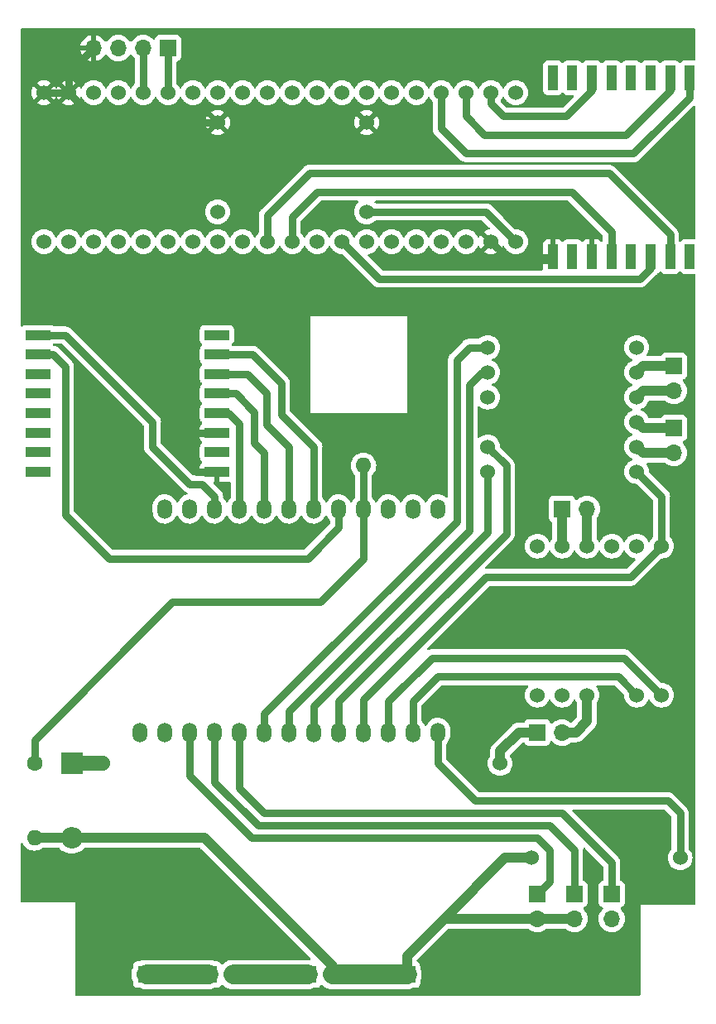
<source format=gbr>
%TF.GenerationSoftware,KiCad,Pcbnew,7.0.8*%
%TF.CreationDate,2024-02-22T19:19:46-05:00*%
%TF.ProjectId,Mainboard,4d61696e-626f-4617-9264-2e6b69636164,rev?*%
%TF.SameCoordinates,PX7a53eb0PY8ca36b0*%
%TF.FileFunction,Copper,L2,Bot*%
%TF.FilePolarity,Positive*%
%FSLAX46Y46*%
G04 Gerber Fmt 4.6, Leading zero omitted, Abs format (unit mm)*
G04 Created by KiCad (PCBNEW 7.0.8) date 2024-02-22 19:19:46*
%MOMM*%
%LPD*%
G01*
G04 APERTURE LIST*
%TA.AperFunction,ComponentPad*%
%ADD10R,1.700000X1.700000*%
%TD*%
%TA.AperFunction,ComponentPad*%
%ADD11O,1.700000X1.700000*%
%TD*%
%TA.AperFunction,ComponentPad*%
%ADD12R,2.200000X2.200000*%
%TD*%
%TA.AperFunction,ComponentPad*%
%ADD13O,2.200000X2.200000*%
%TD*%
%TA.AperFunction,ComponentPad*%
%ADD14C,1.600000*%
%TD*%
%TA.AperFunction,ComponentPad*%
%ADD15O,1.600000X1.600000*%
%TD*%
%TA.AperFunction,ComponentPad*%
%ADD16C,1.524000*%
%TD*%
%TA.AperFunction,ComponentPad*%
%ADD17R,2.500000X1.000000*%
%TD*%
%TA.AperFunction,ComponentPad*%
%ADD18R,1.000000X2.500000*%
%TD*%
%TA.AperFunction,ComponentPad*%
%ADD19O,1.500000X2.000000*%
%TD*%
%TA.AperFunction,ViaPad*%
%ADD20C,2.000000*%
%TD*%
%TA.AperFunction,Conductor*%
%ADD21C,0.750000*%
%TD*%
%TA.AperFunction,Conductor*%
%ADD22C,1.000000*%
%TD*%
%TA.AperFunction,Conductor*%
%ADD23C,2.000000*%
%TD*%
%TA.AperFunction,Conductor*%
%ADD24C,1.500000*%
%TD*%
G04 APERTURE END LIST*
D10*
%TO.P,J5,1,Pin_1*%
%TO.N,/SERVO 1*%
X53340000Y10945000D03*
D11*
%TO.P,J5,2,Pin_2*%
%TO.N,/+BATT SW*%
X53340000Y8405000D03*
%TO.P,J5,3,Pin_3*%
%TO.N,GND*%
X53340000Y5865000D03*
%TD*%
D10*
%TO.P,F2,1*%
%TO.N,Net-(U5-OUT)*%
X53335000Y27455000D03*
D11*
%TO.P,F2,2*%
%TO.N,+10V*%
X55875000Y27455000D03*
%TD*%
D10*
%TO.P,J6,1,Pin_1*%
%TO.N,/SERVO 2*%
X57150000Y10930000D03*
D11*
%TO.P,J6,2,Pin_2*%
%TO.N,/+BATT SW*%
X57150000Y8390000D03*
%TO.P,J6,3,Pin_3*%
%TO.N,GND*%
X57150000Y5850000D03*
%TD*%
D12*
%TO.P,D1,1,K*%
%TO.N,Net-(D1-K)*%
X5715000Y24280000D03*
D13*
%TO.P,D1,2,A*%
%TO.N,/+BATT SW*%
X5715000Y16660000D03*
%TD*%
D10*
%TO.P,SW1,1*%
%TO.N,+BATT*%
X19680000Y2690000D03*
D11*
%TO.P,SW1,2*%
%TO.N,Net-(F1-Pad1)*%
X22220000Y2690000D03*
%TD*%
D14*
%TO.P,R2,1*%
%TO.N,GND*%
X43180000Y54760000D03*
D15*
%TO.P,R2,2*%
%TO.N,/BAT READ*%
X35560000Y54760000D03*
%TD*%
D10*
%TO.P,J3,1,Pin_1*%
%TO.N,Net-(J3-Pin_1)*%
X55875000Y50315000D03*
D11*
%TO.P,J3,2,Pin_2*%
%TO.N,Net-(J3-Pin_2)*%
X58415000Y50315000D03*
%TD*%
D14*
%TO.P,R1,1*%
%TO.N,/BAT READ*%
X1905000Y24280000D03*
D15*
%TO.P,R1,2*%
%TO.N,/+BATT SW*%
X1905000Y16660000D03*
%TD*%
D16*
%TO.P,U5,1,GND*%
%TO.N,GND*%
X8890000Y6500000D03*
%TO.P,U5,2,IN*%
%TO.N,Net-(D1-K)*%
X8890000Y24280000D03*
%TO.P,U5,3,GND*%
%TO.N,GND*%
X49530000Y6500000D03*
%TO.P,U5,4,OUT*%
%TO.N,Net-(U5-OUT)*%
X49530000Y24280000D03*
%TD*%
D17*
%TO.P,U4,1,RESET*%
%TO.N,/RESET*%
X2286000Y68110000D03*
%TO.P,U4,2,DIO0*%
%TO.N,/INTER*%
X2286000Y66110000D03*
%TO.P,U4,3,DIO1*%
%TO.N,unconnected-(U4-DIO1-Pad3)*%
X2286000Y64110000D03*
%TO.P,U4,4,DIO2*%
%TO.N,unconnected-(U4-DIO2-Pad4)*%
X2286000Y62110000D03*
%TO.P,U4,5,DIO3*%
%TO.N,unconnected-(U4-DIO3-Pad5)*%
X2286000Y60110000D03*
%TO.P,U4,6,DIO4*%
%TO.N,unconnected-(U4-DIO4-Pad6)*%
X2286000Y58110000D03*
%TO.P,U4,7,DIO5*%
%TO.N,unconnected-(U4-DIO5-Pad7)*%
X2286000Y56110000D03*
%TO.P,U4,8,3.3V*%
%TO.N,+3V3*%
X2286000Y54110000D03*
%TO.P,U4,9,GND*%
%TO.N,GND*%
X20574000Y54110000D03*
%TO.P,U4,10,ANA*%
%TO.N,unconnected-(U4-ANA-Pad10)*%
X20574000Y56110000D03*
%TO.P,U4,11,GND*%
%TO.N,GND*%
X20574000Y58110000D03*
%TO.P,U4,12,SCK*%
%TO.N,/SCK*%
X20574000Y60110000D03*
%TO.P,U4,13,MISO*%
%TO.N,/MISO*%
X20574000Y62110000D03*
%TO.P,U4,14,MOSI*%
%TO.N,/MOSI*%
X20574000Y64110000D03*
%TO.P,U4,15,NSS*%
%TO.N,/NSS*%
X20574000Y66110000D03*
%TO.P,U4,16,NC*%
%TO.N,unconnected-(U4-NC-Pad16)*%
X20574000Y68110000D03*
%TD*%
D16*
%TO.P,U3,3V3,3.3V*%
%TO.N,+3V3*%
X51130000Y77648000D03*
X7950000Y92888000D03*
%TO.P,U3,5V,5V*%
%TO.N,N/C*%
X46050000Y77648000D03*
%TO.P,U3,G,GND*%
%TO.N,GND*%
X48590000Y77648000D03*
X2870000Y92888000D03*
X5410000Y92888000D03*
%TO.P,U3,NRST,RESET*%
%TO.N,N/C*%
X10490000Y92888000D03*
%TO.P,U3,PA0,PA0*%
X40970000Y92888000D03*
%TO.P,U3,PA1,PA1*%
X38430000Y92888000D03*
%TO.P,U3,PA2,PA2*%
X35890000Y92888000D03*
%TO.P,U3,PA3,PA3*%
X33350000Y92888000D03*
%TO.P,U3,PA4,PA4*%
X30810000Y92888000D03*
%TO.P,U3,PA5,PA5*%
X28270000Y92888000D03*
%TO.P,U3,PA6,PA6*%
X25730000Y92888000D03*
%TO.P,U3,PA7,PA7*%
X23190000Y92888000D03*
%TO.P,U3,PA8,PA8*%
X13030000Y77648000D03*
%TO.P,U3,PA9,PA9*%
X15570000Y77648000D03*
%TO.P,U3,PA10,PA10*%
X18110000Y77648000D03*
%TO.P,U3,PA11,PA11*%
X20650000Y77648000D03*
%TO.P,U3,PA12,PA12*%
X23190000Y77648000D03*
%TO.P,U3,PA15,PA15*%
%TO.N,/NSS*%
X25730000Y77648000D03*
%TO.P,U3,PB0,PB0*%
%TO.N,N/C*%
X20650000Y92888000D03*
%TO.P,U3,PB1,PB1*%
X18110000Y92888000D03*
%TO.P,U3,PB3,PB3*%
%TO.N,/SCK*%
X28270000Y77648000D03*
%TO.P,U3,PB4,PB4*%
%TO.N,/MISO*%
X30810000Y77648000D03*
%TO.P,U3,PB5,PB5*%
%TO.N,/MOSI*%
X33350000Y77648000D03*
%TO.P,U3,PB6,PB6*%
%TO.N,N/C*%
X35890000Y77648000D03*
%TO.P,U3,PB7,PB7*%
X38430000Y77648000D03*
%TO.P,U3,PB8,PB8*%
X40970000Y77648000D03*
%TO.P,U3,PB9,PB9*%
X43510000Y77648000D03*
%TO.P,U3,PB10,PB10*%
X15570000Y92888000D03*
%TO.P,U3,PB11,PB11*%
X13030000Y92888000D03*
%TO.P,U3,PB12,PB12*%
X2870000Y77648000D03*
%TO.P,U3,PB13,PB13*%
X5410000Y77648000D03*
%TO.P,U3,PB14,PB14*%
X7950000Y77648000D03*
%TO.P,U3,PB15,PB15*%
X10490000Y77648000D03*
%TO.P,U3,PC13,PC13*%
X48590000Y92888000D03*
%TO.P,U3,PC14,PC14*%
%TO.N,/INTER*%
X46050000Y92888000D03*
%TO.P,U3,PC15,PC15*%
%TO.N,/RESET*%
X43510000Y92888000D03*
%TO.P,U3,VBAT,Vbat*%
%TO.N,N/C*%
X51130000Y92888000D03*
%TD*%
D10*
%TO.P,J2,1,Pin_1*%
%TO.N,Net-(J2-Pin_1)*%
X67310000Y64920000D03*
D11*
%TO.P,J2,2,Pin_2*%
%TO.N,Net-(J2-Pin_2)*%
X67310000Y62380000D03*
%TD*%
D10*
%TO.P,J1,1,Pin_1*%
%TO.N,Net-(J1-Pin_1)*%
X67310000Y58575000D03*
D11*
%TO.P,J1,2,Pin_2*%
%TO.N,Net-(J1-Pin_2)*%
X67310000Y56035000D03*
%TD*%
D18*
%TO.P,U2,1,RESET*%
%TO.N,/RESET*%
X68925000Y94412000D03*
%TO.P,U2,2,DIO0*%
%TO.N,/INTER*%
X66925000Y94412000D03*
%TO.P,U2,3,DIO1*%
%TO.N,N/C*%
X64925000Y94412000D03*
%TO.P,U2,4,DIO2*%
X62925000Y94412000D03*
%TO.P,U2,5,DIO3*%
X60925000Y94412000D03*
%TO.P,U2,6,DIO4*%
X58925000Y94412000D03*
%TO.P,U2,7,DIO5*%
X56925000Y94412000D03*
%TO.P,U2,8,3.3V*%
%TO.N,+3V3*%
X54925000Y94412000D03*
%TO.P,U2,9,GND*%
%TO.N,GND*%
X54925000Y76124000D03*
%TO.P,U2,10,ANA*%
%TO.N,N/C*%
X56925000Y76124000D03*
%TO.P,U2,11,GND*%
%TO.N,GND*%
X58925000Y76124000D03*
%TO.P,U2,12,SCK*%
%TO.N,/SCK*%
X60925000Y76124000D03*
%TO.P,U2,13,MISO*%
%TO.N,/MISO*%
X62925000Y76124000D03*
%TO.P,U2,14,MOSI*%
%TO.N,/MOSI*%
X64925000Y76124000D03*
%TO.P,U2,15,NSS*%
%TO.N,/NSS*%
X66925000Y76124000D03*
%TO.P,U2,16,NC*%
%TO.N,N/C*%
X68925000Y76124000D03*
%TD*%
D16*
%TO.P,U2,1,SLEEP*%
%TO.N,/SLEEP*%
X66040000Y46505000D03*
%TO.P,U2,2,OUT1*%
%TO.N,unconnected-(U2-OUT1-Pad2)*%
X63500000Y46505000D03*
%TO.P,U2,3,OUT2*%
%TO.N,unconnected-(U2-OUT2-Pad3)*%
X60960000Y46505000D03*
%TO.P,U2,4,OUT3*%
%TO.N,Net-(J3-Pin_2)*%
X58420000Y46505000D03*
%TO.P,U2,5,OUT4*%
%TO.N,Net-(J3-Pin_1)*%
X55880000Y46505000D03*
%TO.P,U2,6,FAULT*%
%TO.N,unconnected-(U2-FAULT-Pad6)*%
X53340000Y46505000D03*
%TO.P,U2,7,IN1*%
%TO.N,unconnected-(U2-IN1-Pad7)*%
X53340000Y31265000D03*
%TO.P,U2,8,IN2*%
%TO.N,unconnected-(U2-IN2-Pad8)*%
X55880000Y31265000D03*
%TO.P,U2,9,VMOT*%
%TO.N,+10V*%
X58420000Y31265000D03*
%TO.P,U2,10,GND*%
%TO.N,GND*%
X60960000Y31265000D03*
%TO.P,U2,11,IN3*%
%TO.N,/M C1*%
X63500000Y31265000D03*
%TO.P,U2,12,IN4*%
%TO.N,/M C2*%
X66040000Y31265000D03*
%TD*%
D10*
%TO.P,J7,1,Pin_1*%
%TO.N,/ESC*%
X60960000Y10930000D03*
D11*
%TO.P,J7,2,Pin_2*%
%TO.N,unconnected-(J7-Pin_2-Pad2)*%
X60960000Y8390000D03*
%TO.P,J7,3,Pin_3*%
%TO.N,GND*%
X60960000Y5850000D03*
%TD*%
D16*
%TO.P,U3,1,SLEEP*%
%TO.N,/SLEEP*%
X63500000Y54125000D03*
%TO.P,U3,2,OUT1*%
%TO.N,Net-(J1-Pin_2)*%
X63500000Y56665000D03*
%TO.P,U3,3,OUT2*%
%TO.N,Net-(J1-Pin_1)*%
X63500000Y59205000D03*
%TO.P,U3,4,OUT3*%
%TO.N,Net-(J2-Pin_2)*%
X63500000Y61745000D03*
%TO.P,U3,5,OUT4*%
%TO.N,Net-(J2-Pin_1)*%
X63500000Y64285000D03*
%TO.P,U3,6,FAULT*%
%TO.N,unconnected-(U3-FAULT-Pad6)*%
X63500000Y66825000D03*
%TO.P,U3,7,IN1*%
%TO.N,/M A1*%
X48260000Y66825000D03*
%TO.P,U3,8,IN2*%
%TO.N,/M A2*%
X48260000Y64285000D03*
%TO.P,U3,9,VMOT*%
%TO.N,+10V*%
X48260000Y61745000D03*
%TO.P,U3,10,GND*%
%TO.N,GND*%
X48260000Y59205000D03*
%TO.P,U3,11,IN3*%
%TO.N,/M B1*%
X48260000Y56665000D03*
%TO.P,U3,12,IN4*%
%TO.N,/M B2*%
X48260000Y54125000D03*
%TD*%
D10*
%TO.P,J8,1,Pin_1*%
%TO.N,/+BATT SW*%
X40005000Y2690000D03*
D11*
%TO.P,J8,2,Pin_2*%
%TO.N,GND*%
X42545000Y2690000D03*
%TD*%
D10*
%TO.P,F1,1*%
%TO.N,Net-(F1-Pad1)*%
X29845000Y2690000D03*
D11*
%TO.P,F1,2*%
%TO.N,/+BATT SW*%
X32385000Y2690000D03*
%TD*%
D19*
%TO.P,U1,5,VP*%
%TO.N,unconnected-(U1-VP-Pad5)*%
X43180000Y50315000D03*
%TO.P,U1,8,VN*%
%TO.N,unconnected-(U1-VN-Pad8)*%
X40640000Y50315000D03*
%TO.P,U1,9,EN*%
%TO.N,unconnected-(U1-EN-Pad9)*%
X38100000Y50315000D03*
%TO.P,U1,10,D34*%
%TO.N,/BAT READ*%
X35560000Y50315000D03*
%TO.P,U1,11,D35*%
%TO.N,/INTER*%
X33020000Y50315000D03*
%TO.P,U1,12,D32*%
%TO.N,/NSS*%
X30480000Y50315000D03*
%TO.P,U1,13,D33*%
%TO.N,/MOSI*%
X27940000Y50315000D03*
%TO.P,U1,14,D25*%
%TO.N,/MISO*%
X25400000Y50315000D03*
%TO.P,U1,15,D26*%
%TO.N,/SCK*%
X22860000Y50315000D03*
%TO.P,U1,16,D27*%
%TO.N,/RESET*%
X20320000Y50315000D03*
%TO.P,U1,17,D14*%
%TO.N,/TMS*%
X17780000Y50315000D03*
%TO.P,U1,18,D12*%
%TO.N,/TDI*%
X15240000Y50315000D03*
%TO.P,U1,19,GND*%
%TO.N,GND*%
X12700000Y50315000D03*
%TO.P,U1,20,D13*%
%TO.N,/TCK*%
X12700000Y27455000D03*
%TO.P,U1,21,D15*%
%TO.N,/TDO*%
X15240000Y27455000D03*
%TO.P,U1,22,D2*%
%TO.N,/SERVO 1*%
X17780000Y27455000D03*
%TO.P,U1,23,D0*%
%TO.N,/SERVO 2*%
X20320000Y27455000D03*
%TO.P,U1,24,D4*%
%TO.N,/ESC*%
X22860000Y27455000D03*
%TO.P,U1,25,RX2/D16*%
%TO.N,/M A1*%
X25400000Y27455000D03*
%TO.P,U1,27,TX2/D17*%
%TO.N,/M A2*%
X27940000Y27455000D03*
%TO.P,U1,34,D5*%
%TO.N,/M B2*%
X30480000Y27455000D03*
%TO.P,U1,35,D18*%
%TO.N,/M B1*%
X33020000Y27455000D03*
%TO.P,U1,36,D23*%
%TO.N,/SLEEP*%
X35560000Y27455000D03*
%TO.P,U1,38,D19*%
%TO.N,/M C2*%
X38100000Y27455000D03*
%TO.P,U1,39,D22*%
%TO.N,/M C1*%
X40640000Y27455000D03*
%TO.P,U1,40,3V3*%
%TO.N,+3V3*%
X43180000Y27455000D03*
%TD*%
D16*
%TO.P,U1,1,GND*%
%TO.N,GND*%
X20645000Y89840000D03*
%TO.P,U1,2,IN*%
%TO.N,+BATT*%
X20645000Y80696000D03*
%TO.P,U1,3,GND*%
%TO.N,GND*%
X35885000Y89840000D03*
%TO.P,U1,4,OUT*%
%TO.N,+3V3*%
X35885000Y80696000D03*
%TD*%
D10*
%TO.P,J4,1,Pin_1*%
%TO.N,+BATT*%
X13340000Y2690000D03*
D11*
%TO.P,J4,2,Pin_2*%
%TO.N,GND*%
X10800000Y2690000D03*
%TD*%
D10*
%TO.P,J2,1,Pin_1*%
%TO.N,N/C*%
X15565000Y97460000D03*
D11*
%TO.P,J2,2,Pin_2*%
X13025000Y97460000D03*
%TO.P,J2,3,Pin_3*%
%TO.N,+BATT*%
X10485000Y97460000D03*
%TO.P,J2,4,Pin_4*%
%TO.N,GND*%
X7945000Y97460000D03*
%TD*%
D16*
%TO.P,U6,1,GND*%
%TO.N,GND*%
X52705000Y23772000D03*
%TO.P,U6,2,IN*%
%TO.N,/+BATT SW*%
X52705000Y14628000D03*
%TO.P,U6,3,GND*%
%TO.N,GND*%
X67945000Y23772000D03*
%TO.P,U6,4,OUT*%
%TO.N,+3V3*%
X67945000Y14628000D03*
%TD*%
D20*
%TO.N,GND*%
X33020000Y53236000D03*
%TD*%
D21*
%TO.N,*%
X15565000Y92893000D02*
X15570000Y92888000D01*
X40980000Y92898000D02*
X40970000Y92888000D01*
X49855000Y90475000D02*
X48590000Y91740000D01*
X13030000Y97455000D02*
X13025000Y97460000D01*
X58925000Y93118000D02*
X56282000Y90475000D01*
X48590000Y91740000D02*
X48590000Y92888000D01*
X15565000Y97460000D02*
X15565000Y92893000D01*
X56282000Y90475000D02*
X49855000Y90475000D01*
X13030000Y92888000D02*
X13030000Y97455000D01*
X58925000Y94368000D02*
X58925000Y93118000D01*
D22*
%TO.N,Net-(J3-Pin_1)*%
X55880000Y50310000D02*
X55880000Y46505000D01*
D21*
X55875000Y50315000D02*
X55880000Y50310000D01*
D22*
%TO.N,Net-(J3-Pin_2)*%
X58420000Y46505000D02*
X58420000Y50310000D01*
D21*
X58420000Y50310000D02*
X58415000Y50315000D01*
%TO.N,/SERVO 1*%
X17780000Y23010000D02*
X17780000Y27455000D01*
X54610000Y12215000D02*
X54610000Y15390000D01*
X53340000Y10945000D02*
X54610000Y12215000D01*
X53340000Y16660000D02*
X24130000Y16660000D01*
X24130000Y16660000D02*
X17780000Y23010000D01*
X54610000Y15390000D02*
X53340000Y16660000D01*
D22*
%TO.N,/+BATT SW*%
X57150000Y8390000D02*
X53355000Y8390000D01*
X1905000Y16660000D02*
X5715000Y16660000D01*
X19260344Y16660000D02*
X32385000Y3535344D01*
X50038000Y14628000D02*
X43815000Y8405000D01*
X5715000Y16660000D02*
X19260344Y16660000D01*
X32385000Y3535344D02*
X32385000Y2690000D01*
X53340000Y8405000D02*
X43815000Y8405000D01*
X53355000Y8390000D02*
X53340000Y8405000D01*
D23*
X32385000Y2690000D02*
X40005000Y2690000D01*
D22*
X43815000Y8405000D02*
X40005000Y4595000D01*
X57135000Y8405000D02*
X57150000Y8390000D01*
X40005000Y4595000D02*
X40005000Y2690000D01*
X52705000Y14628000D02*
X50038000Y14628000D01*
%TO.N,GND*%
X8890000Y6500000D02*
X8890000Y4600000D01*
D21*
X20530000Y54110000D02*
X18430000Y54110000D01*
X50495000Y75743000D02*
X48590000Y77648000D01*
D22*
X57150000Y5850000D02*
X53355000Y5850000D01*
X53340000Y5865000D02*
X48895000Y5865000D01*
X60960000Y5850000D02*
X57150000Y5850000D01*
X48895000Y5865000D02*
X49530000Y6500000D01*
D21*
X5410000Y92888000D02*
X5410000Y94925000D01*
X54925000Y76168000D02*
X54500000Y75743000D01*
D22*
X53355000Y5850000D02*
X53340000Y5865000D01*
X42545000Y2690000D02*
X45720000Y2690000D01*
D21*
X17145000Y56665000D02*
X18590000Y58110000D01*
X18430000Y54110000D02*
X17145000Y55395000D01*
X54500000Y75743000D02*
X50495000Y75743000D01*
X18590000Y58110000D02*
X20530000Y58110000D01*
X17145000Y55395000D02*
X17145000Y56665000D01*
X67945000Y23772000D02*
X60960000Y23772000D01*
D22*
X45720000Y2690000D02*
X49530000Y6500000D01*
D21*
X20645000Y89840000D02*
X8458000Y89840000D01*
X2870000Y92888000D02*
X5410000Y92888000D01*
X5410000Y94925000D02*
X7945000Y97460000D01*
D22*
X8890000Y4600000D02*
X10800000Y2690000D01*
D21*
X60960000Y23772000D02*
X52705000Y23772000D01*
X8458000Y89840000D02*
X5410000Y92888000D01*
%TO.N,/SERVO 2*%
X57150000Y10930000D02*
X57150000Y15390000D01*
X54610000Y17930000D02*
X24765000Y17930000D01*
X24765000Y17930000D02*
X20320000Y22375000D01*
X20320000Y22375000D02*
X20320000Y27455000D01*
X57150000Y15390000D02*
X54610000Y17930000D01*
%TO.N,/ESC*%
X22860000Y21740000D02*
X22860000Y27455000D01*
X25400000Y19200000D02*
X22860000Y21740000D01*
X60960000Y14120000D02*
X55880000Y19200000D01*
X55880000Y19200000D02*
X25400000Y19200000D01*
X60960000Y10930000D02*
X60960000Y14120000D01*
D23*
%TO.N,+BATT*%
X13340000Y2690000D02*
X19680000Y2690000D01*
D21*
%TO.N,+3V3*%
X67945000Y14628000D02*
X67945000Y19200000D01*
X48082000Y80696000D02*
X51130000Y77648000D01*
X66675000Y20470000D02*
X46990000Y20470000D01*
X67945000Y19200000D02*
X66675000Y20470000D01*
X46990000Y20470000D02*
X43180000Y24280000D01*
X35885000Y80696000D02*
X48082000Y80696000D01*
X43180000Y24280000D02*
X43180000Y27455000D01*
%TO.N,/M B1*%
X50165000Y47775000D02*
X50165000Y54760000D01*
X33020000Y27455000D02*
X33020000Y30630000D01*
X33020000Y30630000D02*
X50165000Y47775000D01*
X50165000Y54760000D02*
X48260000Y56665000D01*
%TO.N,/M B2*%
X30480000Y30153750D02*
X48260000Y47933750D01*
X48260000Y47933750D02*
X48260000Y54125000D01*
X30480000Y27455000D02*
X30480000Y30153750D01*
%TO.N,/M C1*%
X63500000Y31265000D02*
X61595000Y33170000D01*
X61595000Y33170000D02*
X43180000Y33170000D01*
X40640000Y30630000D02*
X40640000Y27455000D01*
X43180000Y33170000D02*
X40640000Y30630000D01*
%TO.N,/M C2*%
X62230000Y35075000D02*
X66040000Y31265000D01*
X38100000Y30630000D02*
X42545000Y35075000D01*
X38100000Y27455000D02*
X38100000Y30630000D01*
X42545000Y35075000D02*
X62230000Y35075000D01*
%TO.N,/NSS*%
X27178000Y63142000D02*
X27178000Y59967000D01*
X66925000Y78363000D02*
X66925000Y76168000D01*
X20530000Y66110000D02*
X24210000Y66110000D01*
X25730000Y77648000D02*
X25730000Y80320000D01*
X27178000Y59967000D02*
X30480000Y56665000D01*
X24210000Y66110000D02*
X27178000Y63142000D01*
X30043000Y84633000D02*
X60655000Y84633000D01*
X60655000Y84633000D02*
X66925000Y78363000D01*
X30480000Y56665000D02*
X30480000Y50315000D01*
X25730000Y80320000D02*
X30043000Y84633000D01*
%TO.N,/SCK*%
X21780000Y60110000D02*
X20530000Y60110000D01*
X28270000Y80188000D02*
X28270000Y77648000D01*
X30810000Y82728000D02*
X28270000Y80188000D01*
X56845000Y82728000D02*
X30810000Y82728000D01*
X60925000Y76168000D02*
X60925000Y78648000D01*
X22860000Y59030000D02*
X21780000Y60110000D01*
X60925000Y78648000D02*
X56845000Y82728000D01*
X22860000Y50315000D02*
X22860000Y59030000D01*
%TO.N,/MISO*%
X24384000Y60221000D02*
X24384000Y57046000D01*
X22495000Y62110000D02*
X24384000Y60221000D01*
X20530000Y62110000D02*
X22495000Y62110000D01*
X24384000Y57046000D02*
X25400000Y56030000D01*
X25400000Y56030000D02*
X25400000Y50315000D01*
%TO.N,/MOSI*%
X25654000Y58951000D02*
X27940000Y56665000D01*
X33350000Y77648000D02*
X37160000Y73838000D01*
X27940000Y56665000D02*
X27940000Y50315000D01*
X63830000Y73838000D02*
X64925000Y74933000D01*
X25654000Y62126000D02*
X25654000Y58951000D01*
X64925000Y74933000D02*
X64925000Y76168000D01*
X37160000Y73838000D02*
X63830000Y73838000D01*
X20530000Y64110000D02*
X23670000Y64110000D01*
X23670000Y64110000D02*
X25654000Y62126000D01*
%TO.N,/INTER*%
X66925000Y94368000D02*
X66925000Y93118000D01*
X3816498Y66110000D02*
X2330000Y66110000D01*
X46050000Y90470000D02*
X46050000Y92888000D01*
X33020000Y50315000D02*
X33020000Y48410000D01*
X5080000Y49680000D02*
X5080000Y64846498D01*
X66925000Y93118000D02*
X62377000Y88570000D01*
X47950000Y88570000D02*
X46050000Y90470000D01*
X33020000Y48410000D02*
X29845000Y45235000D01*
X29845000Y45235000D02*
X9525000Y45235000D01*
X62377000Y88570000D02*
X47950000Y88570000D01*
X5080000Y64846498D02*
X3816498Y66110000D01*
X9525000Y45235000D02*
X5080000Y49680000D01*
%TO.N,/RESET*%
X13970000Y59205000D02*
X13970000Y56665000D01*
X46045000Y86665000D02*
X43510000Y89200000D01*
X5065000Y68110000D02*
X13970000Y59205000D01*
X2330000Y68110000D02*
X5065000Y68110000D01*
X68925000Y92400000D02*
X63190000Y86665000D01*
X13970000Y56665000D02*
X17780000Y52855000D01*
X20320000Y51585000D02*
X20320000Y50315000D01*
X68925000Y94368000D02*
X68925000Y92400000D01*
X63190000Y86665000D02*
X46045000Y86665000D01*
X43510000Y89200000D02*
X43510000Y92888000D01*
X17780000Y52855000D02*
X19050000Y52855000D01*
X19050000Y52855000D02*
X20320000Y51585000D01*
%TO.N,/M A1*%
X45085000Y65555000D02*
X46355000Y66825000D01*
X25400000Y29360000D02*
X45085000Y49045000D01*
X45085000Y49045000D02*
X45085000Y65555000D01*
X46355000Y66825000D02*
X48260000Y66825000D01*
X25400000Y27455000D02*
X25400000Y29360000D01*
%TO.N,/M A2*%
X27940000Y27455000D02*
X27940000Y29677500D01*
X46355000Y63015000D02*
X47625000Y64285000D01*
X47625000Y64285000D02*
X48260000Y64285000D01*
X27940000Y29677500D02*
X46355000Y48092500D01*
X46355000Y48092500D02*
X46355000Y63015000D01*
D22*
%TO.N,+10V*%
X55875000Y27455000D02*
X57277000Y27455000D01*
X58420000Y28598000D02*
X58420000Y31265000D01*
X57277000Y27455000D02*
X58420000Y28598000D01*
D24*
%TO.N,Net-(D1-K)*%
X5715000Y24280000D02*
X8890000Y24280000D01*
D23*
%TO.N,Net-(F1-Pad1)*%
X29845000Y2690000D02*
X22220000Y2690000D01*
D22*
%TO.N,Net-(U5-OUT)*%
X51435000Y27455000D02*
X53335000Y27455000D01*
X49530000Y25550000D02*
X51435000Y27455000D01*
X49530000Y24280000D02*
X49530000Y25550000D01*
D21*
%TO.N,/SLEEP*%
X62865000Y43330000D02*
X48101250Y43330000D01*
X66040000Y46505000D02*
X62865000Y43330000D01*
X66040000Y51585000D02*
X66040000Y46505000D01*
X48101250Y43330000D02*
X35560000Y30788750D01*
X35560000Y30788750D02*
X35560000Y27455000D01*
X63500000Y54125000D02*
X66040000Y51585000D01*
D22*
%TO.N,Net-(J1-Pin_1)*%
X64130000Y58575000D02*
X63500000Y59205000D01*
X67310000Y58575000D02*
X64130000Y58575000D01*
%TO.N,Net-(J1-Pin_2)*%
X64130000Y56035000D02*
X63500000Y56665000D01*
X67310000Y56035000D02*
X64130000Y56035000D01*
%TO.N,Net-(J2-Pin_1)*%
X64135000Y64920000D02*
X63500000Y64285000D01*
X67310000Y64920000D02*
X64135000Y64920000D01*
%TO.N,Net-(J2-Pin_2)*%
X64135000Y62380000D02*
X63500000Y61745000D01*
X67310000Y62380000D02*
X64135000Y62380000D01*
D21*
%TO.N,/BAT READ*%
X31115000Y40790000D02*
X35560000Y45235000D01*
X35560000Y45235000D02*
X35560000Y50315000D01*
X35560000Y50315000D02*
X35560000Y54760000D01*
X1905000Y24280000D02*
X1905000Y26693000D01*
X1905000Y26693000D02*
X16002000Y40790000D01*
X16002000Y40790000D02*
X31115000Y40790000D01*
%TD*%
%TA.AperFunction,Conductor*%
%TO.N,GND*%
G36*
X69442539Y99451815D02*
G01*
X69488294Y99399011D01*
X69499500Y99347500D01*
X69499500Y96286500D01*
X69479815Y96219461D01*
X69427011Y96173706D01*
X69375500Y96162500D01*
X68377129Y96162500D01*
X68377123Y96162499D01*
X68317516Y96156092D01*
X68182671Y96105798D01*
X68182664Y96105794D01*
X68067455Y96019548D01*
X68024266Y95961855D01*
X67968332Y95919985D01*
X67898640Y95915001D01*
X67837317Y95948487D01*
X67825734Y95961855D01*
X67791127Y96008083D01*
X67782546Y96019546D01*
X67782544Y96019547D01*
X67782544Y96019548D01*
X67667335Y96105794D01*
X67667328Y96105798D01*
X67532482Y96156092D01*
X67532483Y96156092D01*
X67472883Y96162499D01*
X67472881Y96162500D01*
X67472873Y96162500D01*
X67472864Y96162500D01*
X66377129Y96162500D01*
X66377123Y96162499D01*
X66317516Y96156092D01*
X66182671Y96105798D01*
X66182664Y96105794D01*
X66067455Y96019548D01*
X66024266Y95961855D01*
X65968332Y95919985D01*
X65898640Y95915001D01*
X65837317Y95948487D01*
X65825734Y95961855D01*
X65791127Y96008083D01*
X65782546Y96019546D01*
X65782544Y96019547D01*
X65782544Y96019548D01*
X65667335Y96105794D01*
X65667328Y96105798D01*
X65532482Y96156092D01*
X65532483Y96156092D01*
X65472883Y96162499D01*
X65472881Y96162500D01*
X65472873Y96162500D01*
X65472864Y96162500D01*
X64377129Y96162500D01*
X64377123Y96162499D01*
X64317516Y96156092D01*
X64182671Y96105798D01*
X64182664Y96105794D01*
X64067455Y96019548D01*
X64024266Y95961855D01*
X63968332Y95919985D01*
X63898640Y95915001D01*
X63837317Y95948487D01*
X63825734Y95961855D01*
X63791127Y96008083D01*
X63782546Y96019546D01*
X63782544Y96019547D01*
X63782544Y96019548D01*
X63667335Y96105794D01*
X63667328Y96105798D01*
X63532482Y96156092D01*
X63532483Y96156092D01*
X63472883Y96162499D01*
X63472881Y96162500D01*
X63472873Y96162500D01*
X63472864Y96162500D01*
X62377129Y96162500D01*
X62377123Y96162499D01*
X62317516Y96156092D01*
X62182671Y96105798D01*
X62182664Y96105794D01*
X62067455Y96019548D01*
X62024266Y95961855D01*
X61968332Y95919985D01*
X61898640Y95915001D01*
X61837317Y95948487D01*
X61825734Y95961855D01*
X61791127Y96008083D01*
X61782546Y96019546D01*
X61782544Y96019547D01*
X61782544Y96019548D01*
X61667335Y96105794D01*
X61667328Y96105798D01*
X61532482Y96156092D01*
X61532483Y96156092D01*
X61472883Y96162499D01*
X61472881Y96162500D01*
X61472873Y96162500D01*
X61472864Y96162500D01*
X60377129Y96162500D01*
X60377123Y96162499D01*
X60317516Y96156092D01*
X60182671Y96105798D01*
X60182664Y96105794D01*
X60067455Y96019548D01*
X60024266Y95961855D01*
X59968332Y95919985D01*
X59898640Y95915001D01*
X59837317Y95948487D01*
X59825734Y95961855D01*
X59791127Y96008083D01*
X59782546Y96019546D01*
X59782544Y96019547D01*
X59782544Y96019548D01*
X59667335Y96105794D01*
X59667328Y96105798D01*
X59532482Y96156092D01*
X59532483Y96156092D01*
X59472883Y96162499D01*
X59472881Y96162500D01*
X59472873Y96162500D01*
X59472864Y96162500D01*
X58377129Y96162500D01*
X58377123Y96162499D01*
X58317516Y96156092D01*
X58182671Y96105798D01*
X58182664Y96105794D01*
X58067455Y96019548D01*
X58024266Y95961855D01*
X57968332Y95919985D01*
X57898640Y95915001D01*
X57837317Y95948487D01*
X57825734Y95961855D01*
X57791127Y96008083D01*
X57782546Y96019546D01*
X57782544Y96019547D01*
X57782544Y96019548D01*
X57667335Y96105794D01*
X57667328Y96105798D01*
X57532482Y96156092D01*
X57532483Y96156092D01*
X57472883Y96162499D01*
X57472881Y96162500D01*
X57472873Y96162500D01*
X57472864Y96162500D01*
X56377129Y96162500D01*
X56377123Y96162499D01*
X56317516Y96156092D01*
X56182671Y96105798D01*
X56182664Y96105794D01*
X56067455Y96019548D01*
X56024266Y95961855D01*
X55968332Y95919985D01*
X55898640Y95915001D01*
X55837317Y95948487D01*
X55825734Y95961855D01*
X55791127Y96008083D01*
X55782546Y96019546D01*
X55782544Y96019547D01*
X55782544Y96019548D01*
X55667335Y96105794D01*
X55667328Y96105798D01*
X55532482Y96156092D01*
X55532483Y96156092D01*
X55472883Y96162499D01*
X55472881Y96162500D01*
X55472873Y96162500D01*
X55472864Y96162500D01*
X54377129Y96162500D01*
X54377123Y96162499D01*
X54317516Y96156092D01*
X54182671Y96105798D01*
X54182664Y96105794D01*
X54067455Y96019548D01*
X54067452Y96019545D01*
X53981206Y95904336D01*
X53981202Y95904329D01*
X53930908Y95769483D01*
X53924501Y95709884D01*
X53924500Y95709865D01*
X53924500Y93114130D01*
X53924501Y93114124D01*
X53930908Y93054517D01*
X53981202Y92919672D01*
X53981206Y92919665D01*
X54067452Y92804456D01*
X54067455Y92804453D01*
X54182664Y92718207D01*
X54182671Y92718203D01*
X54317517Y92667909D01*
X54317516Y92667909D01*
X54324444Y92667165D01*
X54377127Y92661500D01*
X55472872Y92661501D01*
X55532483Y92667909D01*
X55667331Y92718204D01*
X55782546Y92804454D01*
X55825734Y92862146D01*
X55881667Y92904016D01*
X55951359Y92909000D01*
X56012682Y92875515D01*
X56024263Y92862150D01*
X56067454Y92804454D01*
X56091124Y92786735D01*
X56182664Y92718207D01*
X56182671Y92718203D01*
X56317517Y92667909D01*
X56317516Y92667909D01*
X56324444Y92667165D01*
X56377127Y92661500D01*
X56930994Y92661501D01*
X56998032Y92641817D01*
X57043787Y92589013D01*
X57053731Y92519854D01*
X57024706Y92456298D01*
X57018674Y92449820D01*
X55955675Y91386819D01*
X55894352Y91353334D01*
X55867994Y91350500D01*
X50269006Y91350500D01*
X50201967Y91370185D01*
X50181325Y91386819D01*
X49607192Y91960952D01*
X49573707Y92022275D01*
X49578691Y92091967D01*
X49593293Y92119749D01*
X49687534Y92254338D01*
X49747618Y92383189D01*
X49793790Y92435629D01*
X49860983Y92454781D01*
X49927865Y92434565D01*
X49972382Y92383189D01*
X50032464Y92254342D01*
X50032468Y92254334D01*
X50159170Y92073385D01*
X50159175Y92073379D01*
X50315378Y91917176D01*
X50315384Y91917171D01*
X50496333Y91790469D01*
X50496335Y91790468D01*
X50496338Y91790466D01*
X50696550Y91697106D01*
X50909932Y91639930D01*
X51067123Y91626178D01*
X51129998Y91620677D01*
X51130000Y91620677D01*
X51130002Y91620677D01*
X51185017Y91625491D01*
X51350068Y91639930D01*
X51563450Y91697106D01*
X51763662Y91790466D01*
X51944620Y91917174D01*
X52100826Y92073380D01*
X52227534Y92254338D01*
X52320894Y92454550D01*
X52378070Y92667932D01*
X52397323Y92888000D01*
X52394552Y92919669D01*
X52378070Y93108063D01*
X52378070Y93108068D01*
X52320894Y93321450D01*
X52227534Y93521661D01*
X52100826Y93702620D01*
X51944620Y93858826D01*
X51944616Y93858829D01*
X51944615Y93858830D01*
X51763666Y93985532D01*
X51763662Y93985534D01*
X51763660Y93985535D01*
X51563450Y94078894D01*
X51563447Y94078895D01*
X51563445Y94078896D01*
X51350070Y94136070D01*
X51350062Y94136071D01*
X51130002Y94155323D01*
X51129998Y94155323D01*
X50909937Y94136071D01*
X50909929Y94136070D01*
X50696554Y94078896D01*
X50696548Y94078893D01*
X50496340Y93985535D01*
X50496338Y93985534D01*
X50315377Y93858825D01*
X50159175Y93702623D01*
X50032466Y93521662D01*
X50032465Y93521660D01*
X49972382Y93392811D01*
X49926209Y93340372D01*
X49859016Y93321220D01*
X49792135Y93341436D01*
X49747618Y93392811D01*
X49687652Y93521407D01*
X49687534Y93521661D01*
X49560826Y93702620D01*
X49404620Y93858826D01*
X49404616Y93858829D01*
X49404615Y93858830D01*
X49223666Y93985532D01*
X49223662Y93985534D01*
X49223660Y93985535D01*
X49023450Y94078894D01*
X49023447Y94078895D01*
X49023445Y94078896D01*
X48810070Y94136070D01*
X48810062Y94136071D01*
X48590002Y94155323D01*
X48589998Y94155323D01*
X48369937Y94136071D01*
X48369929Y94136070D01*
X48156554Y94078896D01*
X48156548Y94078893D01*
X47956340Y93985535D01*
X47956338Y93985534D01*
X47775377Y93858825D01*
X47619175Y93702623D01*
X47492466Y93521662D01*
X47492465Y93521660D01*
X47432382Y93392811D01*
X47386209Y93340372D01*
X47319016Y93321220D01*
X47252135Y93341436D01*
X47207618Y93392811D01*
X47147652Y93521407D01*
X47147534Y93521661D01*
X47020826Y93702620D01*
X46864620Y93858826D01*
X46864616Y93858829D01*
X46864615Y93858830D01*
X46683666Y93985532D01*
X46683662Y93985534D01*
X46683660Y93985535D01*
X46483450Y94078894D01*
X46483447Y94078895D01*
X46483445Y94078896D01*
X46270070Y94136070D01*
X46270062Y94136071D01*
X46050002Y94155323D01*
X46049998Y94155323D01*
X45829937Y94136071D01*
X45829929Y94136070D01*
X45616554Y94078896D01*
X45616548Y94078893D01*
X45416340Y93985535D01*
X45416338Y93985534D01*
X45235377Y93858825D01*
X45079175Y93702623D01*
X44952466Y93521662D01*
X44952465Y93521660D01*
X44892382Y93392811D01*
X44846209Y93340372D01*
X44779016Y93321220D01*
X44712135Y93341436D01*
X44667618Y93392811D01*
X44607652Y93521407D01*
X44607534Y93521661D01*
X44480826Y93702620D01*
X44324620Y93858826D01*
X44324616Y93858829D01*
X44324615Y93858830D01*
X44143666Y93985532D01*
X44143662Y93985534D01*
X44143660Y93985535D01*
X43943450Y94078894D01*
X43943447Y94078895D01*
X43943445Y94078896D01*
X43730070Y94136070D01*
X43730062Y94136071D01*
X43510002Y94155323D01*
X43509998Y94155323D01*
X43289937Y94136071D01*
X43289929Y94136070D01*
X43076554Y94078896D01*
X43076548Y94078893D01*
X42876340Y93985535D01*
X42876338Y93985534D01*
X42695377Y93858825D01*
X42539175Y93702623D01*
X42412466Y93521662D01*
X42412465Y93521660D01*
X42352382Y93392811D01*
X42306209Y93340372D01*
X42239016Y93321220D01*
X42172135Y93341436D01*
X42127618Y93392811D01*
X42067652Y93521407D01*
X42067534Y93521661D01*
X41940826Y93702620D01*
X41784620Y93858826D01*
X41784616Y93858829D01*
X41784615Y93858830D01*
X41603666Y93985532D01*
X41603662Y93985534D01*
X41603660Y93985535D01*
X41403450Y94078894D01*
X41403447Y94078895D01*
X41403445Y94078896D01*
X41190070Y94136070D01*
X41190062Y94136071D01*
X40970002Y94155323D01*
X40969998Y94155323D01*
X40749937Y94136071D01*
X40749929Y94136070D01*
X40536554Y94078896D01*
X40536548Y94078893D01*
X40336340Y93985535D01*
X40336338Y93985534D01*
X40155377Y93858825D01*
X39999175Y93702623D01*
X39872466Y93521662D01*
X39872465Y93521660D01*
X39812382Y93392811D01*
X39766209Y93340372D01*
X39699016Y93321220D01*
X39632135Y93341436D01*
X39587618Y93392811D01*
X39527652Y93521407D01*
X39527534Y93521661D01*
X39400826Y93702620D01*
X39244620Y93858826D01*
X39244616Y93858829D01*
X39244615Y93858830D01*
X39063666Y93985532D01*
X39063662Y93985534D01*
X39063660Y93985535D01*
X38863450Y94078894D01*
X38863447Y94078895D01*
X38863445Y94078896D01*
X38650070Y94136070D01*
X38650062Y94136071D01*
X38430002Y94155323D01*
X38429998Y94155323D01*
X38209937Y94136071D01*
X38209929Y94136070D01*
X37996554Y94078896D01*
X37996548Y94078893D01*
X37796340Y93985535D01*
X37796338Y93985534D01*
X37615377Y93858825D01*
X37459175Y93702623D01*
X37332466Y93521662D01*
X37332465Y93521660D01*
X37272382Y93392811D01*
X37226209Y93340372D01*
X37159016Y93321220D01*
X37092135Y93341436D01*
X37047618Y93392811D01*
X36987652Y93521407D01*
X36987534Y93521661D01*
X36860826Y93702620D01*
X36704620Y93858826D01*
X36704616Y93858829D01*
X36704615Y93858830D01*
X36523666Y93985532D01*
X36523662Y93985534D01*
X36523660Y93985535D01*
X36323450Y94078894D01*
X36323447Y94078895D01*
X36323445Y94078896D01*
X36110070Y94136070D01*
X36110062Y94136071D01*
X35890002Y94155323D01*
X35889998Y94155323D01*
X35669937Y94136071D01*
X35669929Y94136070D01*
X35456554Y94078896D01*
X35456548Y94078893D01*
X35256340Y93985535D01*
X35256338Y93985534D01*
X35075377Y93858825D01*
X34919175Y93702623D01*
X34792466Y93521662D01*
X34792465Y93521660D01*
X34732382Y93392811D01*
X34686209Y93340372D01*
X34619016Y93321220D01*
X34552135Y93341436D01*
X34507618Y93392811D01*
X34447652Y93521407D01*
X34447534Y93521661D01*
X34320826Y93702620D01*
X34164620Y93858826D01*
X34164616Y93858829D01*
X34164615Y93858830D01*
X33983666Y93985532D01*
X33983662Y93985534D01*
X33983660Y93985535D01*
X33783450Y94078894D01*
X33783447Y94078895D01*
X33783445Y94078896D01*
X33570070Y94136070D01*
X33570062Y94136071D01*
X33350002Y94155323D01*
X33349998Y94155323D01*
X33129937Y94136071D01*
X33129929Y94136070D01*
X32916554Y94078896D01*
X32916548Y94078893D01*
X32716340Y93985535D01*
X32716338Y93985534D01*
X32535377Y93858825D01*
X32379175Y93702623D01*
X32252466Y93521662D01*
X32252465Y93521660D01*
X32192382Y93392811D01*
X32146209Y93340372D01*
X32079016Y93321220D01*
X32012135Y93341436D01*
X31967618Y93392811D01*
X31907652Y93521407D01*
X31907534Y93521661D01*
X31780826Y93702620D01*
X31624620Y93858826D01*
X31624616Y93858829D01*
X31624615Y93858830D01*
X31443666Y93985532D01*
X31443662Y93985534D01*
X31443660Y93985535D01*
X31243450Y94078894D01*
X31243447Y94078895D01*
X31243445Y94078896D01*
X31030070Y94136070D01*
X31030062Y94136071D01*
X30810002Y94155323D01*
X30809998Y94155323D01*
X30589937Y94136071D01*
X30589929Y94136070D01*
X30376554Y94078896D01*
X30376548Y94078893D01*
X30176340Y93985535D01*
X30176338Y93985534D01*
X29995377Y93858825D01*
X29839175Y93702623D01*
X29712466Y93521662D01*
X29712465Y93521660D01*
X29652382Y93392811D01*
X29606209Y93340372D01*
X29539016Y93321220D01*
X29472135Y93341436D01*
X29427618Y93392811D01*
X29367652Y93521407D01*
X29367534Y93521661D01*
X29240826Y93702620D01*
X29084620Y93858826D01*
X29084616Y93858829D01*
X29084615Y93858830D01*
X28903666Y93985532D01*
X28903662Y93985534D01*
X28903660Y93985535D01*
X28703450Y94078894D01*
X28703447Y94078895D01*
X28703445Y94078896D01*
X28490070Y94136070D01*
X28490062Y94136071D01*
X28270002Y94155323D01*
X28269998Y94155323D01*
X28049937Y94136071D01*
X28049929Y94136070D01*
X27836554Y94078896D01*
X27836548Y94078893D01*
X27636340Y93985535D01*
X27636338Y93985534D01*
X27455377Y93858825D01*
X27299175Y93702623D01*
X27172466Y93521662D01*
X27172465Y93521660D01*
X27112382Y93392811D01*
X27066209Y93340372D01*
X26999016Y93321220D01*
X26932135Y93341436D01*
X26887618Y93392811D01*
X26827652Y93521407D01*
X26827534Y93521661D01*
X26700826Y93702620D01*
X26544620Y93858826D01*
X26544616Y93858829D01*
X26544615Y93858830D01*
X26363666Y93985532D01*
X26363662Y93985534D01*
X26363660Y93985535D01*
X26163450Y94078894D01*
X26163447Y94078895D01*
X26163445Y94078896D01*
X25950070Y94136070D01*
X25950062Y94136071D01*
X25730002Y94155323D01*
X25729998Y94155323D01*
X25509937Y94136071D01*
X25509929Y94136070D01*
X25296554Y94078896D01*
X25296548Y94078893D01*
X25096340Y93985535D01*
X25096338Y93985534D01*
X24915377Y93858825D01*
X24759175Y93702623D01*
X24632466Y93521662D01*
X24632465Y93521660D01*
X24572382Y93392811D01*
X24526209Y93340372D01*
X24459016Y93321220D01*
X24392135Y93341436D01*
X24347618Y93392811D01*
X24287652Y93521407D01*
X24287534Y93521661D01*
X24160826Y93702620D01*
X24004620Y93858826D01*
X24004616Y93858829D01*
X24004615Y93858830D01*
X23823666Y93985532D01*
X23823662Y93985534D01*
X23823660Y93985535D01*
X23623450Y94078894D01*
X23623447Y94078895D01*
X23623445Y94078896D01*
X23410070Y94136070D01*
X23410062Y94136071D01*
X23190002Y94155323D01*
X23189998Y94155323D01*
X22969937Y94136071D01*
X22969929Y94136070D01*
X22756554Y94078896D01*
X22756548Y94078893D01*
X22556340Y93985535D01*
X22556338Y93985534D01*
X22375377Y93858825D01*
X22219175Y93702623D01*
X22092466Y93521662D01*
X22092465Y93521660D01*
X22032382Y93392811D01*
X21986209Y93340372D01*
X21919016Y93321220D01*
X21852135Y93341436D01*
X21807618Y93392811D01*
X21747652Y93521407D01*
X21747534Y93521661D01*
X21620826Y93702620D01*
X21464620Y93858826D01*
X21464616Y93858829D01*
X21464615Y93858830D01*
X21283666Y93985532D01*
X21283662Y93985534D01*
X21283660Y93985535D01*
X21083450Y94078894D01*
X21083447Y94078895D01*
X21083445Y94078896D01*
X20870070Y94136070D01*
X20870062Y94136071D01*
X20650002Y94155323D01*
X20649998Y94155323D01*
X20429937Y94136071D01*
X20429929Y94136070D01*
X20216554Y94078896D01*
X20216548Y94078893D01*
X20016340Y93985535D01*
X20016338Y93985534D01*
X19835377Y93858825D01*
X19679175Y93702623D01*
X19552466Y93521662D01*
X19552465Y93521660D01*
X19492382Y93392811D01*
X19446209Y93340372D01*
X19379016Y93321220D01*
X19312135Y93341436D01*
X19267618Y93392811D01*
X19207652Y93521407D01*
X19207534Y93521661D01*
X19080826Y93702620D01*
X18924620Y93858826D01*
X18924616Y93858829D01*
X18924615Y93858830D01*
X18743666Y93985532D01*
X18743662Y93985534D01*
X18743660Y93985535D01*
X18543450Y94078894D01*
X18543447Y94078895D01*
X18543445Y94078896D01*
X18330070Y94136070D01*
X18330062Y94136071D01*
X18110002Y94155323D01*
X18109998Y94155323D01*
X17889937Y94136071D01*
X17889929Y94136070D01*
X17676554Y94078896D01*
X17676548Y94078893D01*
X17476340Y93985535D01*
X17476338Y93985534D01*
X17295377Y93858825D01*
X17139175Y93702623D01*
X17012466Y93521662D01*
X17012465Y93521660D01*
X16952382Y93392811D01*
X16906209Y93340372D01*
X16839016Y93321220D01*
X16772135Y93341436D01*
X16727618Y93392811D01*
X16667652Y93521407D01*
X16667534Y93521661D01*
X16540826Y93702620D01*
X16540824Y93702623D01*
X16476819Y93766628D01*
X16443334Y93827951D01*
X16440500Y93854309D01*
X16440500Y95999236D01*
X16460185Y96066275D01*
X16512989Y96112030D01*
X16521167Y96115418D01*
X16600142Y96144875D01*
X16657331Y96166204D01*
X16772546Y96252454D01*
X16858796Y96367669D01*
X16909091Y96502517D01*
X16915500Y96562127D01*
X16915499Y98357872D01*
X16909091Y98417483D01*
X16907810Y98420917D01*
X16858797Y98552329D01*
X16858793Y98552336D01*
X16772547Y98667545D01*
X16772544Y98667548D01*
X16657335Y98753794D01*
X16657328Y98753798D01*
X16522482Y98804092D01*
X16522483Y98804092D01*
X16462883Y98810499D01*
X16462881Y98810500D01*
X16462873Y98810500D01*
X16462864Y98810500D01*
X14667129Y98810500D01*
X14667123Y98810499D01*
X14607516Y98804092D01*
X14472671Y98753798D01*
X14472664Y98753794D01*
X14357455Y98667548D01*
X14357452Y98667545D01*
X14271206Y98552336D01*
X14271203Y98552331D01*
X14222189Y98420917D01*
X14180317Y98364984D01*
X14114853Y98340567D01*
X14046580Y98355419D01*
X14018326Y98376570D01*
X13896402Y98498494D01*
X13896395Y98498499D01*
X13702834Y98634033D01*
X13702830Y98634035D01*
X13702828Y98634036D01*
X13488663Y98733903D01*
X13488659Y98733904D01*
X13488655Y98733906D01*
X13260413Y98795062D01*
X13260403Y98795064D01*
X13025001Y98815659D01*
X13024999Y98815659D01*
X12789596Y98795064D01*
X12789586Y98795062D01*
X12561344Y98733906D01*
X12561335Y98733902D01*
X12347171Y98634036D01*
X12347169Y98634035D01*
X12153597Y98498495D01*
X11986505Y98331403D01*
X11856575Y98145842D01*
X11801998Y98102217D01*
X11732500Y98095023D01*
X11670145Y98126546D01*
X11653425Y98145842D01*
X11523494Y98331403D01*
X11356402Y98498494D01*
X11356395Y98498499D01*
X11162834Y98634033D01*
X11162830Y98634035D01*
X11162828Y98634036D01*
X10948663Y98733903D01*
X10948659Y98733904D01*
X10948655Y98733906D01*
X10720413Y98795062D01*
X10720403Y98795064D01*
X10485001Y98815659D01*
X10484999Y98815659D01*
X10249596Y98795064D01*
X10249586Y98795062D01*
X10021344Y98733906D01*
X10021335Y98733902D01*
X9807171Y98634036D01*
X9807169Y98634035D01*
X9613597Y98498495D01*
X9446508Y98331406D01*
X9316269Y98145405D01*
X9261692Y98101781D01*
X9192193Y98094588D01*
X9129839Y98126110D01*
X9113119Y98145406D01*
X8983113Y98331074D01*
X8983108Y98331080D01*
X8816082Y98498106D01*
X8622578Y98633601D01*
X8408492Y98733430D01*
X8408486Y98733433D01*
X8195000Y98790636D01*
X8195000Y97895502D01*
X8087315Y97944680D01*
X7980763Y97960000D01*
X7909237Y97960000D01*
X7802685Y97944680D01*
X7695000Y97895502D01*
X7695000Y98790636D01*
X7694999Y98790636D01*
X7481513Y98733433D01*
X7481507Y98733430D01*
X7267422Y98633601D01*
X7267420Y98633600D01*
X7073926Y98498114D01*
X7073920Y98498109D01*
X6906891Y98331080D01*
X6906886Y98331074D01*
X6771400Y98137580D01*
X6771399Y98137578D01*
X6671570Y97923493D01*
X6671567Y97923487D01*
X6614364Y97710001D01*
X6614364Y97710000D01*
X7511314Y97710000D01*
X7485507Y97669844D01*
X7445000Y97531889D01*
X7445000Y97388111D01*
X7485507Y97250156D01*
X7511314Y97210000D01*
X6614364Y97210000D01*
X6671567Y96996514D01*
X6671570Y96996508D01*
X6771399Y96782422D01*
X6906894Y96588918D01*
X7073917Y96421895D01*
X7267421Y96286400D01*
X7481507Y96186571D01*
X7481516Y96186567D01*
X7695000Y96129366D01*
X7695000Y97024499D01*
X7802685Y96975320D01*
X7909237Y96960000D01*
X7980763Y96960000D01*
X8087315Y96975320D01*
X8195000Y97024499D01*
X8195000Y96129367D01*
X8408483Y96186567D01*
X8408492Y96186571D01*
X8622578Y96286400D01*
X8816082Y96421895D01*
X8983105Y96588918D01*
X9113119Y96774595D01*
X9167696Y96818219D01*
X9237195Y96825412D01*
X9299549Y96793890D01*
X9316269Y96774595D01*
X9446505Y96588599D01*
X9613599Y96421505D01*
X9710384Y96353735D01*
X9807165Y96285968D01*
X9807167Y96285967D01*
X9807170Y96285965D01*
X10021337Y96186097D01*
X10249592Y96124937D01*
X10426034Y96109500D01*
X10484999Y96104341D01*
X10485000Y96104341D01*
X10485001Y96104341D01*
X10543966Y96109500D01*
X10720408Y96124937D01*
X10948663Y96186097D01*
X11162830Y96285965D01*
X11356401Y96421505D01*
X11523495Y96588599D01*
X11653425Y96774158D01*
X11708002Y96817783D01*
X11777500Y96824977D01*
X11839855Y96793454D01*
X11856575Y96774158D01*
X11986501Y96588604D01*
X11986506Y96588598D01*
X12118181Y96456923D01*
X12151666Y96395600D01*
X12154500Y96369242D01*
X12154500Y93849309D01*
X12134815Y93782270D01*
X12118181Y93761628D01*
X12059175Y93702623D01*
X11932466Y93521662D01*
X11932465Y93521660D01*
X11872382Y93392811D01*
X11826209Y93340372D01*
X11759016Y93321220D01*
X11692135Y93341436D01*
X11647618Y93392811D01*
X11587652Y93521407D01*
X11587534Y93521661D01*
X11460826Y93702620D01*
X11304620Y93858826D01*
X11304616Y93858829D01*
X11304615Y93858830D01*
X11123666Y93985532D01*
X11123662Y93985534D01*
X11123660Y93985535D01*
X10923450Y94078894D01*
X10923447Y94078895D01*
X10923445Y94078896D01*
X10710070Y94136070D01*
X10710062Y94136071D01*
X10490002Y94155323D01*
X10489998Y94155323D01*
X10269937Y94136071D01*
X10269929Y94136070D01*
X10056554Y94078896D01*
X10056548Y94078893D01*
X9856340Y93985535D01*
X9856338Y93985534D01*
X9675377Y93858825D01*
X9519175Y93702623D01*
X9392466Y93521662D01*
X9392465Y93521660D01*
X9332382Y93392811D01*
X9286209Y93340372D01*
X9219016Y93321220D01*
X9152135Y93341436D01*
X9107618Y93392811D01*
X9047652Y93521407D01*
X9047534Y93521661D01*
X8920826Y93702620D01*
X8764620Y93858826D01*
X8764616Y93858829D01*
X8764615Y93858830D01*
X8583666Y93985532D01*
X8583662Y93985534D01*
X8583660Y93985535D01*
X8383450Y94078894D01*
X8383447Y94078895D01*
X8383445Y94078896D01*
X8170070Y94136070D01*
X8170062Y94136071D01*
X7950002Y94155323D01*
X7949998Y94155323D01*
X7729937Y94136071D01*
X7729929Y94136070D01*
X7516554Y94078896D01*
X7516548Y94078893D01*
X7316340Y93985535D01*
X7316338Y93985534D01*
X7135377Y93858825D01*
X6979175Y93702623D01*
X6852467Y93521663D01*
X6852466Y93521661D01*
X6852348Y93521407D01*
X6792105Y93392218D01*
X6745932Y93339779D01*
X6678738Y93320628D01*
X6611857Y93340844D01*
X6567341Y93392220D01*
X6507100Y93521407D01*
X6507099Y93521409D01*
X6461740Y93586189D01*
X5854449Y92978899D01*
X5853673Y92989265D01*
X5804113Y93115541D01*
X5719535Y93221599D01*
X5607453Y93298016D01*
X5499699Y93331254D01*
X6108187Y93939742D01*
X6043409Y93985100D01*
X6043407Y93985101D01*
X5843284Y94078420D01*
X5843270Y94078425D01*
X5629986Y94135574D01*
X5629976Y94135576D01*
X5410001Y94154821D01*
X5409999Y94154821D01*
X5190023Y94135576D01*
X5190013Y94135574D01*
X4976729Y94078425D01*
X4976720Y94078421D01*
X4776586Y93985097D01*
X4711812Y93939743D01*
X4711811Y93939742D01*
X5321769Y93329785D01*
X5275862Y93322865D01*
X5153643Y93264007D01*
X5054202Y93171740D01*
X4986375Y93054260D01*
X4968500Y92975947D01*
X4358258Y93586189D01*
X4358257Y93586188D01*
X4312903Y93521414D01*
X4252382Y93391627D01*
X4206209Y93339188D01*
X4139016Y93320036D01*
X4072135Y93340252D01*
X4027618Y93391627D01*
X3967099Y93521410D01*
X3921740Y93586189D01*
X3314449Y92978899D01*
X3313673Y92989265D01*
X3264113Y93115541D01*
X3179535Y93221599D01*
X3067453Y93298016D01*
X2959699Y93331254D01*
X3568187Y93939742D01*
X3503409Y93985100D01*
X3503407Y93985101D01*
X3303284Y94078420D01*
X3303270Y94078425D01*
X3089986Y94135574D01*
X3089976Y94135576D01*
X2870001Y94154821D01*
X2869999Y94154821D01*
X2650023Y94135576D01*
X2650013Y94135574D01*
X2436729Y94078425D01*
X2436720Y94078421D01*
X2236586Y93985097D01*
X2171812Y93939743D01*
X2171811Y93939742D01*
X2781769Y93329785D01*
X2735862Y93322865D01*
X2613643Y93264007D01*
X2514202Y93171740D01*
X2446375Y93054260D01*
X2428500Y92975947D01*
X1818258Y93586189D01*
X1818257Y93586188D01*
X1772903Y93521414D01*
X1679579Y93321280D01*
X1679575Y93321271D01*
X1622426Y93107987D01*
X1622424Y93107977D01*
X1603179Y92888001D01*
X1603179Y92888000D01*
X1622424Y92668024D01*
X1622426Y92668014D01*
X1679575Y92454730D01*
X1679580Y92454716D01*
X1772899Y92254593D01*
X1772900Y92254591D01*
X1818258Y92189813D01*
X2425549Y92797105D01*
X2426327Y92786735D01*
X2475887Y92660459D01*
X2560465Y92554401D01*
X2672547Y92477984D01*
X2780299Y92444747D01*
X2171811Y91836259D01*
X2236582Y91790906D01*
X2236592Y91790900D01*
X2436715Y91697581D01*
X2436729Y91697576D01*
X2650013Y91640427D01*
X2650023Y91640425D01*
X2869999Y91621179D01*
X2870001Y91621179D01*
X3089976Y91640425D01*
X3089986Y91640427D01*
X3303270Y91697576D01*
X3303284Y91697581D01*
X3503408Y91790900D01*
X3503420Y91790907D01*
X3568186Y91836258D01*
X3568187Y91836260D01*
X2958232Y92446216D01*
X3004138Y92453135D01*
X3126357Y92511993D01*
X3225798Y92604260D01*
X3293625Y92721740D01*
X3311499Y92800054D01*
X3921740Y92189813D01*
X3921742Y92189814D01*
X3967093Y92254580D01*
X3967100Y92254592D01*
X4027618Y92384373D01*
X4073790Y92436813D01*
X4140983Y92455965D01*
X4207864Y92435750D01*
X4252382Y92384373D01*
X4312899Y92254593D01*
X4312900Y92254591D01*
X4358258Y92189813D01*
X4965549Y92797105D01*
X4966327Y92786735D01*
X5015887Y92660459D01*
X5100465Y92554401D01*
X5212547Y92477984D01*
X5320299Y92444747D01*
X4711811Y91836259D01*
X4776582Y91790906D01*
X4776592Y91790900D01*
X4976715Y91697581D01*
X4976729Y91697576D01*
X5190013Y91640427D01*
X5190023Y91640425D01*
X5409999Y91621179D01*
X5410001Y91621179D01*
X5629976Y91640425D01*
X5629986Y91640427D01*
X5843270Y91697576D01*
X5843284Y91697581D01*
X6043408Y91790900D01*
X6043420Y91790907D01*
X6108186Y91836258D01*
X6108187Y91836260D01*
X5498232Y92446216D01*
X5544138Y92453135D01*
X5666357Y92511993D01*
X5765798Y92604260D01*
X5833625Y92721740D01*
X5851499Y92800054D01*
X6461740Y92189813D01*
X6461742Y92189814D01*
X6507093Y92254580D01*
X6507100Y92254592D01*
X6567342Y92383781D01*
X6613514Y92436221D01*
X6680707Y92455373D01*
X6747588Y92435158D01*
X6792106Y92383781D01*
X6852464Y92254342D01*
X6852468Y92254334D01*
X6979170Y92073385D01*
X6979175Y92073379D01*
X7135378Y91917176D01*
X7135384Y91917171D01*
X7316333Y91790469D01*
X7316335Y91790468D01*
X7316338Y91790466D01*
X7516550Y91697106D01*
X7729932Y91639930D01*
X7887123Y91626178D01*
X7949998Y91620677D01*
X7950000Y91620677D01*
X7950002Y91620677D01*
X8005017Y91625491D01*
X8170068Y91639930D01*
X8383450Y91697106D01*
X8583662Y91790466D01*
X8764620Y91917174D01*
X8920826Y92073380D01*
X9047534Y92254338D01*
X9107618Y92383189D01*
X9153790Y92435629D01*
X9220983Y92454781D01*
X9287865Y92434565D01*
X9332382Y92383189D01*
X9392464Y92254342D01*
X9392468Y92254334D01*
X9519170Y92073385D01*
X9519175Y92073379D01*
X9675378Y91917176D01*
X9675384Y91917171D01*
X9856333Y91790469D01*
X9856335Y91790468D01*
X9856338Y91790466D01*
X10056550Y91697106D01*
X10269932Y91639930D01*
X10427123Y91626178D01*
X10489998Y91620677D01*
X10490000Y91620677D01*
X10490002Y91620677D01*
X10545017Y91625491D01*
X10710068Y91639930D01*
X10923450Y91697106D01*
X11123662Y91790466D01*
X11304620Y91917174D01*
X11460826Y92073380D01*
X11587534Y92254338D01*
X11647618Y92383189D01*
X11693790Y92435629D01*
X11760983Y92454781D01*
X11827865Y92434565D01*
X11872382Y92383189D01*
X11932464Y92254342D01*
X11932468Y92254334D01*
X12059170Y92073385D01*
X12059175Y92073379D01*
X12215378Y91917176D01*
X12215384Y91917171D01*
X12396333Y91790469D01*
X12396335Y91790468D01*
X12396338Y91790466D01*
X12596550Y91697106D01*
X12809932Y91639930D01*
X12967123Y91626178D01*
X13029998Y91620677D01*
X13030000Y91620677D01*
X13030002Y91620677D01*
X13085017Y91625491D01*
X13250068Y91639930D01*
X13463450Y91697106D01*
X13663662Y91790466D01*
X13844620Y91917174D01*
X14000826Y92073380D01*
X14127534Y92254338D01*
X14187618Y92383189D01*
X14233790Y92435629D01*
X14300983Y92454781D01*
X14367865Y92434565D01*
X14412382Y92383189D01*
X14472464Y92254342D01*
X14472468Y92254334D01*
X14599170Y92073385D01*
X14599175Y92073379D01*
X14755378Y91917176D01*
X14755384Y91917171D01*
X14936333Y91790469D01*
X14936335Y91790468D01*
X14936338Y91790466D01*
X15136550Y91697106D01*
X15349932Y91639930D01*
X15507123Y91626178D01*
X15569998Y91620677D01*
X15570000Y91620677D01*
X15570002Y91620677D01*
X15625017Y91625491D01*
X15790068Y91639930D01*
X16003450Y91697106D01*
X16203662Y91790466D01*
X16384620Y91917174D01*
X16540826Y92073380D01*
X16667534Y92254338D01*
X16727618Y92383189D01*
X16773790Y92435629D01*
X16840983Y92454781D01*
X16907865Y92434565D01*
X16952382Y92383189D01*
X17012464Y92254342D01*
X17012468Y92254334D01*
X17139170Y92073385D01*
X17139175Y92073379D01*
X17295378Y91917176D01*
X17295384Y91917171D01*
X17476333Y91790469D01*
X17476335Y91790468D01*
X17476338Y91790466D01*
X17676550Y91697106D01*
X17889932Y91639930D01*
X18047123Y91626178D01*
X18109998Y91620677D01*
X18110000Y91620677D01*
X18110002Y91620677D01*
X18165017Y91625491D01*
X18330068Y91639930D01*
X18543450Y91697106D01*
X18743662Y91790466D01*
X18924620Y91917174D01*
X19080826Y92073380D01*
X19207534Y92254338D01*
X19267618Y92383189D01*
X19313790Y92435629D01*
X19380983Y92454781D01*
X19447865Y92434565D01*
X19492382Y92383189D01*
X19552464Y92254342D01*
X19552468Y92254334D01*
X19679170Y92073385D01*
X19679175Y92073379D01*
X19835378Y91917176D01*
X19835384Y91917171D01*
X20016333Y91790469D01*
X20016335Y91790468D01*
X20016338Y91790466D01*
X20216550Y91697106D01*
X20429932Y91639930D01*
X20587123Y91626178D01*
X20649998Y91620677D01*
X20650000Y91620677D01*
X20650002Y91620677D01*
X20705017Y91625491D01*
X20870068Y91639930D01*
X21083450Y91697106D01*
X21283662Y91790466D01*
X21464620Y91917174D01*
X21620826Y92073380D01*
X21747534Y92254338D01*
X21807618Y92383189D01*
X21853790Y92435629D01*
X21920983Y92454781D01*
X21987865Y92434565D01*
X22032382Y92383189D01*
X22092464Y92254342D01*
X22092468Y92254334D01*
X22219170Y92073385D01*
X22219175Y92073379D01*
X22375378Y91917176D01*
X22375384Y91917171D01*
X22556333Y91790469D01*
X22556335Y91790468D01*
X22556338Y91790466D01*
X22756550Y91697106D01*
X22969932Y91639930D01*
X23127123Y91626178D01*
X23189998Y91620677D01*
X23190000Y91620677D01*
X23190002Y91620677D01*
X23245017Y91625491D01*
X23410068Y91639930D01*
X23623450Y91697106D01*
X23823662Y91790466D01*
X24004620Y91917174D01*
X24160826Y92073380D01*
X24287534Y92254338D01*
X24347618Y92383189D01*
X24393790Y92435629D01*
X24460983Y92454781D01*
X24527865Y92434565D01*
X24572382Y92383189D01*
X24632464Y92254342D01*
X24632468Y92254334D01*
X24759170Y92073385D01*
X24759175Y92073379D01*
X24915378Y91917176D01*
X24915384Y91917171D01*
X25096333Y91790469D01*
X25096335Y91790468D01*
X25096338Y91790466D01*
X25296550Y91697106D01*
X25509932Y91639930D01*
X25667123Y91626178D01*
X25729998Y91620677D01*
X25730000Y91620677D01*
X25730002Y91620677D01*
X25785017Y91625491D01*
X25950068Y91639930D01*
X26163450Y91697106D01*
X26363662Y91790466D01*
X26544620Y91917174D01*
X26700826Y92073380D01*
X26827534Y92254338D01*
X26887618Y92383189D01*
X26933790Y92435629D01*
X27000983Y92454781D01*
X27067865Y92434565D01*
X27112382Y92383189D01*
X27172464Y92254342D01*
X27172468Y92254334D01*
X27299170Y92073385D01*
X27299175Y92073379D01*
X27455378Y91917176D01*
X27455384Y91917171D01*
X27636333Y91790469D01*
X27636335Y91790468D01*
X27636338Y91790466D01*
X27836550Y91697106D01*
X28049932Y91639930D01*
X28207123Y91626178D01*
X28269998Y91620677D01*
X28270000Y91620677D01*
X28270002Y91620677D01*
X28325017Y91625491D01*
X28490068Y91639930D01*
X28703450Y91697106D01*
X28903662Y91790466D01*
X29084620Y91917174D01*
X29240826Y92073380D01*
X29367534Y92254338D01*
X29427618Y92383189D01*
X29473790Y92435629D01*
X29540983Y92454781D01*
X29607865Y92434565D01*
X29652382Y92383189D01*
X29712464Y92254342D01*
X29712468Y92254334D01*
X29839170Y92073385D01*
X29839175Y92073379D01*
X29995378Y91917176D01*
X29995384Y91917171D01*
X30176333Y91790469D01*
X30176335Y91790468D01*
X30176338Y91790466D01*
X30376550Y91697106D01*
X30589932Y91639930D01*
X30747123Y91626178D01*
X30809998Y91620677D01*
X30810000Y91620677D01*
X30810002Y91620677D01*
X30865017Y91625491D01*
X31030068Y91639930D01*
X31243450Y91697106D01*
X31443662Y91790466D01*
X31624620Y91917174D01*
X31780826Y92073380D01*
X31907534Y92254338D01*
X31967618Y92383189D01*
X32013790Y92435629D01*
X32080983Y92454781D01*
X32147865Y92434565D01*
X32192382Y92383189D01*
X32252464Y92254342D01*
X32252468Y92254334D01*
X32379170Y92073385D01*
X32379175Y92073379D01*
X32535378Y91917176D01*
X32535384Y91917171D01*
X32716333Y91790469D01*
X32716335Y91790468D01*
X32716338Y91790466D01*
X32916550Y91697106D01*
X33129932Y91639930D01*
X33287123Y91626178D01*
X33349998Y91620677D01*
X33350000Y91620677D01*
X33350002Y91620677D01*
X33405017Y91625491D01*
X33570068Y91639930D01*
X33783450Y91697106D01*
X33983662Y91790466D01*
X34164620Y91917174D01*
X34320826Y92073380D01*
X34447534Y92254338D01*
X34507618Y92383189D01*
X34553790Y92435629D01*
X34620983Y92454781D01*
X34687865Y92434565D01*
X34732382Y92383189D01*
X34792464Y92254342D01*
X34792468Y92254334D01*
X34919170Y92073385D01*
X34919175Y92073379D01*
X35075378Y91917176D01*
X35075384Y91917171D01*
X35256333Y91790469D01*
X35256335Y91790468D01*
X35256338Y91790466D01*
X35456550Y91697106D01*
X35669932Y91639930D01*
X35827123Y91626178D01*
X35889998Y91620677D01*
X35890000Y91620677D01*
X35890002Y91620677D01*
X35945017Y91625491D01*
X36110068Y91639930D01*
X36323450Y91697106D01*
X36523662Y91790466D01*
X36704620Y91917174D01*
X36860826Y92073380D01*
X36987534Y92254338D01*
X37047618Y92383189D01*
X37093790Y92435629D01*
X37160983Y92454781D01*
X37227865Y92434565D01*
X37272382Y92383189D01*
X37332464Y92254342D01*
X37332468Y92254334D01*
X37459170Y92073385D01*
X37459175Y92073379D01*
X37615378Y91917176D01*
X37615384Y91917171D01*
X37796333Y91790469D01*
X37796335Y91790468D01*
X37796338Y91790466D01*
X37996550Y91697106D01*
X38209932Y91639930D01*
X38367123Y91626178D01*
X38429998Y91620677D01*
X38430000Y91620677D01*
X38430002Y91620677D01*
X38485017Y91625491D01*
X38650068Y91639930D01*
X38863450Y91697106D01*
X39063662Y91790466D01*
X39244620Y91917174D01*
X39400826Y92073380D01*
X39527534Y92254338D01*
X39587618Y92383189D01*
X39633790Y92435629D01*
X39700983Y92454781D01*
X39767865Y92434565D01*
X39812382Y92383189D01*
X39872464Y92254342D01*
X39872468Y92254334D01*
X39999170Y92073385D01*
X39999175Y92073379D01*
X40155378Y91917176D01*
X40155384Y91917171D01*
X40336333Y91790469D01*
X40336335Y91790468D01*
X40336338Y91790466D01*
X40536550Y91697106D01*
X40749932Y91639930D01*
X40907123Y91626178D01*
X40969998Y91620677D01*
X40970000Y91620677D01*
X40970002Y91620677D01*
X41025017Y91625491D01*
X41190068Y91639930D01*
X41403450Y91697106D01*
X41603662Y91790466D01*
X41784620Y91917174D01*
X41940826Y92073380D01*
X42067534Y92254338D01*
X42127618Y92383189D01*
X42173790Y92435629D01*
X42240983Y92454781D01*
X42307865Y92434565D01*
X42352382Y92383189D01*
X42412464Y92254342D01*
X42412468Y92254334D01*
X42539170Y92073385D01*
X42539175Y92073379D01*
X42598181Y92014373D01*
X42631666Y91953050D01*
X42634500Y91926692D01*
X42634500Y89238103D01*
X42634295Y89233069D01*
X42629660Y89176157D01*
X42640914Y89093559D01*
X42649927Y89010684D01*
X42649929Y89010673D01*
X42649990Y89010494D01*
X42655340Y88987669D01*
X42655366Y88987475D01*
X42655369Y88987464D01*
X42684119Y88909206D01*
X42710730Y88830226D01*
X42710734Y88830218D01*
X42710832Y88830055D01*
X42720969Y88808901D01*
X42721036Y88808717D01*
X42721038Y88808714D01*
X42721039Y88808712D01*
X42734112Y88788259D01*
X42763104Y88742900D01*
X42765940Y88738464D01*
X42808911Y88667046D01*
X42809042Y88666908D01*
X42823495Y88648421D01*
X42823602Y88648253D01*
X42879429Y88592427D01*
X42882552Y88589304D01*
X42939871Y88528793D01*
X42940028Y88528686D01*
X42958121Y88513735D01*
X45398992Y86072864D01*
X45402396Y86069171D01*
X45439362Y86025650D01*
X45439363Y86025649D01*
X45439365Y86025648D01*
X45439369Y86025643D01*
X45505737Y85975192D01*
X45570699Y85922973D01*
X45570701Y85922971D01*
X45570872Y85922886D01*
X45590814Y85910517D01*
X45590971Y85910398D01*
X45666640Y85875390D01*
X45741307Y85838359D01*
X45741483Y85838316D01*
X45763625Y85830521D01*
X45763803Y85830438D01*
X45804513Y85821477D01*
X45845223Y85812516D01*
X45860359Y85808752D01*
X45926110Y85792400D01*
X45926283Y85792396D01*
X45949602Y85789540D01*
X45949784Y85789500D01*
X45949787Y85789500D01*
X46033159Y85789500D01*
X46116473Y85787243D01*
X46116655Y85787279D01*
X46140023Y85789500D01*
X63151898Y85789500D01*
X63156932Y85789295D01*
X63213844Y85784661D01*
X63213845Y85784662D01*
X63213848Y85784661D01*
X63296441Y85795915D01*
X63379316Y85804927D01*
X63379481Y85804983D01*
X63402357Y85810345D01*
X63402537Y85810369D01*
X63480793Y85839120D01*
X63559780Y85865733D01*
X63559928Y85865822D01*
X63581116Y85875976D01*
X63581288Y85876039D01*
X63651536Y85920941D01*
X63722954Y85963911D01*
X63723083Y85964034D01*
X63741597Y85978506D01*
X63741607Y85978513D01*
X63741744Y85978600D01*
X63771219Y86008077D01*
X63800696Y86037552D01*
X63837987Y86072876D01*
X63861207Y86094871D01*
X63861306Y86095017D01*
X63876264Y86113122D01*
X69287821Y91524678D01*
X69349142Y91558161D01*
X69418834Y91553177D01*
X69474767Y91511305D01*
X69499184Y91445841D01*
X69499500Y91436995D01*
X69499500Y77998500D01*
X69479815Y77931461D01*
X69427011Y77885706D01*
X69375500Y77874500D01*
X68377129Y77874500D01*
X68377123Y77874499D01*
X68317516Y77868092D01*
X68182671Y77817798D01*
X68182664Y77817794D01*
X68067455Y77731548D01*
X68024266Y77673855D01*
X67968332Y77631985D01*
X67898640Y77627001D01*
X67837317Y77660487D01*
X67825729Y77673862D01*
X67825229Y77674530D01*
X67800815Y77739996D01*
X67800500Y77748835D01*
X67800500Y78324902D01*
X67800705Y78329937D01*
X67802205Y78348370D01*
X67805339Y78386848D01*
X67794085Y78469442D01*
X67785073Y78552316D01*
X67785014Y78552491D01*
X67779656Y78575351D01*
X67779631Y78575537D01*
X67750880Y78653794D01*
X67724267Y78732780D01*
X67724266Y78732782D01*
X67724172Y78732939D01*
X67714025Y78754113D01*
X67713961Y78754288D01*
X67669059Y78824537D01*
X67626089Y78895954D01*
X67625955Y78896096D01*
X67611504Y78914581D01*
X67611400Y78914744D01*
X67552447Y78973697D01*
X67495129Y79034207D01*
X67494970Y79034315D01*
X67476877Y79049267D01*
X64562821Y81963323D01*
X61300999Y85225145D01*
X61297608Y85228824D01*
X61260631Y85272357D01*
X61198746Y85319400D01*
X61194262Y85322809D01*
X61129297Y85375030D01*
X61129294Y85375032D01*
X61129120Y85375118D01*
X61109182Y85387486D01*
X61109029Y85387603D01*
X61109027Y85387604D01*
X61033359Y85422611D01*
X61026338Y85426093D01*
X60958693Y85459641D01*
X60958689Y85459642D01*
X60958680Y85459645D01*
X60958488Y85459693D01*
X60936385Y85467475D01*
X60936198Y85467562D01*
X60936194Y85467563D01*
X60854771Y85485486D01*
X60773885Y85505601D01*
X60773689Y85505606D01*
X60750413Y85508457D01*
X60750222Y85508499D01*
X60750219Y85508500D01*
X60750216Y85508500D01*
X60750212Y85508500D01*
X60666840Y85508500D01*
X60583527Y85510757D01*
X60583526Y85510757D01*
X60583345Y85510722D01*
X60559977Y85508500D01*
X30081099Y85508500D01*
X30076064Y85508705D01*
X30019154Y85513340D01*
X30019148Y85513339D01*
X29936559Y85502087D01*
X29853680Y85493073D01*
X29853490Y85493008D01*
X29830665Y85487659D01*
X29830466Y85487632D01*
X29830463Y85487632D01*
X29830463Y85487631D01*
X29813441Y85481378D01*
X29752205Y85458881D01*
X29673220Y85432268D01*
X29673217Y85432266D01*
X29673040Y85432159D01*
X29651911Y85422035D01*
X29651713Y85421963D01*
X29581463Y85377060D01*
X29510043Y85334088D01*
X29510041Y85334086D01*
X29509890Y85333942D01*
X29491436Y85319515D01*
X29491260Y85319403D01*
X29491255Y85319399D01*
X29432302Y85260448D01*
X29371796Y85203133D01*
X29371792Y85203129D01*
X29371681Y85202964D01*
X29356737Y85184883D01*
X25137873Y80966018D01*
X25134170Y80962604D01*
X25090641Y80925630D01*
X25040191Y80859263D01*
X24987970Y80794299D01*
X24987968Y80794296D01*
X24987879Y80794115D01*
X24975529Y80774204D01*
X24975400Y80774036D01*
X24975397Y80774030D01*
X24954605Y80729087D01*
X24940389Y80698360D01*
X24922504Y80662297D01*
X24903359Y80623695D01*
X24903354Y80623681D01*
X24903309Y80623497D01*
X24895527Y80601391D01*
X24895441Y80601206D01*
X24895438Y80601197D01*
X24877514Y80519771D01*
X24857399Y80438887D01*
X24857394Y80438690D01*
X24854545Y80415425D01*
X24854500Y80415222D01*
X24854500Y80331840D01*
X24852243Y80248527D01*
X24852278Y80248345D01*
X24854500Y80224977D01*
X24854500Y78609309D01*
X24834815Y78542270D01*
X24818181Y78521628D01*
X24759175Y78462623D01*
X24632466Y78281662D01*
X24632465Y78281660D01*
X24572382Y78152811D01*
X24526209Y78100372D01*
X24459016Y78081220D01*
X24392135Y78101436D01*
X24347618Y78152811D01*
X24329059Y78192610D01*
X24287534Y78281661D01*
X24160826Y78462620D01*
X24004620Y78618826D01*
X24004616Y78618829D01*
X24004615Y78618830D01*
X23823666Y78745532D01*
X23823662Y78745534D01*
X23804559Y78754442D01*
X23623450Y78838894D01*
X23623447Y78838895D01*
X23623445Y78838896D01*
X23410070Y78896070D01*
X23410062Y78896071D01*
X23190002Y78915323D01*
X23189998Y78915323D01*
X22969937Y78896071D01*
X22969929Y78896070D01*
X22756554Y78838896D01*
X22756548Y78838893D01*
X22556340Y78745535D01*
X22556338Y78745534D01*
X22375377Y78618825D01*
X22219175Y78462623D01*
X22092466Y78281662D01*
X22092465Y78281660D01*
X22032382Y78152811D01*
X21986209Y78100372D01*
X21919016Y78081220D01*
X21852135Y78101436D01*
X21807618Y78152811D01*
X21789059Y78192610D01*
X21747534Y78281661D01*
X21620826Y78462620D01*
X21464620Y78618826D01*
X21464616Y78618829D01*
X21464615Y78618830D01*
X21283666Y78745532D01*
X21283662Y78745534D01*
X21264559Y78754442D01*
X21083450Y78838894D01*
X21083447Y78838895D01*
X21083445Y78838896D01*
X20870070Y78896070D01*
X20870062Y78896071D01*
X20650002Y78915323D01*
X20649998Y78915323D01*
X20429937Y78896071D01*
X20429929Y78896070D01*
X20216554Y78838896D01*
X20216548Y78838893D01*
X20016340Y78745535D01*
X20016338Y78745534D01*
X19835377Y78618825D01*
X19679175Y78462623D01*
X19552466Y78281662D01*
X19552465Y78281660D01*
X19492382Y78152811D01*
X19446209Y78100372D01*
X19379016Y78081220D01*
X19312135Y78101436D01*
X19267618Y78152811D01*
X19249059Y78192610D01*
X19207534Y78281661D01*
X19080826Y78462620D01*
X18924620Y78618826D01*
X18924616Y78618829D01*
X18924615Y78618830D01*
X18743666Y78745532D01*
X18743662Y78745534D01*
X18724559Y78754442D01*
X18543450Y78838894D01*
X18543447Y78838895D01*
X18543445Y78838896D01*
X18330070Y78896070D01*
X18330062Y78896071D01*
X18110002Y78915323D01*
X18109998Y78915323D01*
X17889937Y78896071D01*
X17889929Y78896070D01*
X17676554Y78838896D01*
X17676548Y78838893D01*
X17476340Y78745535D01*
X17476338Y78745534D01*
X17295377Y78618825D01*
X17139175Y78462623D01*
X17012466Y78281662D01*
X17012465Y78281660D01*
X16952382Y78152811D01*
X16906209Y78100372D01*
X16839016Y78081220D01*
X16772135Y78101436D01*
X16727618Y78152811D01*
X16709059Y78192610D01*
X16667534Y78281661D01*
X16540826Y78462620D01*
X16384620Y78618826D01*
X16384616Y78618829D01*
X16384615Y78618830D01*
X16203666Y78745532D01*
X16203662Y78745534D01*
X16184559Y78754442D01*
X16003450Y78838894D01*
X16003447Y78838895D01*
X16003445Y78838896D01*
X15790070Y78896070D01*
X15790062Y78896071D01*
X15570002Y78915323D01*
X15569998Y78915323D01*
X15349937Y78896071D01*
X15349929Y78896070D01*
X15136554Y78838896D01*
X15136548Y78838893D01*
X14936340Y78745535D01*
X14936338Y78745534D01*
X14755377Y78618825D01*
X14599175Y78462623D01*
X14472466Y78281662D01*
X14472465Y78281660D01*
X14412382Y78152811D01*
X14366209Y78100372D01*
X14299016Y78081220D01*
X14232135Y78101436D01*
X14187618Y78152811D01*
X14169059Y78192610D01*
X14127534Y78281661D01*
X14000826Y78462620D01*
X13844620Y78618826D01*
X13844616Y78618829D01*
X13844615Y78618830D01*
X13663666Y78745532D01*
X13663662Y78745534D01*
X13644559Y78754442D01*
X13463450Y78838894D01*
X13463447Y78838895D01*
X13463445Y78838896D01*
X13250070Y78896070D01*
X13250062Y78896071D01*
X13030002Y78915323D01*
X13029998Y78915323D01*
X12809937Y78896071D01*
X12809929Y78896070D01*
X12596554Y78838896D01*
X12596548Y78838893D01*
X12396340Y78745535D01*
X12396338Y78745534D01*
X12215377Y78618825D01*
X12059175Y78462623D01*
X11932466Y78281662D01*
X11932465Y78281660D01*
X11872382Y78152811D01*
X11826209Y78100372D01*
X11759016Y78081220D01*
X11692135Y78101436D01*
X11647618Y78152811D01*
X11629059Y78192610D01*
X11587534Y78281661D01*
X11460826Y78462620D01*
X11304620Y78618826D01*
X11304616Y78618829D01*
X11304615Y78618830D01*
X11123666Y78745532D01*
X11123662Y78745534D01*
X11104559Y78754442D01*
X10923450Y78838894D01*
X10923447Y78838895D01*
X10923445Y78838896D01*
X10710070Y78896070D01*
X10710062Y78896071D01*
X10490002Y78915323D01*
X10489998Y78915323D01*
X10269937Y78896071D01*
X10269929Y78896070D01*
X10056554Y78838896D01*
X10056548Y78838893D01*
X9856340Y78745535D01*
X9856338Y78745534D01*
X9675377Y78618825D01*
X9519175Y78462623D01*
X9392466Y78281662D01*
X9392465Y78281660D01*
X9332382Y78152811D01*
X9286209Y78100372D01*
X9219016Y78081220D01*
X9152135Y78101436D01*
X9107618Y78152811D01*
X9089059Y78192610D01*
X9047534Y78281661D01*
X8920826Y78462620D01*
X8764620Y78618826D01*
X8764616Y78618829D01*
X8764615Y78618830D01*
X8583666Y78745532D01*
X8583662Y78745534D01*
X8564559Y78754442D01*
X8383450Y78838894D01*
X8383447Y78838895D01*
X8383445Y78838896D01*
X8170070Y78896070D01*
X8170062Y78896071D01*
X7950002Y78915323D01*
X7949998Y78915323D01*
X7729937Y78896071D01*
X7729929Y78896070D01*
X7516554Y78838896D01*
X7516548Y78838893D01*
X7316340Y78745535D01*
X7316338Y78745534D01*
X7135377Y78618825D01*
X6979175Y78462623D01*
X6852466Y78281662D01*
X6852465Y78281660D01*
X6792382Y78152811D01*
X6746209Y78100372D01*
X6679016Y78081220D01*
X6612135Y78101436D01*
X6567618Y78152811D01*
X6549059Y78192610D01*
X6507534Y78281661D01*
X6380826Y78462620D01*
X6224620Y78618826D01*
X6224616Y78618829D01*
X6224615Y78618830D01*
X6043666Y78745532D01*
X6043662Y78745534D01*
X6024559Y78754442D01*
X5843450Y78838894D01*
X5843447Y78838895D01*
X5843445Y78838896D01*
X5630070Y78896070D01*
X5630062Y78896071D01*
X5410002Y78915323D01*
X5409998Y78915323D01*
X5189937Y78896071D01*
X5189929Y78896070D01*
X4976554Y78838896D01*
X4976548Y78838893D01*
X4776340Y78745535D01*
X4776338Y78745534D01*
X4595377Y78618825D01*
X4439175Y78462623D01*
X4312466Y78281662D01*
X4312465Y78281660D01*
X4252382Y78152811D01*
X4206209Y78100372D01*
X4139016Y78081220D01*
X4072135Y78101436D01*
X4027618Y78152811D01*
X4009059Y78192610D01*
X3967534Y78281661D01*
X3840826Y78462620D01*
X3684620Y78618826D01*
X3684616Y78618829D01*
X3684615Y78618830D01*
X3503666Y78745532D01*
X3503662Y78745534D01*
X3484559Y78754442D01*
X3303450Y78838894D01*
X3303447Y78838895D01*
X3303445Y78838896D01*
X3090070Y78896070D01*
X3090062Y78896071D01*
X2870002Y78915323D01*
X2869998Y78915323D01*
X2649937Y78896071D01*
X2649929Y78896070D01*
X2436554Y78838896D01*
X2436548Y78838893D01*
X2236340Y78745535D01*
X2236338Y78745534D01*
X2055377Y78618825D01*
X1899175Y78462623D01*
X1772466Y78281662D01*
X1772465Y78281660D01*
X1679107Y78081452D01*
X1679104Y78081446D01*
X1621930Y77868071D01*
X1621929Y77868063D01*
X1602677Y77648003D01*
X1602677Y77647998D01*
X1621929Y77427938D01*
X1621930Y77427930D01*
X1679104Y77214555D01*
X1679105Y77214553D01*
X1679106Y77214550D01*
X1712106Y77143781D01*
X1772466Y77014338D01*
X1772468Y77014334D01*
X1899170Y76833385D01*
X1899175Y76833379D01*
X2055378Y76677176D01*
X2055384Y76677171D01*
X2236333Y76550469D01*
X2236335Y76550468D01*
X2236338Y76550466D01*
X2436550Y76457106D01*
X2649932Y76399930D01*
X2807123Y76386178D01*
X2869998Y76380677D01*
X2870000Y76380677D01*
X2870002Y76380677D01*
X2925017Y76385491D01*
X3090068Y76399930D01*
X3303450Y76457106D01*
X3503662Y76550466D01*
X3684620Y76677174D01*
X3840826Y76833380D01*
X3967534Y77014338D01*
X4027618Y77143189D01*
X4073790Y77195629D01*
X4140983Y77214781D01*
X4207865Y77194565D01*
X4252382Y77143189D01*
X4312464Y77014342D01*
X4312468Y77014334D01*
X4439170Y76833385D01*
X4439175Y76833379D01*
X4595378Y76677176D01*
X4595384Y76677171D01*
X4776333Y76550469D01*
X4776335Y76550468D01*
X4776338Y76550466D01*
X4976550Y76457106D01*
X5189932Y76399930D01*
X5347123Y76386178D01*
X5409998Y76380677D01*
X5410000Y76380677D01*
X5410002Y76380677D01*
X5465017Y76385491D01*
X5630068Y76399930D01*
X5843450Y76457106D01*
X6043662Y76550466D01*
X6224620Y76677174D01*
X6380826Y76833380D01*
X6507534Y77014338D01*
X6567618Y77143189D01*
X6613790Y77195629D01*
X6680983Y77214781D01*
X6747865Y77194565D01*
X6792382Y77143189D01*
X6852464Y77014342D01*
X6852468Y77014334D01*
X6979170Y76833385D01*
X6979175Y76833379D01*
X7135378Y76677176D01*
X7135384Y76677171D01*
X7316333Y76550469D01*
X7316335Y76550468D01*
X7316338Y76550466D01*
X7516550Y76457106D01*
X7729932Y76399930D01*
X7887123Y76386178D01*
X7949998Y76380677D01*
X7950000Y76380677D01*
X7950002Y76380677D01*
X8005017Y76385491D01*
X8170068Y76399930D01*
X8383450Y76457106D01*
X8583662Y76550466D01*
X8764620Y76677174D01*
X8920826Y76833380D01*
X9047534Y77014338D01*
X9107618Y77143189D01*
X9153790Y77195629D01*
X9220983Y77214781D01*
X9287865Y77194565D01*
X9332382Y77143189D01*
X9392464Y77014342D01*
X9392468Y77014334D01*
X9519170Y76833385D01*
X9519175Y76833379D01*
X9675378Y76677176D01*
X9675384Y76677171D01*
X9856333Y76550469D01*
X9856335Y76550468D01*
X9856338Y76550466D01*
X10056550Y76457106D01*
X10269932Y76399930D01*
X10427123Y76386178D01*
X10489998Y76380677D01*
X10490000Y76380677D01*
X10490002Y76380677D01*
X10545017Y76385491D01*
X10710068Y76399930D01*
X10923450Y76457106D01*
X11123662Y76550466D01*
X11304620Y76677174D01*
X11460826Y76833380D01*
X11587534Y77014338D01*
X11647618Y77143189D01*
X11693790Y77195629D01*
X11760983Y77214781D01*
X11827865Y77194565D01*
X11872382Y77143189D01*
X11932464Y77014342D01*
X11932468Y77014334D01*
X12059170Y76833385D01*
X12059175Y76833379D01*
X12215378Y76677176D01*
X12215384Y76677171D01*
X12396333Y76550469D01*
X12396335Y76550468D01*
X12396338Y76550466D01*
X12596550Y76457106D01*
X12809932Y76399930D01*
X12967123Y76386178D01*
X13029998Y76380677D01*
X13030000Y76380677D01*
X13030002Y76380677D01*
X13085017Y76385491D01*
X13250068Y76399930D01*
X13463450Y76457106D01*
X13663662Y76550466D01*
X13844620Y76677174D01*
X14000826Y76833380D01*
X14127534Y77014338D01*
X14187618Y77143189D01*
X14233790Y77195629D01*
X14300983Y77214781D01*
X14367865Y77194565D01*
X14412382Y77143189D01*
X14472464Y77014342D01*
X14472468Y77014334D01*
X14599170Y76833385D01*
X14599175Y76833379D01*
X14755378Y76677176D01*
X14755384Y76677171D01*
X14936333Y76550469D01*
X14936335Y76550468D01*
X14936338Y76550466D01*
X15136550Y76457106D01*
X15349932Y76399930D01*
X15507123Y76386178D01*
X15569998Y76380677D01*
X15570000Y76380677D01*
X15570002Y76380677D01*
X15625017Y76385491D01*
X15790068Y76399930D01*
X16003450Y76457106D01*
X16203662Y76550466D01*
X16384620Y76677174D01*
X16540826Y76833380D01*
X16667534Y77014338D01*
X16727618Y77143189D01*
X16773790Y77195629D01*
X16840983Y77214781D01*
X16907865Y77194565D01*
X16952382Y77143189D01*
X17012464Y77014342D01*
X17012468Y77014334D01*
X17139170Y76833385D01*
X17139175Y76833379D01*
X17295378Y76677176D01*
X17295384Y76677171D01*
X17476333Y76550469D01*
X17476335Y76550468D01*
X17476338Y76550466D01*
X17676550Y76457106D01*
X17889932Y76399930D01*
X18047123Y76386178D01*
X18109998Y76380677D01*
X18110000Y76380677D01*
X18110002Y76380677D01*
X18165017Y76385491D01*
X18330068Y76399930D01*
X18543450Y76457106D01*
X18743662Y76550466D01*
X18924620Y76677174D01*
X19080826Y76833380D01*
X19207534Y77014338D01*
X19267618Y77143189D01*
X19313790Y77195629D01*
X19380983Y77214781D01*
X19447865Y77194565D01*
X19492382Y77143189D01*
X19552464Y77014342D01*
X19552468Y77014334D01*
X19679170Y76833385D01*
X19679175Y76833379D01*
X19835378Y76677176D01*
X19835384Y76677171D01*
X20016333Y76550469D01*
X20016335Y76550468D01*
X20016338Y76550466D01*
X20216550Y76457106D01*
X20429932Y76399930D01*
X20587123Y76386178D01*
X20649998Y76380677D01*
X20650000Y76380677D01*
X20650002Y76380677D01*
X20705017Y76385491D01*
X20870068Y76399930D01*
X21083450Y76457106D01*
X21283662Y76550466D01*
X21464620Y76677174D01*
X21620826Y76833380D01*
X21747534Y77014338D01*
X21807618Y77143189D01*
X21853790Y77195629D01*
X21920983Y77214781D01*
X21987865Y77194565D01*
X22032382Y77143189D01*
X22092464Y77014342D01*
X22092468Y77014334D01*
X22219170Y76833385D01*
X22219175Y76833379D01*
X22375378Y76677176D01*
X22375384Y76677171D01*
X22556333Y76550469D01*
X22556335Y76550468D01*
X22556338Y76550466D01*
X22756550Y76457106D01*
X22969932Y76399930D01*
X23127123Y76386178D01*
X23189998Y76380677D01*
X23190000Y76380677D01*
X23190002Y76380677D01*
X23245017Y76385491D01*
X23410068Y76399930D01*
X23623450Y76457106D01*
X23823662Y76550466D01*
X24004620Y76677174D01*
X24160826Y76833380D01*
X24287534Y77014338D01*
X24347618Y77143189D01*
X24393790Y77195629D01*
X24460983Y77214781D01*
X24527865Y77194565D01*
X24572382Y77143189D01*
X24632464Y77014342D01*
X24632468Y77014334D01*
X24759170Y76833385D01*
X24759175Y76833379D01*
X24915378Y76677176D01*
X24915384Y76677171D01*
X25096333Y76550469D01*
X25096335Y76550468D01*
X25096338Y76550466D01*
X25296550Y76457106D01*
X25509932Y76399930D01*
X25667123Y76386178D01*
X25729998Y76380677D01*
X25730000Y76380677D01*
X25730002Y76380677D01*
X25785017Y76385491D01*
X25950068Y76399930D01*
X26163450Y76457106D01*
X26363662Y76550466D01*
X26544620Y76677174D01*
X26700826Y76833380D01*
X26827534Y77014338D01*
X26887618Y77143189D01*
X26933790Y77195629D01*
X27000983Y77214781D01*
X27067865Y77194565D01*
X27112382Y77143189D01*
X27172464Y77014342D01*
X27172468Y77014334D01*
X27299170Y76833385D01*
X27299175Y76833379D01*
X27455378Y76677176D01*
X27455384Y76677171D01*
X27636333Y76550469D01*
X27636335Y76550468D01*
X27636338Y76550466D01*
X27836550Y76457106D01*
X28049932Y76399930D01*
X28207123Y76386178D01*
X28269998Y76380677D01*
X28270000Y76380677D01*
X28270002Y76380677D01*
X28325017Y76385491D01*
X28490068Y76399930D01*
X28703450Y76457106D01*
X28903662Y76550466D01*
X29084620Y76677174D01*
X29240826Y76833380D01*
X29367534Y77014338D01*
X29427618Y77143189D01*
X29473790Y77195629D01*
X29540983Y77214781D01*
X29607865Y77194565D01*
X29652382Y77143189D01*
X29712464Y77014342D01*
X29712468Y77014334D01*
X29839170Y76833385D01*
X29839175Y76833379D01*
X29995378Y76677176D01*
X29995384Y76677171D01*
X30176333Y76550469D01*
X30176335Y76550468D01*
X30176338Y76550466D01*
X30376550Y76457106D01*
X30589932Y76399930D01*
X30747123Y76386178D01*
X30809998Y76380677D01*
X30810000Y76380677D01*
X30810002Y76380677D01*
X30865017Y76385491D01*
X31030068Y76399930D01*
X31243450Y76457106D01*
X31443662Y76550466D01*
X31624620Y76677174D01*
X31780826Y76833380D01*
X31907534Y77014338D01*
X31967618Y77143189D01*
X32013790Y77195629D01*
X32080983Y77214781D01*
X32147865Y77194565D01*
X32192382Y77143189D01*
X32252464Y77014342D01*
X32252468Y77014334D01*
X32379170Y76833385D01*
X32379175Y76833379D01*
X32535378Y76677176D01*
X32535384Y76677171D01*
X32716333Y76550469D01*
X32716335Y76550468D01*
X32716338Y76550466D01*
X32916550Y76457106D01*
X33129932Y76399930D01*
X33337016Y76381813D01*
X33402085Y76356361D01*
X33413890Y76345966D01*
X36513992Y73245864D01*
X36517396Y73242171D01*
X36554362Y73198650D01*
X36554363Y73198649D01*
X36554365Y73198648D01*
X36554369Y73198643D01*
X36620737Y73148192D01*
X36685699Y73095973D01*
X36685701Y73095971D01*
X36685872Y73095886D01*
X36705814Y73083517D01*
X36705971Y73083398D01*
X36781640Y73048390D01*
X36856307Y73011359D01*
X36856481Y73011316D01*
X36878626Y73003520D01*
X36878803Y73003438D01*
X36878806Y73003438D01*
X36878807Y73003437D01*
X36878806Y73003437D01*
X36960228Y72985515D01*
X36968850Y72983371D01*
X37041111Y72965400D01*
X37041284Y72965396D01*
X37064602Y72962540D01*
X37064784Y72962500D01*
X37064787Y72962500D01*
X37148160Y72962500D01*
X37231473Y72960243D01*
X37231655Y72960279D01*
X37255023Y72962500D01*
X63791898Y72962500D01*
X63796932Y72962295D01*
X63853844Y72957661D01*
X63853845Y72957662D01*
X63853848Y72957661D01*
X63936441Y72968915D01*
X64019316Y72977927D01*
X64019481Y72977983D01*
X64042357Y72983345D01*
X64042537Y72983369D01*
X64120793Y73012120D01*
X64199780Y73038733D01*
X64199928Y73038822D01*
X64221116Y73048976D01*
X64221288Y73049039D01*
X64291536Y73093941D01*
X64362954Y73136911D01*
X64363083Y73137034D01*
X64381597Y73151506D01*
X64381607Y73151513D01*
X64381744Y73151600D01*
X64411219Y73181077D01*
X64440696Y73210552D01*
X64477987Y73245876D01*
X64501207Y73267871D01*
X64501306Y73268017D01*
X64516264Y73286122D01*
X65517142Y74287000D01*
X65520810Y74290382D01*
X65564357Y74327369D01*
X65610980Y74388703D01*
X65659998Y74425112D01*
X65659541Y74425950D01*
X65665532Y74429222D01*
X65666374Y74429847D01*
X65667328Y74430203D01*
X65667327Y74430203D01*
X65667331Y74430204D01*
X65782546Y74516454D01*
X65825734Y74574146D01*
X65881667Y74616016D01*
X65951359Y74621000D01*
X66012682Y74587515D01*
X66024263Y74574150D01*
X66067454Y74516454D01*
X66113643Y74481877D01*
X66182664Y74430207D01*
X66182671Y74430203D01*
X66317517Y74379909D01*
X66317516Y74379909D01*
X66324444Y74379165D01*
X66377127Y74373500D01*
X67472872Y74373501D01*
X67532483Y74379909D01*
X67667331Y74430204D01*
X67782546Y74516454D01*
X67825734Y74574146D01*
X67881667Y74616016D01*
X67951359Y74621000D01*
X68012682Y74587515D01*
X68024263Y74574150D01*
X68067454Y74516454D01*
X68113643Y74481877D01*
X68182664Y74430207D01*
X68182671Y74430203D01*
X68317517Y74379909D01*
X68317516Y74379909D01*
X68324444Y74379165D01*
X68377127Y74373500D01*
X69375500Y74373501D01*
X69442539Y74353817D01*
X69488294Y74301013D01*
X69499500Y74249501D01*
X69499500Y70000000D01*
X500500Y70000000D01*
X500500Y80695998D01*
X19377677Y80695998D01*
X19396929Y80475938D01*
X19396930Y80475930D01*
X19454104Y80262555D01*
X19454105Y80262553D01*
X19454106Y80262550D01*
X19522282Y80116345D01*
X19547466Y80062338D01*
X19547468Y80062334D01*
X19674170Y79881385D01*
X19674175Y79881379D01*
X19830378Y79725176D01*
X19830384Y79725171D01*
X20011333Y79598469D01*
X20011335Y79598468D01*
X20011338Y79598466D01*
X20211550Y79505106D01*
X20424932Y79447930D01*
X20582123Y79434178D01*
X20644998Y79428677D01*
X20645000Y79428677D01*
X20645002Y79428677D01*
X20700017Y79433491D01*
X20865068Y79447930D01*
X21078450Y79505106D01*
X21278662Y79598466D01*
X21459620Y79725174D01*
X21615826Y79881380D01*
X21742534Y80062338D01*
X21835894Y80262550D01*
X21893070Y80475932D01*
X21908436Y80651567D01*
X21912323Y80695998D01*
X21912323Y80696003D01*
X21900404Y80832233D01*
X21893070Y80916068D01*
X21835894Y81129450D01*
X21742534Y81329661D01*
X21657849Y81450604D01*
X21615827Y81510619D01*
X21552689Y81573757D01*
X21459620Y81666826D01*
X21459616Y81666829D01*
X21459615Y81666830D01*
X21278666Y81793532D01*
X21278662Y81793534D01*
X21230095Y81816181D01*
X21078450Y81886894D01*
X21078447Y81886895D01*
X21078445Y81886896D01*
X20865070Y81944070D01*
X20865062Y81944071D01*
X20645002Y81963323D01*
X20644998Y81963323D01*
X20424937Y81944071D01*
X20424929Y81944070D01*
X20211554Y81886896D01*
X20211548Y81886893D01*
X20011340Y81793535D01*
X20011338Y81793534D01*
X19830377Y81666825D01*
X19674175Y81510623D01*
X19547466Y81329662D01*
X19547465Y81329660D01*
X19454107Y81129452D01*
X19454104Y81129446D01*
X19396930Y80916071D01*
X19396929Y80916063D01*
X19377677Y80696003D01*
X19377677Y80695998D01*
X500500Y80695998D01*
X500500Y89840000D01*
X19378179Y89840000D01*
X19397424Y89620024D01*
X19397426Y89620014D01*
X19454575Y89406730D01*
X19454580Y89406716D01*
X19547899Y89206593D01*
X19547900Y89206591D01*
X19593258Y89141813D01*
X20260096Y89808651D01*
X20260051Y89808102D01*
X20291266Y89684838D01*
X20360813Y89578388D01*
X20461157Y89500287D01*
X20581422Y89459000D01*
X20617553Y89459000D01*
X19946811Y88788259D01*
X20011582Y88742906D01*
X20011592Y88742900D01*
X20211715Y88649581D01*
X20211729Y88649576D01*
X20425013Y88592427D01*
X20425023Y88592425D01*
X20644999Y88573179D01*
X20645001Y88573179D01*
X20864976Y88592425D01*
X20864986Y88592427D01*
X21078270Y88649576D01*
X21078284Y88649581D01*
X21278408Y88742900D01*
X21278420Y88742907D01*
X21343186Y88788258D01*
X21343187Y88788260D01*
X20672448Y89459000D01*
X20676569Y89459000D01*
X20770421Y89474661D01*
X20882251Y89535180D01*
X20968371Y89628731D01*
X21019448Y89745177D01*
X21025105Y89813448D01*
X21696740Y89141813D01*
X21696742Y89141814D01*
X21742093Y89206580D01*
X21742100Y89206592D01*
X21835419Y89406716D01*
X21835424Y89406730D01*
X21892573Y89620014D01*
X21892575Y89620024D01*
X21911821Y89840000D01*
X34618179Y89840000D01*
X34637424Y89620024D01*
X34637426Y89620014D01*
X34694575Y89406730D01*
X34694580Y89406716D01*
X34787899Y89206593D01*
X34787900Y89206591D01*
X34833258Y89141813D01*
X35500096Y89808651D01*
X35500051Y89808102D01*
X35531266Y89684838D01*
X35600813Y89578388D01*
X35701157Y89500287D01*
X35821422Y89459000D01*
X35857553Y89459000D01*
X35186811Y88788259D01*
X35251582Y88742906D01*
X35251592Y88742900D01*
X35451715Y88649581D01*
X35451729Y88649576D01*
X35665013Y88592427D01*
X35665023Y88592425D01*
X35884999Y88573179D01*
X35885001Y88573179D01*
X36104976Y88592425D01*
X36104986Y88592427D01*
X36318270Y88649576D01*
X36318284Y88649581D01*
X36518408Y88742900D01*
X36518420Y88742907D01*
X36583186Y88788258D01*
X36583187Y88788260D01*
X35912448Y89459000D01*
X35916569Y89459000D01*
X36010421Y89474661D01*
X36122251Y89535180D01*
X36208371Y89628731D01*
X36259448Y89745177D01*
X36265105Y89813448D01*
X36936740Y89141813D01*
X36936742Y89141814D01*
X36982093Y89206580D01*
X36982100Y89206592D01*
X37075419Y89406716D01*
X37075424Y89406730D01*
X37132573Y89620014D01*
X37132575Y89620024D01*
X37151821Y89840000D01*
X37151821Y89840001D01*
X37132575Y90059977D01*
X37132573Y90059987D01*
X37075424Y90273271D01*
X37075420Y90273280D01*
X36982098Y90473410D01*
X36936740Y90538189D01*
X36269903Y89871352D01*
X36269949Y89871898D01*
X36238734Y89995162D01*
X36169187Y90101612D01*
X36068843Y90179713D01*
X35948578Y90221000D01*
X35912447Y90221000D01*
X36583187Y90891742D01*
X36518409Y90937100D01*
X36518407Y90937101D01*
X36318284Y91030420D01*
X36318270Y91030425D01*
X36104986Y91087574D01*
X36104976Y91087576D01*
X35885001Y91106821D01*
X35884999Y91106821D01*
X35665023Y91087576D01*
X35665013Y91087574D01*
X35451729Y91030425D01*
X35451720Y91030421D01*
X35251586Y90937097D01*
X35186812Y90891743D01*
X35186811Y90891742D01*
X35857554Y90221000D01*
X35853431Y90221000D01*
X35759579Y90205339D01*
X35647749Y90144820D01*
X35561629Y90051269D01*
X35510552Y89934823D01*
X35504894Y89866553D01*
X34833258Y90538189D01*
X34833257Y90538188D01*
X34787903Y90473414D01*
X34694579Y90273280D01*
X34694575Y90273271D01*
X34637426Y90059987D01*
X34637424Y90059977D01*
X34618179Y89840001D01*
X34618179Y89840000D01*
X21911821Y89840000D01*
X21911821Y89840001D01*
X21892575Y90059977D01*
X21892573Y90059987D01*
X21835424Y90273271D01*
X21835420Y90273280D01*
X21742098Y90473410D01*
X21696740Y90538189D01*
X21029903Y89871352D01*
X21029949Y89871898D01*
X20998734Y89995162D01*
X20929187Y90101612D01*
X20828843Y90179713D01*
X20708578Y90221000D01*
X20672447Y90221000D01*
X21343187Y90891742D01*
X21278409Y90937100D01*
X21278407Y90937101D01*
X21078284Y91030420D01*
X21078270Y91030425D01*
X20864986Y91087574D01*
X20864976Y91087576D01*
X20645001Y91106821D01*
X20644999Y91106821D01*
X20425023Y91087576D01*
X20425013Y91087574D01*
X20211729Y91030425D01*
X20211720Y91030421D01*
X20011586Y90937097D01*
X19946812Y90891743D01*
X19946811Y90891742D01*
X20617554Y90221000D01*
X20613431Y90221000D01*
X20519579Y90205339D01*
X20407749Y90144820D01*
X20321629Y90051269D01*
X20270552Y89934823D01*
X20264894Y89866553D01*
X19593258Y90538189D01*
X19593257Y90538188D01*
X19547903Y90473414D01*
X19454579Y90273280D01*
X19454575Y90273271D01*
X19397426Y90059987D01*
X19397424Y90059977D01*
X19378179Y89840001D01*
X19378179Y89840000D01*
X500500Y89840000D01*
X500500Y99347500D01*
X520185Y99414539D01*
X572989Y99460294D01*
X624500Y99471500D01*
X69375500Y99471500D01*
X69442539Y99451815D01*
G37*
%TD.AperFunction*%
%TA.AperFunction,Conductor*%
G36*
X56498033Y81832815D02*
G01*
X56518675Y81816181D01*
X60013181Y78321675D01*
X60046666Y78260352D01*
X60049500Y78233994D01*
X60049500Y77748835D01*
X60029815Y77681796D01*
X60024733Y77674479D01*
X60023920Y77673394D01*
X59967967Y77631548D01*
X59898273Y77626596D01*
X59836965Y77660109D01*
X59825420Y77673439D01*
X59782186Y77731191D01*
X59667093Y77817351D01*
X59667086Y77817355D01*
X59532379Y77867597D01*
X59532372Y77867599D01*
X59472844Y77874000D01*
X59175000Y77874000D01*
X59175000Y76802973D01*
X59168552Y76815922D01*
X59085666Y76891484D01*
X58981080Y76932000D01*
X58897198Y76932000D01*
X58814750Y76916588D01*
X58719390Y76857543D01*
X58675000Y76798762D01*
X58675000Y77874000D01*
X58377155Y77874000D01*
X58317627Y77867599D01*
X58317620Y77867597D01*
X58182913Y77817355D01*
X58182906Y77817351D01*
X58067812Y77731191D01*
X58024578Y77673438D01*
X57968644Y77631568D01*
X57898952Y77626584D01*
X57837629Y77660070D01*
X57826046Y77673438D01*
X57782814Y77731188D01*
X57782546Y77731546D01*
X57782544Y77731547D01*
X57782544Y77731548D01*
X57667335Y77817794D01*
X57667328Y77817798D01*
X57532482Y77868092D01*
X57532483Y77868092D01*
X57472883Y77874499D01*
X57472881Y77874500D01*
X57472873Y77874500D01*
X57472864Y77874500D01*
X56377129Y77874500D01*
X56377123Y77874499D01*
X56317516Y77868092D01*
X56182671Y77817798D01*
X56182664Y77817794D01*
X56067455Y77731548D01*
X56067453Y77731546D01*
X56023952Y77673437D01*
X55968018Y77631567D01*
X55898326Y77626584D01*
X55837004Y77660071D01*
X55825420Y77673439D01*
X55782186Y77731191D01*
X55667093Y77817351D01*
X55667086Y77817355D01*
X55532379Y77867597D01*
X55532372Y77867599D01*
X55472844Y77874000D01*
X55175000Y77874000D01*
X55175000Y76802973D01*
X55168552Y76815922D01*
X55085666Y76891484D01*
X54981080Y76932000D01*
X54897198Y76932000D01*
X54814750Y76916588D01*
X54719390Y76857543D01*
X54675000Y76798762D01*
X54675000Y77874000D01*
X54377155Y77874000D01*
X54317627Y77867599D01*
X54317620Y77867597D01*
X54182913Y77817355D01*
X54182906Y77817351D01*
X54067812Y77731191D01*
X54067809Y77731188D01*
X53981649Y77616094D01*
X53981645Y77616087D01*
X53931403Y77481380D01*
X53931401Y77481373D01*
X53925000Y77421845D01*
X53925000Y76374000D01*
X54675000Y76374000D01*
X54675000Y76461028D01*
X54681448Y76448078D01*
X54764334Y76372516D01*
X54868920Y76332000D01*
X54952802Y76332000D01*
X55035250Y76347412D01*
X55130610Y76406457D01*
X55175000Y76465239D01*
X55175000Y75998000D01*
X55155315Y75930961D01*
X55102511Y75885206D01*
X55051000Y75874000D01*
X53925000Y75874000D01*
X53925000Y74837500D01*
X53905315Y74770461D01*
X53852511Y74724706D01*
X53801000Y74713500D01*
X37574006Y74713500D01*
X37506967Y74733185D01*
X37486325Y74749819D01*
X36045697Y76190447D01*
X36012212Y76251770D01*
X36017196Y76321462D01*
X36059068Y76377395D01*
X36105155Y76397343D01*
X36104838Y76398529D01*
X36110065Y76399930D01*
X36110068Y76399930D01*
X36323450Y76457106D01*
X36523662Y76550466D01*
X36704620Y76677174D01*
X36860826Y76833380D01*
X36987534Y77014338D01*
X37047618Y77143189D01*
X37093790Y77195629D01*
X37160983Y77214781D01*
X37227865Y77194565D01*
X37272382Y77143189D01*
X37332464Y77014342D01*
X37332468Y77014334D01*
X37459170Y76833385D01*
X37459175Y76833379D01*
X37615378Y76677176D01*
X37615384Y76677171D01*
X37796333Y76550469D01*
X37796335Y76550468D01*
X37796338Y76550466D01*
X37996550Y76457106D01*
X38209932Y76399930D01*
X38367123Y76386178D01*
X38429998Y76380677D01*
X38430000Y76380677D01*
X38430002Y76380677D01*
X38485017Y76385491D01*
X38650068Y76399930D01*
X38863450Y76457106D01*
X39063662Y76550466D01*
X39244620Y76677174D01*
X39400826Y76833380D01*
X39527534Y77014338D01*
X39587618Y77143189D01*
X39633790Y77195629D01*
X39700983Y77214781D01*
X39767865Y77194565D01*
X39812382Y77143189D01*
X39872464Y77014342D01*
X39872468Y77014334D01*
X39999170Y76833385D01*
X39999175Y76833379D01*
X40155378Y76677176D01*
X40155384Y76677171D01*
X40336333Y76550469D01*
X40336335Y76550468D01*
X40336338Y76550466D01*
X40536550Y76457106D01*
X40749932Y76399930D01*
X40907123Y76386178D01*
X40969998Y76380677D01*
X40970000Y76380677D01*
X40970002Y76380677D01*
X41025017Y76385491D01*
X41190068Y76399930D01*
X41403450Y76457106D01*
X41603662Y76550466D01*
X41784620Y76677174D01*
X41940826Y76833380D01*
X42067534Y77014338D01*
X42127618Y77143189D01*
X42173790Y77195629D01*
X42240983Y77214781D01*
X42307865Y77194565D01*
X42352382Y77143189D01*
X42412464Y77014342D01*
X42412468Y77014334D01*
X42539170Y76833385D01*
X42539175Y76833379D01*
X42695378Y76677176D01*
X42695384Y76677171D01*
X42876333Y76550469D01*
X42876335Y76550468D01*
X42876338Y76550466D01*
X43076550Y76457106D01*
X43289932Y76399930D01*
X43447123Y76386178D01*
X43509998Y76380677D01*
X43510000Y76380677D01*
X43510002Y76380677D01*
X43565017Y76385491D01*
X43730068Y76399930D01*
X43943450Y76457106D01*
X44143662Y76550466D01*
X44324620Y76677174D01*
X44480826Y76833380D01*
X44607534Y77014338D01*
X44667618Y77143189D01*
X44713790Y77195629D01*
X44780983Y77214781D01*
X44847865Y77194565D01*
X44892382Y77143189D01*
X44952464Y77014342D01*
X44952468Y77014334D01*
X45079170Y76833385D01*
X45079175Y76833379D01*
X45235378Y76677176D01*
X45235384Y76677171D01*
X45416333Y76550469D01*
X45416335Y76550468D01*
X45416338Y76550466D01*
X45616550Y76457106D01*
X45829932Y76399930D01*
X45987123Y76386178D01*
X46049998Y76380677D01*
X46050000Y76380677D01*
X46050002Y76380677D01*
X46105017Y76385491D01*
X46270068Y76399930D01*
X46483450Y76457106D01*
X46683662Y76550466D01*
X46864620Y76677174D01*
X47020826Y76833380D01*
X47147534Y77014338D01*
X47207894Y77143782D01*
X47254066Y77196221D01*
X47321259Y77215373D01*
X47388141Y77195157D01*
X47432658Y77143781D01*
X47492899Y77014593D01*
X47492900Y77014591D01*
X47538258Y76949813D01*
X48145549Y77557105D01*
X48146327Y77546735D01*
X48195887Y77420459D01*
X48280465Y77314401D01*
X48392547Y77237984D01*
X48500299Y77204747D01*
X47891811Y76596259D01*
X47956582Y76550906D01*
X47956592Y76550900D01*
X48156715Y76457581D01*
X48156729Y76457576D01*
X48370013Y76400427D01*
X48370023Y76400425D01*
X48589999Y76381179D01*
X48590001Y76381179D01*
X48809976Y76400425D01*
X48809986Y76400427D01*
X49023270Y76457576D01*
X49023284Y76457581D01*
X49223408Y76550900D01*
X49223420Y76550907D01*
X49288186Y76596258D01*
X49288187Y76596260D01*
X48678232Y77206216D01*
X48724138Y77213135D01*
X48846357Y77271993D01*
X48945798Y77364260D01*
X49013625Y77481740D01*
X49031499Y77560055D01*
X49641741Y76949813D01*
X49641742Y76949814D01*
X49687093Y77014580D01*
X49687100Y77014592D01*
X49747342Y77143781D01*
X49793514Y77196221D01*
X49860707Y77215373D01*
X49927588Y77195158D01*
X49972106Y77143781D01*
X50032464Y77014342D01*
X50032468Y77014334D01*
X50159170Y76833385D01*
X50159175Y76833379D01*
X50315378Y76677176D01*
X50315384Y76677171D01*
X50496333Y76550469D01*
X50496335Y76550468D01*
X50496338Y76550466D01*
X50696550Y76457106D01*
X50909932Y76399930D01*
X51067123Y76386178D01*
X51129998Y76380677D01*
X51130000Y76380677D01*
X51130002Y76380677D01*
X51185017Y76385491D01*
X51350068Y76399930D01*
X51563450Y76457106D01*
X51763662Y76550466D01*
X51944620Y76677174D01*
X52100826Y76833380D01*
X52227534Y77014338D01*
X52320894Y77214550D01*
X52378070Y77427932D01*
X52395449Y77626584D01*
X52397323Y77647998D01*
X52397323Y77648003D01*
X52382507Y77817351D01*
X52378070Y77868068D01*
X52320894Y78081450D01*
X52227534Y78281661D01*
X52100826Y78462620D01*
X51944620Y78618826D01*
X51944616Y78618829D01*
X51944615Y78618830D01*
X51763666Y78745532D01*
X51763662Y78745534D01*
X51744559Y78754442D01*
X51563450Y78838894D01*
X51563447Y78838895D01*
X51563445Y78838896D01*
X51350070Y78896070D01*
X51350063Y78896071D01*
X51142982Y78914188D01*
X51077914Y78939641D01*
X51066109Y78950035D01*
X49899617Y80116527D01*
X48727999Y81288145D01*
X48724608Y81291824D01*
X48687631Y81335357D01*
X48621262Y81385809D01*
X48556297Y81438030D01*
X48556294Y81438032D01*
X48556120Y81438118D01*
X48536182Y81450486D01*
X48536029Y81450603D01*
X48536027Y81450604D01*
X48460359Y81485611D01*
X48385693Y81522641D01*
X48385689Y81522642D01*
X48385680Y81522645D01*
X48385488Y81522693D01*
X48363385Y81530475D01*
X48363198Y81530562D01*
X48363194Y81530563D01*
X48281771Y81548486D01*
X48200885Y81568601D01*
X48200689Y81568606D01*
X48177413Y81571457D01*
X48177222Y81571499D01*
X48177219Y81571500D01*
X48177216Y81571500D01*
X48177212Y81571500D01*
X48093840Y81571500D01*
X48010527Y81573757D01*
X48010526Y81573757D01*
X48010345Y81573722D01*
X47986977Y81571500D01*
X36846308Y81571500D01*
X36779269Y81591185D01*
X36758627Y81607819D01*
X36725627Y81640819D01*
X36692142Y81702142D01*
X36697126Y81771834D01*
X36738998Y81827767D01*
X36804462Y81852184D01*
X36813308Y81852500D01*
X56430994Y81852500D01*
X56498033Y81832815D01*
G37*
%TD.AperFunction*%
%TA.AperFunction,Conductor*%
G36*
X59175000Y75998000D02*
G01*
X59155315Y75930961D01*
X59102511Y75885206D01*
X59051000Y75874000D01*
X58799000Y75874000D01*
X58731961Y75893685D01*
X58686206Y75946489D01*
X58675000Y75998000D01*
X58675000Y76461028D01*
X58681448Y76448078D01*
X58764334Y76372516D01*
X58868920Y76332000D01*
X58952802Y76332000D01*
X59035250Y76347412D01*
X59130610Y76406457D01*
X59175000Y76465239D01*
X59175000Y75998000D01*
G37*
%TD.AperFunction*%
%TA.AperFunction,Conductor*%
G36*
X35023730Y81832815D02*
G01*
X35069485Y81780011D01*
X35079429Y81710853D01*
X35050404Y81647297D01*
X35044372Y81640819D01*
X34914175Y81510623D01*
X34787466Y81329662D01*
X34787465Y81329660D01*
X34694107Y81129452D01*
X34694104Y81129446D01*
X34636930Y80916071D01*
X34636929Y80916063D01*
X34617677Y80696003D01*
X34617677Y80695998D01*
X34636929Y80475938D01*
X34636930Y80475930D01*
X34694104Y80262555D01*
X34694105Y80262553D01*
X34694106Y80262550D01*
X34762282Y80116345D01*
X34787466Y80062338D01*
X34787468Y80062334D01*
X34914170Y79881385D01*
X34914175Y79881379D01*
X35070378Y79725176D01*
X35070384Y79725171D01*
X35251333Y79598469D01*
X35251335Y79598468D01*
X35251338Y79598466D01*
X35451550Y79505106D01*
X35664932Y79447930D01*
X35822123Y79434178D01*
X35884998Y79428677D01*
X35885000Y79428677D01*
X35885002Y79428677D01*
X35940017Y79433491D01*
X36105068Y79447930D01*
X36318450Y79505106D01*
X36518662Y79598466D01*
X36699620Y79725174D01*
X36758627Y79784181D01*
X36819950Y79817666D01*
X36846308Y79820500D01*
X47667994Y79820500D01*
X47735033Y79800815D01*
X47755675Y79784181D01*
X48434736Y79105120D01*
X48468221Y79043797D01*
X48463237Y78974105D01*
X48421365Y78918172D01*
X48374953Y78898077D01*
X48375248Y78896976D01*
X48156729Y78838425D01*
X48156720Y78838421D01*
X47956586Y78745097D01*
X47891812Y78699743D01*
X47891811Y78699742D01*
X48501768Y78089785D01*
X48455862Y78082865D01*
X48333643Y78024007D01*
X48234202Y77931740D01*
X48166375Y77814260D01*
X48148500Y77735947D01*
X47538258Y78346189D01*
X47538257Y78346188D01*
X47492903Y78281414D01*
X47432658Y78152219D01*
X47386485Y78099780D01*
X47319292Y78080628D01*
X47252411Y78100844D01*
X47207894Y78152219D01*
X47192906Y78184361D01*
X47147534Y78281661D01*
X47020826Y78462620D01*
X46864620Y78618826D01*
X46864616Y78618829D01*
X46864615Y78618830D01*
X46683666Y78745532D01*
X46683662Y78745534D01*
X46664559Y78754442D01*
X46483450Y78838894D01*
X46483447Y78838895D01*
X46483445Y78838896D01*
X46270070Y78896070D01*
X46270062Y78896071D01*
X46050002Y78915323D01*
X46049998Y78915323D01*
X45829937Y78896071D01*
X45829929Y78896070D01*
X45616554Y78838896D01*
X45616548Y78838893D01*
X45416340Y78745535D01*
X45416338Y78745534D01*
X45235377Y78618825D01*
X45079175Y78462623D01*
X44952466Y78281662D01*
X44952465Y78281660D01*
X44892382Y78152811D01*
X44846209Y78100372D01*
X44779016Y78081220D01*
X44712135Y78101436D01*
X44667618Y78152811D01*
X44649059Y78192610D01*
X44607534Y78281661D01*
X44480826Y78462620D01*
X44324620Y78618826D01*
X44324616Y78618829D01*
X44324615Y78618830D01*
X44143666Y78745532D01*
X44143662Y78745534D01*
X44124559Y78754442D01*
X43943450Y78838894D01*
X43943447Y78838895D01*
X43943445Y78838896D01*
X43730070Y78896070D01*
X43730062Y78896071D01*
X43510002Y78915323D01*
X43509998Y78915323D01*
X43289937Y78896071D01*
X43289929Y78896070D01*
X43076554Y78838896D01*
X43076548Y78838893D01*
X42876340Y78745535D01*
X42876338Y78745534D01*
X42695377Y78618825D01*
X42539175Y78462623D01*
X42412466Y78281662D01*
X42412465Y78281660D01*
X42352382Y78152811D01*
X42306209Y78100372D01*
X42239016Y78081220D01*
X42172135Y78101436D01*
X42127618Y78152811D01*
X42109059Y78192610D01*
X42067534Y78281661D01*
X41940826Y78462620D01*
X41784620Y78618826D01*
X41784616Y78618829D01*
X41784615Y78618830D01*
X41603666Y78745532D01*
X41603662Y78745534D01*
X41584559Y78754442D01*
X41403450Y78838894D01*
X41403447Y78838895D01*
X41403445Y78838896D01*
X41190070Y78896070D01*
X41190062Y78896071D01*
X40970002Y78915323D01*
X40969998Y78915323D01*
X40749937Y78896071D01*
X40749929Y78896070D01*
X40536554Y78838896D01*
X40536548Y78838893D01*
X40336340Y78745535D01*
X40336338Y78745534D01*
X40155377Y78618825D01*
X39999175Y78462623D01*
X39872466Y78281662D01*
X39872465Y78281660D01*
X39812382Y78152811D01*
X39766209Y78100372D01*
X39699016Y78081220D01*
X39632135Y78101436D01*
X39587618Y78152811D01*
X39569059Y78192610D01*
X39527534Y78281661D01*
X39400826Y78462620D01*
X39244620Y78618826D01*
X39244616Y78618829D01*
X39244615Y78618830D01*
X39063666Y78745532D01*
X39063662Y78745534D01*
X39044559Y78754442D01*
X38863450Y78838894D01*
X38863447Y78838895D01*
X38863445Y78838896D01*
X38650070Y78896070D01*
X38650062Y78896071D01*
X38430002Y78915323D01*
X38429998Y78915323D01*
X38209937Y78896071D01*
X38209929Y78896070D01*
X37996554Y78838896D01*
X37996548Y78838893D01*
X37796340Y78745535D01*
X37796338Y78745534D01*
X37615377Y78618825D01*
X37459175Y78462623D01*
X37332466Y78281662D01*
X37332465Y78281660D01*
X37272382Y78152811D01*
X37226209Y78100372D01*
X37159016Y78081220D01*
X37092135Y78101436D01*
X37047618Y78152811D01*
X37029059Y78192610D01*
X36987534Y78281661D01*
X36860826Y78462620D01*
X36704620Y78618826D01*
X36704616Y78618829D01*
X36704615Y78618830D01*
X36523666Y78745532D01*
X36523662Y78745534D01*
X36504559Y78754442D01*
X36323450Y78838894D01*
X36323447Y78838895D01*
X36323445Y78838896D01*
X36110070Y78896070D01*
X36110062Y78896071D01*
X35890002Y78915323D01*
X35889998Y78915323D01*
X35669937Y78896071D01*
X35669929Y78896070D01*
X35456554Y78838896D01*
X35456548Y78838893D01*
X35256340Y78745535D01*
X35256338Y78745534D01*
X35075377Y78618825D01*
X34919175Y78462623D01*
X34792466Y78281662D01*
X34792465Y78281660D01*
X34732382Y78152811D01*
X34686209Y78100372D01*
X34619016Y78081220D01*
X34552135Y78101436D01*
X34507618Y78152811D01*
X34489059Y78192610D01*
X34447534Y78281661D01*
X34320826Y78462620D01*
X34164620Y78618826D01*
X34164616Y78618829D01*
X34164615Y78618830D01*
X33983666Y78745532D01*
X33983662Y78745534D01*
X33964559Y78754442D01*
X33783450Y78838894D01*
X33783447Y78838895D01*
X33783445Y78838896D01*
X33570070Y78896070D01*
X33570062Y78896071D01*
X33350002Y78915323D01*
X33349998Y78915323D01*
X33129937Y78896071D01*
X33129929Y78896070D01*
X32916554Y78838896D01*
X32916548Y78838893D01*
X32716340Y78745535D01*
X32716338Y78745534D01*
X32535377Y78618825D01*
X32379175Y78462623D01*
X32252466Y78281662D01*
X32252465Y78281660D01*
X32192382Y78152811D01*
X32146209Y78100372D01*
X32079016Y78081220D01*
X32012135Y78101436D01*
X31967618Y78152811D01*
X31949059Y78192610D01*
X31907534Y78281661D01*
X31780826Y78462620D01*
X31624620Y78618826D01*
X31624616Y78618829D01*
X31624615Y78618830D01*
X31443666Y78745532D01*
X31443662Y78745534D01*
X31424559Y78754442D01*
X31243450Y78838894D01*
X31243447Y78838895D01*
X31243445Y78838896D01*
X31030070Y78896070D01*
X31030062Y78896071D01*
X30810002Y78915323D01*
X30809998Y78915323D01*
X30589937Y78896071D01*
X30589929Y78896070D01*
X30376554Y78838896D01*
X30376548Y78838893D01*
X30176340Y78745535D01*
X30176338Y78745534D01*
X29995377Y78618825D01*
X29839175Y78462623D01*
X29712466Y78281662D01*
X29712465Y78281660D01*
X29652382Y78152811D01*
X29606209Y78100372D01*
X29539016Y78081220D01*
X29472135Y78101436D01*
X29427618Y78152811D01*
X29409059Y78192610D01*
X29367534Y78281661D01*
X29240826Y78462620D01*
X29240824Y78462623D01*
X29181819Y78521628D01*
X29148334Y78582951D01*
X29145500Y78609309D01*
X29145500Y79773995D01*
X29165185Y79841034D01*
X29181819Y79861676D01*
X31136324Y81816181D01*
X31197647Y81849666D01*
X31224005Y81852500D01*
X34956691Y81852500D01*
X35023730Y81832815D01*
G37*
%TD.AperFunction*%
%TD*%
%TA.AperFunction,Conductor*%
%TO.N,GND*%
G36*
X30099000Y60094000D02*
G01*
X40005000Y60094000D01*
X40005000Y70000000D01*
X69499500Y70000000D01*
X69499500Y9926000D01*
X69479815Y9858961D01*
X69427011Y9813206D01*
X69375500Y9802000D01*
X63881000Y9802000D01*
X63881000Y624500D01*
X63861315Y557461D01*
X63808511Y511706D01*
X63757000Y500500D01*
X6218668Y500500D01*
X6151629Y520185D01*
X6105874Y572989D01*
X6094668Y624518D01*
X6095159Y4104142D01*
X6096000Y10056000D01*
X6095999Y10056000D01*
X624500Y10056000D01*
X557461Y10075685D01*
X511706Y10128489D01*
X500500Y10180000D01*
X500500Y16035388D01*
X520185Y16102427D01*
X572989Y16148182D01*
X642147Y16158126D01*
X705703Y16129101D01*
X736880Y16087796D01*
X768191Y16020650D01*
X774431Y16007268D01*
X774432Y16007266D01*
X904954Y15820859D01*
X1065858Y15659955D01*
X1094621Y15639815D01*
X1252266Y15529432D01*
X1458504Y15433261D01*
X1458509Y15433260D01*
X1458511Y15433259D01*
X1476384Y15428470D01*
X1678308Y15374365D01*
X1833002Y15360831D01*
X1904998Y15354532D01*
X1905000Y15354532D01*
X1905002Y15354532D01*
X1961673Y15359491D01*
X2131692Y15374365D01*
X2351496Y15433261D01*
X2557734Y15529432D01*
X2711465Y15637076D01*
X2777671Y15659402D01*
X2782588Y15659500D01*
X4407547Y15659500D01*
X4474586Y15639815D01*
X4501833Y15616035D01*
X4572258Y15533579D01*
X4579776Y15524776D01*
X4771343Y15361162D01*
X4771345Y15361162D01*
X4778239Y15356937D01*
X4986140Y15229534D01*
X5218889Y15133127D01*
X5463852Y15074317D01*
X5715000Y15054551D01*
X5966148Y15074317D01*
X6211111Y15133127D01*
X6443859Y15229534D01*
X6658659Y15361164D01*
X6850224Y15524776D01*
X6928164Y15616033D01*
X6986669Y15654225D01*
X7022453Y15659500D01*
X18794561Y15659500D01*
X18861600Y15639815D01*
X18882242Y15623181D01*
X30112580Y4392843D01*
X30146065Y4331520D01*
X30141081Y4261828D01*
X30099209Y4205895D01*
X30033745Y4181478D01*
X30014660Y4181585D01*
X29938510Y4187895D01*
X29907067Y4190500D01*
X22157933Y4190500D01*
X22138521Y4188892D01*
X21972186Y4175110D01*
X21972175Y4175108D01*
X21731118Y4114064D01*
X21503393Y4014174D01*
X21295217Y3878167D01*
X21163251Y3756683D01*
X21100596Y3725761D01*
X21031170Y3733621D01*
X20979641Y3775628D01*
X20979112Y3775231D01*
X20977520Y3777357D01*
X20977015Y3777769D01*
X20976115Y3779234D01*
X20887547Y3897545D01*
X20887544Y3897548D01*
X20772335Y3983794D01*
X20772328Y3983798D01*
X20637482Y4034092D01*
X20637483Y4034092D01*
X20577883Y4040499D01*
X20577881Y4040500D01*
X20577873Y4040500D01*
X20577865Y4040500D01*
X20362587Y4040500D01*
X20312778Y4050944D01*
X20168881Y4114063D01*
X20168879Y4114064D01*
X20168878Y4114064D01*
X19927824Y4175108D01*
X19927813Y4175110D01*
X19762548Y4188803D01*
X19742067Y4190500D01*
X13277933Y4190500D01*
X13258521Y4188892D01*
X13092186Y4175110D01*
X13092175Y4175108D01*
X12851120Y4114064D01*
X12851116Y4114062D01*
X12707219Y4050944D01*
X12657411Y4040500D01*
X12442130Y4040500D01*
X12442123Y4040499D01*
X12382516Y4034092D01*
X12247671Y3983798D01*
X12247664Y3983794D01*
X12132455Y3897548D01*
X12132452Y3897545D01*
X12046206Y3782336D01*
X12046202Y3782329D01*
X11995908Y3647483D01*
X11991089Y3602654D01*
X11989501Y3587877D01*
X11989500Y3587865D01*
X11989500Y3378558D01*
X11974555Y3319542D01*
X11961177Y3294823D01*
X11961170Y3294806D01*
X11880429Y3059617D01*
X11839500Y2814335D01*
X11839500Y2565666D01*
X11880429Y2320384D01*
X11951838Y2112377D01*
X11961172Y2085190D01*
X11974556Y2060458D01*
X11989500Y2001445D01*
X11989500Y1792131D01*
X11989501Y1792124D01*
X11995908Y1732517D01*
X12046202Y1597672D01*
X12046206Y1597665D01*
X12132452Y1482456D01*
X12132455Y1482453D01*
X12247664Y1396207D01*
X12247671Y1396203D01*
X12292618Y1379439D01*
X12382517Y1345909D01*
X12442127Y1339500D01*
X12657409Y1339501D01*
X12707220Y1329057D01*
X12851118Y1265937D01*
X13092175Y1204893D01*
X13092179Y1204892D01*
X13092181Y1204892D01*
X13092186Y1204891D01*
X13225376Y1193855D01*
X13277933Y1189500D01*
X13277935Y1189500D01*
X19742065Y1189500D01*
X19742067Y1189500D01*
X19803284Y1194573D01*
X19927813Y1204891D01*
X19927816Y1204892D01*
X19927821Y1204892D01*
X20168881Y1265937D01*
X20312780Y1329058D01*
X20362589Y1339501D01*
X20577871Y1339501D01*
X20577872Y1339501D01*
X20637483Y1345909D01*
X20772331Y1396204D01*
X20887546Y1482454D01*
X20919293Y1524864D01*
X20979112Y1604769D01*
X20981730Y1602809D01*
X21019839Y1640919D01*
X21088111Y1655772D01*
X21153576Y1631357D01*
X21163243Y1623325D01*
X21191113Y1597669D01*
X21295217Y1501834D01*
X21503393Y1365827D01*
X21731118Y1265937D01*
X21972175Y1204893D01*
X21972179Y1204892D01*
X21972181Y1204892D01*
X21972186Y1204891D01*
X22105376Y1193855D01*
X22157933Y1189500D01*
X22157935Y1189500D01*
X29907065Y1189500D01*
X29907067Y1189500D01*
X29968284Y1194573D01*
X30092813Y1204891D01*
X30092816Y1204892D01*
X30092821Y1204892D01*
X30333881Y1265937D01*
X30477780Y1329058D01*
X30527589Y1339501D01*
X30742871Y1339501D01*
X30742872Y1339501D01*
X30802483Y1345909D01*
X30937331Y1396204D01*
X31052546Y1482454D01*
X31084293Y1524864D01*
X31144112Y1604769D01*
X31146730Y1602809D01*
X31184839Y1640919D01*
X31253111Y1655772D01*
X31318576Y1631357D01*
X31328243Y1623325D01*
X31356113Y1597669D01*
X31460217Y1501834D01*
X31668393Y1365827D01*
X31896118Y1265937D01*
X32137175Y1204893D01*
X32137179Y1204892D01*
X32137181Y1204892D01*
X32137186Y1204891D01*
X32270376Y1193855D01*
X32322933Y1189500D01*
X32322935Y1189500D01*
X40067065Y1189500D01*
X40067067Y1189500D01*
X40128284Y1194573D01*
X40252813Y1204891D01*
X40252816Y1204892D01*
X40252821Y1204892D01*
X40493881Y1265937D01*
X40637780Y1329058D01*
X40687589Y1339501D01*
X40902871Y1339501D01*
X40902872Y1339501D01*
X40962483Y1345909D01*
X41097331Y1396204D01*
X41212546Y1482454D01*
X41298796Y1597669D01*
X41349091Y1732517D01*
X41355500Y1792127D01*
X41355499Y2001443D01*
X41370446Y2060464D01*
X41383828Y2085190D01*
X41464571Y2320386D01*
X41505500Y2565665D01*
X41505500Y2814335D01*
X41464571Y3059614D01*
X41383828Y3294810D01*
X41370443Y3319544D01*
X41355499Y3378560D01*
X41355499Y3587871D01*
X41355498Y3587877D01*
X41355497Y3587884D01*
X41349091Y3647483D01*
X41319895Y3725761D01*
X41298797Y3782329D01*
X41298793Y3782336D01*
X41212547Y3897545D01*
X41212544Y3897548D01*
X41097335Y3983794D01*
X41097332Y3983795D01*
X41097331Y3983796D01*
X41086161Y3987962D01*
X41030231Y4029834D01*
X41005816Y4095299D01*
X41005500Y4104142D01*
X41005500Y4129217D01*
X41025185Y4196256D01*
X41041819Y4216898D01*
X44193102Y7368181D01*
X44254425Y7401666D01*
X44280783Y7404500D01*
X52379242Y7404500D01*
X52446281Y7384815D01*
X52466923Y7368181D01*
X52468599Y7366505D01*
X52565384Y7298735D01*
X52662165Y7230968D01*
X52662167Y7230967D01*
X52662170Y7230965D01*
X52876337Y7131097D01*
X53104592Y7069937D01*
X53276016Y7054939D01*
X53339999Y7049341D01*
X53340000Y7049341D01*
X53340001Y7049341D01*
X53379234Y7052774D01*
X53575408Y7069937D01*
X53803663Y7131097D01*
X54017830Y7230965D01*
X54189975Y7351502D01*
X54212216Y7367075D01*
X54278422Y7389402D01*
X54283339Y7389500D01*
X56189242Y7389500D01*
X56256281Y7369815D01*
X56276923Y7353181D01*
X56278599Y7351505D01*
X56375384Y7283735D01*
X56472165Y7215968D01*
X56472167Y7215967D01*
X56472170Y7215965D01*
X56686337Y7116097D01*
X56914592Y7054937D01*
X57102918Y7038461D01*
X57149999Y7034341D01*
X57150000Y7034341D01*
X57150001Y7034341D01*
X57189234Y7037774D01*
X57385408Y7054937D01*
X57613663Y7116097D01*
X57827830Y7215965D01*
X58021401Y7351505D01*
X58188495Y7518599D01*
X58324035Y7712170D01*
X58423903Y7926337D01*
X58485063Y8154592D01*
X58505659Y8390000D01*
X58485063Y8625408D01*
X58423903Y8853663D01*
X58324035Y9067829D01*
X58303002Y9097867D01*
X58188496Y9261400D01*
X58188495Y9261401D01*
X58066567Y9383329D01*
X58033084Y9444649D01*
X58038068Y9514341D01*
X58079939Y9570275D01*
X58110915Y9587190D01*
X58242331Y9636204D01*
X58357546Y9722454D01*
X58443796Y9837669D01*
X58494091Y9972517D01*
X58500500Y10032127D01*
X58500499Y11827872D01*
X58494091Y11887483D01*
X58488496Y11902483D01*
X58443797Y12022329D01*
X58443793Y12022336D01*
X58357547Y12137545D01*
X58357544Y12137548D01*
X58242335Y12223794D01*
X58242330Y12223797D01*
X58106166Y12274583D01*
X58050233Y12316455D01*
X58025816Y12381919D01*
X58025500Y12390765D01*
X58025500Y15351902D01*
X58025705Y15356937D01*
X58027205Y15375370D01*
X58030339Y15413848D01*
X58020893Y15483178D01*
X58019086Y15496443D01*
X58017342Y15512469D01*
X58029661Y15581244D01*
X58077208Y15632441D01*
X58144885Y15649805D01*
X58211207Y15627824D01*
X58228296Y15613560D01*
X60048181Y13793675D01*
X60081666Y13732352D01*
X60084500Y13705994D01*
X60084500Y12390765D01*
X60064815Y12323726D01*
X60012011Y12277971D01*
X60003834Y12274583D01*
X59867669Y12223797D01*
X59867664Y12223794D01*
X59752455Y12137548D01*
X59752452Y12137545D01*
X59666206Y12022336D01*
X59666202Y12022329D01*
X59615908Y11887483D01*
X59609501Y11827884D01*
X59609501Y11827877D01*
X59609500Y11827865D01*
X59609500Y10032130D01*
X59609501Y10032124D01*
X59615908Y9972517D01*
X59666202Y9837672D01*
X59666206Y9837665D01*
X59752452Y9722456D01*
X59752455Y9722453D01*
X59867664Y9636207D01*
X59867671Y9636203D01*
X59999081Y9587190D01*
X60055015Y9545319D01*
X60079432Y9479855D01*
X60064580Y9411582D01*
X60043430Y9383327D01*
X59921503Y9261400D01*
X59785965Y9067831D01*
X59785964Y9067829D01*
X59686098Y8853665D01*
X59686094Y8853656D01*
X59624938Y8625414D01*
X59624936Y8625404D01*
X59604341Y8390001D01*
X59604341Y8390000D01*
X59624936Y8154597D01*
X59624938Y8154587D01*
X59686094Y7926345D01*
X59686096Y7926341D01*
X59686097Y7926337D01*
X59785965Y7712170D01*
X59785967Y7712166D01*
X59894281Y7557479D01*
X59921505Y7518599D01*
X60088599Y7351505D01*
X60185384Y7283735D01*
X60282165Y7215968D01*
X60282167Y7215967D01*
X60282170Y7215965D01*
X60496337Y7116097D01*
X60724592Y7054937D01*
X60912918Y7038461D01*
X60959999Y7034341D01*
X60960000Y7034341D01*
X60960001Y7034341D01*
X60999234Y7037774D01*
X61195408Y7054937D01*
X61423663Y7116097D01*
X61637830Y7215965D01*
X61831401Y7351505D01*
X61998495Y7518599D01*
X62134035Y7712170D01*
X62233903Y7926337D01*
X62295063Y8154592D01*
X62315659Y8390000D01*
X62295063Y8625408D01*
X62233903Y8853663D01*
X62134035Y9067829D01*
X62113002Y9097867D01*
X61998496Y9261400D01*
X61998495Y9261401D01*
X61876567Y9383329D01*
X61843084Y9444649D01*
X61848068Y9514341D01*
X61889939Y9570275D01*
X61920915Y9587190D01*
X62052331Y9636204D01*
X62167546Y9722454D01*
X62253796Y9837669D01*
X62304091Y9972517D01*
X62310500Y10032127D01*
X62310499Y11827872D01*
X62304091Y11887483D01*
X62298496Y11902483D01*
X62253797Y12022329D01*
X62253793Y12022336D01*
X62167547Y12137545D01*
X62167544Y12137548D01*
X62052335Y12223794D01*
X62052330Y12223797D01*
X61916166Y12274583D01*
X61860233Y12316455D01*
X61835816Y12381919D01*
X61835500Y12390765D01*
X61835500Y14081890D01*
X61835705Y14086925D01*
X61837203Y14105328D01*
X61840340Y14143848D01*
X61829083Y14226463D01*
X61820073Y14309316D01*
X61820014Y14309491D01*
X61814656Y14332351D01*
X61814631Y14332537D01*
X61785880Y14410794D01*
X61759267Y14489780D01*
X61759266Y14489782D01*
X61759172Y14489939D01*
X61749025Y14511113D01*
X61748961Y14511288D01*
X61704059Y14581537D01*
X61661090Y14652953D01*
X61660957Y14653093D01*
X61646504Y14671581D01*
X61646400Y14671744D01*
X61587447Y14730697D01*
X61530129Y14791207D01*
X61529970Y14791315D01*
X61511877Y14806267D01*
X56935325Y19382819D01*
X56901840Y19444142D01*
X56906824Y19513834D01*
X56948696Y19569767D01*
X57014160Y19594184D01*
X57023006Y19594500D01*
X66260994Y19594500D01*
X66328033Y19574815D01*
X66348675Y19558181D01*
X67033181Y18873675D01*
X67066666Y18812352D01*
X67069500Y18785994D01*
X67069500Y15589309D01*
X67049815Y15522270D01*
X67033181Y15501628D01*
X66974175Y15442623D01*
X66847466Y15261662D01*
X66847465Y15261660D01*
X66754107Y15061452D01*
X66754104Y15061446D01*
X66696930Y14848071D01*
X66696929Y14848063D01*
X66677677Y14628003D01*
X66677677Y14627998D01*
X66696929Y14407938D01*
X66696930Y14407930D01*
X66754104Y14194555D01*
X66754105Y14194553D01*
X66754106Y14194550D01*
X66777749Y14143848D01*
X66847466Y13994338D01*
X66847468Y13994334D01*
X66974170Y13813385D01*
X66974175Y13813379D01*
X67130378Y13657176D01*
X67130384Y13657171D01*
X67311333Y13530469D01*
X67311335Y13530468D01*
X67311338Y13530466D01*
X67511550Y13437106D01*
X67724932Y13379930D01*
X67882123Y13366178D01*
X67944998Y13360677D01*
X67945000Y13360677D01*
X67945002Y13360677D01*
X68000017Y13365491D01*
X68165068Y13379930D01*
X68378450Y13437106D01*
X68578662Y13530466D01*
X68759620Y13657174D01*
X68915826Y13813380D01*
X69042534Y13994338D01*
X69135894Y14194550D01*
X69193070Y14407932D01*
X69212323Y14628000D01*
X69193070Y14848068D01*
X69135894Y15061450D01*
X69042534Y15261661D01*
X68922379Y15433261D01*
X68915824Y15442623D01*
X68856819Y15501628D01*
X68823334Y15562951D01*
X68820500Y15589309D01*
X68820500Y19161902D01*
X68820705Y19166937D01*
X68822205Y19185370D01*
X68825339Y19223848D01*
X68814085Y19306442D01*
X68805073Y19389316D01*
X68805014Y19389491D01*
X68799656Y19412351D01*
X68799631Y19412537D01*
X68770880Y19490794D01*
X68744267Y19569780D01*
X68744266Y19569782D01*
X68744172Y19569939D01*
X68734025Y19591113D01*
X68733961Y19591288D01*
X68689059Y19661537D01*
X68646089Y19732954D01*
X68645955Y19733096D01*
X68631504Y19751581D01*
X68631400Y19751744D01*
X68572447Y19810697D01*
X68515129Y19871207D01*
X68514970Y19871315D01*
X68496877Y19886267D01*
X68095963Y20287181D01*
X67320999Y21062145D01*
X67317608Y21065824D01*
X67280631Y21109357D01*
X67214262Y21159809D01*
X67149297Y21212030D01*
X67149294Y21212032D01*
X67149120Y21212118D01*
X67129182Y21224486D01*
X67129029Y21224603D01*
X67129027Y21224604D01*
X67053359Y21259611D01*
X66978693Y21296641D01*
X66978689Y21296642D01*
X66978680Y21296645D01*
X66978488Y21296693D01*
X66956385Y21304475D01*
X66956198Y21304562D01*
X66956194Y21304563D01*
X66874771Y21322486D01*
X66793885Y21342601D01*
X66793689Y21342606D01*
X66770413Y21345457D01*
X66770222Y21345499D01*
X66770219Y21345500D01*
X66770216Y21345500D01*
X66770212Y21345500D01*
X66686840Y21345500D01*
X66603527Y21347757D01*
X66603526Y21347757D01*
X66603345Y21347722D01*
X66579977Y21345500D01*
X47404006Y21345500D01*
X47336967Y21365185D01*
X47316325Y21381819D01*
X44091819Y24606325D01*
X44058334Y24667648D01*
X44055500Y24694006D01*
X44055500Y26259921D01*
X44075185Y26326960D01*
X44086120Y26341506D01*
X44195759Y26466997D01*
X44195759Y26466998D01*
X44195765Y26467004D01*
X44311215Y26660236D01*
X44390307Y26870976D01*
X44409041Y26974206D01*
X44430500Y27092451D01*
X44430500Y27761148D01*
X44430500Y27761155D01*
X44415377Y27929188D01*
X44415376Y27929193D01*
X44355496Y28146161D01*
X44355491Y28146174D01*
X44257832Y28348967D01*
X44257828Y28348975D01*
X44125526Y28531073D01*
X44125525Y28531075D01*
X43962823Y28686634D01*
X43774966Y28810637D01*
X43567995Y28899101D01*
X43567982Y28899105D01*
X43348542Y28949190D01*
X43348538Y28949191D01*
X43348537Y28949191D01*
X43348536Y28949192D01*
X43348531Y28949192D01*
X43123674Y28959290D01*
X43123673Y28959290D01*
X43123670Y28959290D01*
X42900613Y28929075D01*
X42900610Y28929075D01*
X42900609Y28929074D01*
X42686534Y28859517D01*
X42488321Y28752854D01*
X42488318Y28752852D01*
X42312336Y28612511D01*
X42241186Y28531073D01*
X42164235Y28442996D01*
X42126092Y28379155D01*
X42048787Y28249768D01*
X42048782Y28249759D01*
X42026691Y28190898D01*
X41984705Y28135050D01*
X41919191Y28110768D01*
X41850949Y28125760D01*
X41801645Y28175267D01*
X41798899Y28180627D01*
X41717829Y28348973D01*
X41615084Y28490390D01*
X41585526Y28531073D01*
X41585525Y28531075D01*
X41580197Y28536169D01*
X41553807Y28561401D01*
X41518956Y28621956D01*
X41515500Y28651026D01*
X41515500Y30215995D01*
X41535185Y30283034D01*
X41551819Y30303676D01*
X43506324Y32258181D01*
X43567647Y32291666D01*
X43594005Y32294500D01*
X52284691Y32294500D01*
X52351730Y32274815D01*
X52397485Y32222011D01*
X52407429Y32152853D01*
X52378404Y32089297D01*
X52372372Y32082819D01*
X52369175Y32079623D01*
X52242466Y31898662D01*
X52242465Y31898660D01*
X52149107Y31698452D01*
X52149104Y31698446D01*
X52091930Y31485071D01*
X52091929Y31485063D01*
X52072677Y31265003D01*
X52072677Y31264998D01*
X52091929Y31044938D01*
X52091930Y31044930D01*
X52149104Y30831555D01*
X52149105Y30831553D01*
X52149106Y30831550D01*
X52198690Y30725216D01*
X52242466Y30631338D01*
X52242468Y30631334D01*
X52369170Y30450385D01*
X52369175Y30450379D01*
X52525378Y30294176D01*
X52525384Y30294171D01*
X52706333Y30167469D01*
X52706335Y30167468D01*
X52706338Y30167466D01*
X52906550Y30074106D01*
X53119932Y30016930D01*
X53265063Y30004233D01*
X53339998Y29997677D01*
X53340000Y29997677D01*
X53340002Y29997677D01*
X53396317Y30002604D01*
X53560068Y30016930D01*
X53773450Y30074106D01*
X53973662Y30167466D01*
X54154620Y30294174D01*
X54310826Y30450380D01*
X54437534Y30631338D01*
X54497618Y30760189D01*
X54543790Y30812629D01*
X54610983Y30831781D01*
X54677865Y30811565D01*
X54722382Y30760189D01*
X54782464Y30631342D01*
X54782468Y30631334D01*
X54909170Y30450385D01*
X54909175Y30450379D01*
X55065378Y30294176D01*
X55065384Y30294171D01*
X55246333Y30167469D01*
X55246335Y30167468D01*
X55246338Y30167466D01*
X55446550Y30074106D01*
X55659932Y30016930D01*
X55805063Y30004233D01*
X55879998Y29997677D01*
X55880000Y29997677D01*
X55880002Y29997677D01*
X55936317Y30002604D01*
X56100068Y30016930D01*
X56313450Y30074106D01*
X56513662Y30167466D01*
X56694620Y30294174D01*
X56850826Y30450380D01*
X56977534Y30631338D01*
X57037618Y30760189D01*
X57083790Y30812629D01*
X57150983Y30831781D01*
X57217865Y30811565D01*
X57262382Y30760189D01*
X57322466Y30631338D01*
X57397076Y30524784D01*
X57419402Y30458581D01*
X57419500Y30453663D01*
X57419500Y29063783D01*
X57399815Y28996744D01*
X57383181Y28976102D01*
X56910577Y28503498D01*
X56849254Y28470013D01*
X56779562Y28474997D01*
X56751503Y28491344D01*
X56750836Y28490390D01*
X56552834Y28629033D01*
X56552830Y28629035D01*
X56483301Y28661457D01*
X56338663Y28728903D01*
X56338659Y28728904D01*
X56338655Y28728906D01*
X56110413Y28790062D01*
X56110403Y28790064D01*
X55875001Y28810659D01*
X55874999Y28810659D01*
X55639596Y28790064D01*
X55639586Y28790062D01*
X55411344Y28728906D01*
X55411335Y28728902D01*
X55197171Y28629036D01*
X55197169Y28629035D01*
X55003600Y28493497D01*
X54881673Y28371570D01*
X54820350Y28338086D01*
X54750658Y28343070D01*
X54694725Y28384942D01*
X54677810Y28415919D01*
X54628797Y28547329D01*
X54628793Y28547336D01*
X54542547Y28662545D01*
X54542544Y28662548D01*
X54427335Y28748794D01*
X54427328Y28748798D01*
X54292482Y28799092D01*
X54292483Y28799092D01*
X54232883Y28805499D01*
X54232881Y28805500D01*
X54232873Y28805500D01*
X54232864Y28805500D01*
X52437129Y28805500D01*
X52437123Y28805499D01*
X52377516Y28799092D01*
X52242671Y28748798D01*
X52242664Y28748794D01*
X52127455Y28662548D01*
X52127452Y28662545D01*
X52041206Y28547336D01*
X52041204Y28547332D01*
X52041204Y28547331D01*
X52037039Y28536166D01*
X51995171Y28480234D01*
X51929707Y28455816D01*
X51920859Y28455500D01*
X51447717Y28455500D01*
X51358637Y28457757D01*
X51358628Y28457757D01*
X51305636Y28448259D01*
X51298254Y28446936D01*
X51293595Y28446282D01*
X51232564Y28440075D01*
X51232562Y28440074D01*
X51199780Y28429790D01*
X51192156Y28427919D01*
X51184308Y28426512D01*
X51158349Y28421859D01*
X51158341Y28421857D01*
X51101382Y28399105D01*
X51096946Y28397526D01*
X51038415Y28379160D01*
X51038412Y28379159D01*
X51038410Y28379158D01*
X51038403Y28379155D01*
X51008384Y28362493D01*
X51001290Y28359124D01*
X50969390Y28346381D01*
X50969388Y28346381D01*
X50969383Y28346378D01*
X50969377Y28346374D01*
X50918154Y28312617D01*
X50914126Y28310176D01*
X50860502Y28280412D01*
X50860499Y28280410D01*
X50834427Y28258030D01*
X50828160Y28253305D01*
X50799482Y28234402D01*
X50799475Y28234397D01*
X50756116Y28191038D01*
X50752661Y28187836D01*
X50706106Y28147868D01*
X50706105Y28147867D01*
X50685076Y28120700D01*
X50679884Y28114806D01*
X48831532Y26266454D01*
X48766946Y26205058D01*
X48731899Y26154706D01*
X48729062Y26150944D01*
X48690302Y26103408D01*
X48690299Y26103403D01*
X48674392Y26072953D01*
X48670324Y26066239D01*
X48650702Y26038046D01*
X48626509Y25981670D01*
X48624488Y25977416D01*
X48596091Y25923049D01*
X48596090Y25923048D01*
X48586640Y25890025D01*
X48584007Y25882629D01*
X48570459Y25851057D01*
X48558113Y25790981D01*
X48556990Y25786405D01*
X48540113Y25727423D01*
X48540113Y25727421D01*
X48537503Y25693159D01*
X48536414Y25685392D01*
X48530980Y25658948D01*
X48529500Y25651742D01*
X48529500Y25590403D01*
X48529321Y25585694D01*
X48524662Y25524526D01*
X48526707Y25508473D01*
X48529003Y25490440D01*
X48529500Y25482612D01*
X48529500Y25091338D01*
X48509815Y25024299D01*
X48507075Y25020215D01*
X48432466Y24913662D01*
X48432465Y24913660D01*
X48339107Y24713452D01*
X48339104Y24713446D01*
X48281930Y24500071D01*
X48281929Y24500063D01*
X48262677Y24280003D01*
X48262677Y24279998D01*
X48281929Y24059938D01*
X48281930Y24059930D01*
X48339104Y23846555D01*
X48339105Y23846553D01*
X48339106Y23846550D01*
X48385570Y23746908D01*
X48432466Y23646338D01*
X48432468Y23646334D01*
X48559170Y23465385D01*
X48559175Y23465379D01*
X48715378Y23309176D01*
X48715384Y23309171D01*
X48896333Y23182469D01*
X48896335Y23182468D01*
X48896338Y23182466D01*
X49096550Y23089106D01*
X49309932Y23031930D01*
X49467123Y23018178D01*
X49529998Y23012677D01*
X49530000Y23012677D01*
X49530002Y23012677D01*
X49585017Y23017491D01*
X49750068Y23031930D01*
X49963450Y23089106D01*
X50163662Y23182466D01*
X50344620Y23309174D01*
X50500826Y23465380D01*
X50627534Y23646338D01*
X50720894Y23846550D01*
X50778070Y24059932D01*
X50797323Y24280000D01*
X50793989Y24318103D01*
X50778070Y24500063D01*
X50778070Y24500068D01*
X50720894Y24713450D01*
X50627534Y24913661D01*
X50555856Y25016029D01*
X50533529Y25082235D01*
X50550541Y25150002D01*
X50569747Y25174828D01*
X51813101Y26418181D01*
X51874424Y26451666D01*
X51900782Y26454500D01*
X51920859Y26454500D01*
X51987898Y26434815D01*
X52033653Y26382011D01*
X52037030Y26373860D01*
X52041204Y26362669D01*
X52041205Y26362668D01*
X52041206Y26362665D01*
X52127452Y26247456D01*
X52127455Y26247453D01*
X52242664Y26161207D01*
X52242671Y26161203D01*
X52377517Y26110909D01*
X52377516Y26110909D01*
X52384444Y26110165D01*
X52437127Y26104500D01*
X54232872Y26104501D01*
X54292483Y26110909D01*
X54427331Y26161204D01*
X54542546Y26247454D01*
X54628796Y26362669D01*
X54677810Y26494084D01*
X54719681Y26550016D01*
X54785145Y26574434D01*
X54853418Y26559583D01*
X54881673Y26538431D01*
X55003599Y26416505D01*
X55100384Y26348735D01*
X55197165Y26280968D01*
X55197167Y26280967D01*
X55197170Y26280965D01*
X55411337Y26181097D01*
X55639592Y26119937D01*
X55816034Y26104500D01*
X55874999Y26099341D01*
X55875000Y26099341D01*
X55875001Y26099341D01*
X55921428Y26103403D01*
X56110408Y26119937D01*
X56338663Y26181097D01*
X56552830Y26280965D01*
X56746401Y26416505D01*
X56748077Y26418181D01*
X56748995Y26418683D01*
X56750544Y26419982D01*
X56750805Y26419671D01*
X56809400Y26451666D01*
X56835758Y26454500D01*
X57264284Y26454500D01*
X57353358Y26452243D01*
X57353358Y26452244D01*
X57353363Y26452243D01*
X57413753Y26463068D01*
X57418412Y26463720D01*
X57460607Y26468012D01*
X57479438Y26469926D01*
X57512227Y26480214D01*
X57519840Y26482082D01*
X57553653Y26488142D01*
X57610621Y26510899D01*
X57615053Y26512476D01*
X57673588Y26530841D01*
X57703627Y26547516D01*
X57710708Y26550878D01*
X57742617Y26563623D01*
X57793854Y26597392D01*
X57797851Y26599813D01*
X57851502Y26629591D01*
X57877568Y26651970D01*
X57883843Y26656700D01*
X57889207Y26660235D01*
X57912519Y26675598D01*
X57955892Y26718973D01*
X57959350Y26722177D01*
X57967685Y26729332D01*
X58005895Y26762134D01*
X58026928Y26789309D01*
X58032098Y26795179D01*
X59118468Y27881549D01*
X59183053Y27942941D01*
X59218099Y27993294D01*
X59220938Y27997059D01*
X59224612Y28001565D01*
X59259698Y28044593D01*
X59275601Y28075040D01*
X59279674Y28081761D01*
X59292134Y28099663D01*
X59299295Y28109951D01*
X59323492Y28166340D01*
X59325498Y28170565D01*
X59353909Y28224951D01*
X59363357Y28257978D01*
X59365988Y28265367D01*
X59379540Y28296942D01*
X59391895Y28357070D01*
X59392999Y28361571D01*
X59409886Y28420582D01*
X59412494Y28454843D01*
X59413585Y28462611D01*
X59420500Y28496257D01*
X59420500Y28557602D01*
X59420679Y28562312D01*
X59421150Y28568495D01*
X59425337Y28623476D01*
X59421949Y28650080D01*
X59420997Y28657558D01*
X59420500Y28665397D01*
X59420500Y30453663D01*
X59440185Y30520702D01*
X59442896Y30524746D01*
X59517534Y30631338D01*
X59610894Y30831550D01*
X59668070Y31044932D01*
X59687323Y31265000D01*
X59687098Y31267568D01*
X59668070Y31485063D01*
X59668070Y31485068D01*
X59610894Y31698450D01*
X59517534Y31898661D01*
X59390826Y32079620D01*
X59390824Y32079623D01*
X59387628Y32082819D01*
X59354143Y32144142D01*
X59359127Y32213834D01*
X59400999Y32269767D01*
X59466463Y32294184D01*
X59475309Y32294500D01*
X61180994Y32294500D01*
X61248033Y32274815D01*
X61268675Y32258181D01*
X62197965Y31328891D01*
X62231450Y31267568D01*
X62233812Y31252018D01*
X62251929Y31044937D01*
X62251930Y31044930D01*
X62309104Y30831555D01*
X62309105Y30831553D01*
X62309106Y30831550D01*
X62358690Y30725216D01*
X62402466Y30631338D01*
X62402468Y30631334D01*
X62529170Y30450385D01*
X62529175Y30450379D01*
X62685378Y30294176D01*
X62685384Y30294171D01*
X62866333Y30167469D01*
X62866335Y30167468D01*
X62866338Y30167466D01*
X63066550Y30074106D01*
X63279932Y30016930D01*
X63425063Y30004233D01*
X63499998Y29997677D01*
X63500000Y29997677D01*
X63500002Y29997677D01*
X63556317Y30002604D01*
X63720068Y30016930D01*
X63933450Y30074106D01*
X64133662Y30167466D01*
X64314620Y30294174D01*
X64470826Y30450380D01*
X64597534Y30631338D01*
X64657618Y30760189D01*
X64703790Y30812629D01*
X64770983Y30831781D01*
X64837865Y30811565D01*
X64882382Y30760189D01*
X64942464Y30631342D01*
X64942468Y30631334D01*
X65069170Y30450385D01*
X65069175Y30450379D01*
X65225378Y30294176D01*
X65225384Y30294171D01*
X65406333Y30167469D01*
X65406335Y30167468D01*
X65406338Y30167466D01*
X65606550Y30074106D01*
X65819932Y30016930D01*
X65965063Y30004233D01*
X66039998Y29997677D01*
X66040000Y29997677D01*
X66040002Y29997677D01*
X66096317Y30002604D01*
X66260068Y30016930D01*
X66473450Y30074106D01*
X66673662Y30167466D01*
X66854620Y30294174D01*
X67010826Y30450380D01*
X67137534Y30631338D01*
X67230894Y30831550D01*
X67288070Y31044932D01*
X67307323Y31265000D01*
X67307098Y31267568D01*
X67288070Y31485063D01*
X67288070Y31485068D01*
X67230894Y31698450D01*
X67137534Y31898661D01*
X67010826Y32079620D01*
X66854620Y32235826D01*
X66854616Y32235829D01*
X66854615Y32235830D01*
X66673666Y32362532D01*
X66673662Y32362534D01*
X66473450Y32455894D01*
X66473447Y32455895D01*
X66473445Y32455896D01*
X66260070Y32513070D01*
X66260063Y32513071D01*
X66052982Y32531188D01*
X65987914Y32556641D01*
X65976109Y32567035D01*
X64492805Y34050339D01*
X62875999Y35667145D01*
X62872608Y35670824D01*
X62835631Y35714357D01*
X62773746Y35761400D01*
X62769262Y35764809D01*
X62704297Y35817030D01*
X62704294Y35817032D01*
X62704120Y35817118D01*
X62684182Y35829486D01*
X62684029Y35829603D01*
X62684027Y35829604D01*
X62608359Y35864611D01*
X62588889Y35874267D01*
X62533693Y35901641D01*
X62533689Y35901642D01*
X62533680Y35901645D01*
X62533488Y35901693D01*
X62511385Y35909475D01*
X62511198Y35909562D01*
X62511194Y35909563D01*
X62429771Y35927486D01*
X62348885Y35947601D01*
X62348689Y35947606D01*
X62325413Y35950457D01*
X62325222Y35950499D01*
X62325219Y35950500D01*
X62325216Y35950500D01*
X62325212Y35950500D01*
X62241840Y35950500D01*
X62158527Y35952757D01*
X62158526Y35952757D01*
X62158345Y35952722D01*
X62134977Y35950500D01*
X42583099Y35950500D01*
X42578064Y35950705D01*
X42521154Y35955340D01*
X42521148Y35955339D01*
X42438559Y35944087D01*
X42355680Y35935073D01*
X42355490Y35935008D01*
X42332665Y35929659D01*
X42332466Y35929632D01*
X42332463Y35929632D01*
X42332463Y35929631D01*
X42293334Y35915256D01*
X42254203Y35900880D01*
X42236908Y35895054D01*
X42167093Y35892304D01*
X42106874Y35927737D01*
X42075371Y35990101D01*
X42082585Y36059597D01*
X42109636Y36100243D01*
X48427575Y42418181D01*
X48488898Y42451666D01*
X48515256Y42454500D01*
X62826898Y42454500D01*
X62831932Y42454295D01*
X62888844Y42449661D01*
X62888845Y42449662D01*
X62888848Y42449661D01*
X62971441Y42460915D01*
X63054316Y42469927D01*
X63054481Y42469983D01*
X63077357Y42475345D01*
X63077537Y42475369D01*
X63155793Y42504120D01*
X63234780Y42530733D01*
X63234928Y42530822D01*
X63256116Y42540976D01*
X63256288Y42541039D01*
X63326536Y42585941D01*
X63397954Y42628911D01*
X63398083Y42629034D01*
X63416597Y42643506D01*
X63416607Y42643513D01*
X63416744Y42643600D01*
X63446219Y42673077D01*
X63475696Y42702552D01*
X63506770Y42731989D01*
X63536207Y42759871D01*
X63536306Y42760017D01*
X63551264Y42778122D01*
X65976110Y45202968D01*
X66037431Y45236451D01*
X66052978Y45238813D01*
X66260068Y45256930D01*
X66473450Y45314106D01*
X66673662Y45407466D01*
X66854620Y45534174D01*
X67010826Y45690380D01*
X67137534Y45871338D01*
X67230894Y46071550D01*
X67288070Y46284932D01*
X67307323Y46505000D01*
X67288070Y46725068D01*
X67230894Y46938450D01*
X67137534Y47138661D01*
X67010826Y47319620D01*
X67010824Y47319623D01*
X66951819Y47378628D01*
X66918334Y47439951D01*
X66915500Y47466309D01*
X66915500Y51546902D01*
X66915705Y51551937D01*
X66917205Y51570370D01*
X66920339Y51608848D01*
X66909085Y51691444D01*
X66900073Y51774316D01*
X66900015Y51774488D01*
X66894655Y51797359D01*
X66894631Y51797538D01*
X66865883Y51875787D01*
X66839267Y51954780D01*
X66839225Y51954850D01*
X66839168Y51954945D01*
X66829022Y51976121D01*
X66828961Y51976285D01*
X66828960Y51976288D01*
X66784068Y52046522D01*
X66751581Y52100516D01*
X66741090Y52117953D01*
X66740957Y52118093D01*
X66726504Y52136581D01*
X66726400Y52136744D01*
X66667447Y52195697D01*
X66610129Y52256207D01*
X66609970Y52256315D01*
X66591877Y52271267D01*
X64802034Y54061110D01*
X64768549Y54122433D01*
X64766187Y54137984D01*
X64753105Y54287511D01*
X64748070Y54345068D01*
X64690894Y54558450D01*
X64597534Y54758661D01*
X64541015Y54839379D01*
X64518689Y54905583D01*
X64535699Y54973350D01*
X64586647Y55021163D01*
X64642591Y55034500D01*
X66349242Y55034500D01*
X66416281Y55014815D01*
X66436923Y54998181D01*
X66438599Y54996505D01*
X66505748Y54949487D01*
X66632165Y54860968D01*
X66632167Y54860967D01*
X66632170Y54860965D01*
X66846337Y54761097D01*
X66846343Y54761096D01*
X66846344Y54761095D01*
X66855428Y54758661D01*
X67074592Y54699937D01*
X67262918Y54683461D01*
X67309999Y54679341D01*
X67310000Y54679341D01*
X67310001Y54679341D01*
X67349234Y54682774D01*
X67545408Y54699937D01*
X67773663Y54761097D01*
X67987830Y54860965D01*
X68181401Y54996505D01*
X68348495Y55163599D01*
X68484035Y55357170D01*
X68583903Y55571337D01*
X68645063Y55799592D01*
X68665659Y56035000D01*
X68664728Y56045636D01*
X68648463Y56231549D01*
X68645063Y56270408D01*
X68583903Y56498663D01*
X68484035Y56712829D01*
X68480776Y56717483D01*
X68348496Y56906400D01*
X68299102Y56955794D01*
X68226567Y57028329D01*
X68193084Y57089649D01*
X68198068Y57159341D01*
X68239939Y57215275D01*
X68270915Y57232190D01*
X68402331Y57281204D01*
X68517546Y57367454D01*
X68603796Y57482669D01*
X68654091Y57617517D01*
X68660500Y57677127D01*
X68660499Y59472872D01*
X68654091Y59532483D01*
X68643033Y59562130D01*
X68603797Y59667329D01*
X68603793Y59667336D01*
X68517547Y59782545D01*
X68517544Y59782548D01*
X68402335Y59868794D01*
X68402328Y59868798D01*
X68267482Y59919092D01*
X68267483Y59919092D01*
X68207883Y59925499D01*
X68207881Y59925500D01*
X68207873Y59925500D01*
X68207864Y59925500D01*
X66412129Y59925500D01*
X66412123Y59925499D01*
X66352516Y59919092D01*
X66217671Y59868798D01*
X66217664Y59868794D01*
X66102455Y59782548D01*
X66102452Y59782545D01*
X66016206Y59667336D01*
X66016204Y59667332D01*
X66016204Y59667331D01*
X66012039Y59656166D01*
X65970171Y59600234D01*
X65904707Y59575816D01*
X65895859Y59575500D01*
X64799245Y59575500D01*
X64732206Y59595185D01*
X64686863Y59647095D01*
X64640439Y59746650D01*
X64597534Y59838661D01*
X64470826Y60019620D01*
X64314620Y60175826D01*
X64314616Y60175829D01*
X64314615Y60175830D01*
X64133666Y60302532D01*
X64133658Y60302536D01*
X64004811Y60362618D01*
X63952371Y60408790D01*
X63933219Y60475983D01*
X63953435Y60542865D01*
X64004811Y60587382D01*
X64010802Y60590176D01*
X64133662Y60647466D01*
X64314620Y60774174D01*
X64470826Y60930380D01*
X64597534Y61111338D01*
X64689194Y61307904D01*
X64735366Y61360344D01*
X64801576Y61379500D01*
X66349242Y61379500D01*
X66416281Y61359815D01*
X66436923Y61343181D01*
X66438599Y61341505D01*
X66502206Y61296967D01*
X66632165Y61205968D01*
X66632167Y61205967D01*
X66632170Y61205965D01*
X66846337Y61106097D01*
X66846343Y61106096D01*
X66846344Y61106095D01*
X66901285Y61091374D01*
X67074592Y61044937D01*
X67262918Y61028461D01*
X67309999Y61024341D01*
X67310000Y61024341D01*
X67310001Y61024341D01*
X67349234Y61027774D01*
X67545408Y61044937D01*
X67773663Y61106097D01*
X67987830Y61205965D01*
X68181401Y61341505D01*
X68348495Y61508599D01*
X68484035Y61702170D01*
X68583903Y61916337D01*
X68645063Y62144592D01*
X68665659Y62380000D01*
X68645063Y62615408D01*
X68583903Y62843663D01*
X68484035Y63057829D01*
X68451642Y63104091D01*
X68348496Y63251400D01*
X68304618Y63295278D01*
X68226567Y63373329D01*
X68193084Y63434649D01*
X68198068Y63504341D01*
X68239939Y63560275D01*
X68270915Y63577190D01*
X68402331Y63626204D01*
X68517546Y63712454D01*
X68603796Y63827669D01*
X68654091Y63962517D01*
X68660500Y64022127D01*
X68660499Y65817872D01*
X68654091Y65877483D01*
X68634572Y65929815D01*
X68603797Y66012329D01*
X68603793Y66012336D01*
X68517547Y66127545D01*
X68517544Y66127548D01*
X68402335Y66213794D01*
X68402328Y66213798D01*
X68267482Y66264092D01*
X68267483Y66264092D01*
X68207883Y66270499D01*
X68207881Y66270500D01*
X68207873Y66270500D01*
X68207864Y66270500D01*
X66412129Y66270500D01*
X66412123Y66270499D01*
X66352516Y66264092D01*
X66217671Y66213798D01*
X66217664Y66213794D01*
X66102455Y66127548D01*
X66102452Y66127545D01*
X66016206Y66012336D01*
X66016204Y66012332D01*
X66016204Y66012331D01*
X66012039Y66001166D01*
X65970171Y65945234D01*
X65904707Y65920816D01*
X65895859Y65920500D01*
X64646093Y65920500D01*
X64579054Y65940185D01*
X64533299Y65992989D01*
X64523355Y66062147D01*
X64544517Y66115623D01*
X64597534Y66191338D01*
X64690894Y66391550D01*
X64748070Y66604932D01*
X64767323Y66825000D01*
X64764931Y66852336D01*
X64757556Y66936641D01*
X64748070Y67045068D01*
X64690894Y67258450D01*
X64597534Y67458661D01*
X64470826Y67639620D01*
X64314620Y67795826D01*
X64314616Y67795829D01*
X64314615Y67795830D01*
X64133666Y67922532D01*
X64133662Y67922534D01*
X64133660Y67922535D01*
X63933450Y68015894D01*
X63933447Y68015895D01*
X63933445Y68015896D01*
X63720070Y68073070D01*
X63720062Y68073071D01*
X63500002Y68092323D01*
X63499998Y68092323D01*
X63279937Y68073071D01*
X63279929Y68073070D01*
X63066554Y68015896D01*
X63066548Y68015893D01*
X62866340Y67922535D01*
X62866338Y67922534D01*
X62685377Y67795825D01*
X62529175Y67639623D01*
X62402466Y67458662D01*
X62402465Y67458660D01*
X62309107Y67258452D01*
X62309104Y67258446D01*
X62251930Y67045071D01*
X62251929Y67045063D01*
X62232677Y66825003D01*
X62232677Y66824998D01*
X62251929Y66604938D01*
X62251930Y66604930D01*
X62309104Y66391555D01*
X62309105Y66391553D01*
X62309106Y66391550D01*
X62368541Y66264091D01*
X62402466Y66191338D01*
X62402468Y66191334D01*
X62529170Y66010385D01*
X62529175Y66010379D01*
X62685378Y65854176D01*
X62685384Y65854171D01*
X62866333Y65727469D01*
X62866335Y65727468D01*
X62866338Y65727466D01*
X62985748Y65671785D01*
X62995189Y65667382D01*
X63047628Y65621210D01*
X63066780Y65554016D01*
X63046564Y65487135D01*
X62995189Y65442618D01*
X62866340Y65382535D01*
X62866338Y65382534D01*
X62685377Y65255825D01*
X62529175Y65099623D01*
X62402466Y64918662D01*
X62402465Y64918660D01*
X62309107Y64718452D01*
X62309104Y64718446D01*
X62251930Y64505071D01*
X62251929Y64505063D01*
X62232677Y64285003D01*
X62232677Y64284998D01*
X62251929Y64064938D01*
X62251930Y64064930D01*
X62309104Y63851555D01*
X62309105Y63851553D01*
X62309106Y63851550D01*
X62326986Y63813207D01*
X62402466Y63651338D01*
X62402468Y63651334D01*
X62529170Y63470385D01*
X62529175Y63470379D01*
X62685378Y63314176D01*
X62685384Y63314171D01*
X62866333Y63187469D01*
X62866335Y63187468D01*
X62866338Y63187466D01*
X62912705Y63165845D01*
X62995189Y63127382D01*
X63047628Y63081210D01*
X63066780Y63014016D01*
X63046564Y62947135D01*
X62995189Y62902618D01*
X62866340Y62842535D01*
X62866338Y62842534D01*
X62685377Y62715825D01*
X62529175Y62559623D01*
X62402466Y62378662D01*
X62402465Y62378660D01*
X62309107Y62178452D01*
X62309104Y62178446D01*
X62251930Y61965071D01*
X62251929Y61965063D01*
X62232677Y61745003D01*
X62232677Y61744998D01*
X62251929Y61524938D01*
X62251930Y61524930D01*
X62309104Y61311555D01*
X62309105Y61311553D01*
X62309106Y61311550D01*
X62376882Y61166204D01*
X62402466Y61111338D01*
X62402468Y61111334D01*
X62529170Y60930385D01*
X62529175Y60930379D01*
X62685378Y60774176D01*
X62685384Y60774171D01*
X62866333Y60647469D01*
X62866335Y60647468D01*
X62866338Y60647466D01*
X62985748Y60591785D01*
X62995189Y60587382D01*
X63047628Y60541210D01*
X63066780Y60474016D01*
X63046564Y60407135D01*
X62995189Y60362618D01*
X62866340Y60302535D01*
X62866338Y60302534D01*
X62685377Y60175825D01*
X62529175Y60019623D01*
X62402466Y59838662D01*
X62402465Y59838660D01*
X62309107Y59638452D01*
X62309104Y59638446D01*
X62251930Y59425071D01*
X62251929Y59425063D01*
X62232677Y59205003D01*
X62232677Y59204998D01*
X62251929Y58984938D01*
X62251930Y58984930D01*
X62309104Y58771555D01*
X62309105Y58771553D01*
X62309106Y58771550D01*
X62402466Y58571338D01*
X62402468Y58571334D01*
X62529170Y58390385D01*
X62529175Y58390379D01*
X62685378Y58234176D01*
X62685384Y58234171D01*
X62866333Y58107469D01*
X62866335Y58107468D01*
X62866338Y58107466D01*
X62985748Y58051785D01*
X62995189Y58047382D01*
X63047628Y58001210D01*
X63066780Y57934016D01*
X63046564Y57867135D01*
X62995189Y57822618D01*
X62866340Y57762535D01*
X62866338Y57762534D01*
X62685377Y57635825D01*
X62529175Y57479623D01*
X62402466Y57298662D01*
X62402465Y57298660D01*
X62309107Y57098452D01*
X62309104Y57098446D01*
X62251930Y56885071D01*
X62251929Y56885063D01*
X62232677Y56665003D01*
X62232677Y56664998D01*
X62251929Y56444938D01*
X62251930Y56444930D01*
X62309104Y56231555D01*
X62309105Y56231553D01*
X62309106Y56231550D01*
X62391971Y56053845D01*
X62402466Y56031338D01*
X62402468Y56031334D01*
X62529170Y55850385D01*
X62529175Y55850379D01*
X62685378Y55694176D01*
X62685384Y55694171D01*
X62866333Y55567469D01*
X62866335Y55567468D01*
X62866338Y55567466D01*
X62985748Y55511785D01*
X62995189Y55507382D01*
X63047628Y55461210D01*
X63066780Y55394016D01*
X63046564Y55327135D01*
X62995189Y55282618D01*
X62866340Y55222535D01*
X62866338Y55222534D01*
X62685377Y55095825D01*
X62529175Y54939623D01*
X62402466Y54758662D01*
X62402465Y54758660D01*
X62309107Y54558452D01*
X62309104Y54558446D01*
X62251930Y54345071D01*
X62251929Y54345063D01*
X62232677Y54125003D01*
X62232677Y54124998D01*
X62251929Y53904938D01*
X62251930Y53904930D01*
X62309104Y53691555D01*
X62309105Y53691553D01*
X62309106Y53691550D01*
X62312379Y53684532D01*
X62402466Y53491338D01*
X62402468Y53491334D01*
X62529170Y53310385D01*
X62529175Y53310379D01*
X62685378Y53154176D01*
X62685384Y53154171D01*
X62866333Y53027469D01*
X62866335Y53027468D01*
X62866338Y53027466D01*
X63066550Y52934106D01*
X63279932Y52876930D01*
X63487016Y52858813D01*
X63552085Y52833361D01*
X63563890Y52822966D01*
X65128181Y51258676D01*
X65161666Y51197353D01*
X65164500Y51170995D01*
X65164500Y47466309D01*
X65144815Y47399270D01*
X65128181Y47378628D01*
X65069175Y47319623D01*
X64942466Y47138662D01*
X64942465Y47138660D01*
X64882382Y47009811D01*
X64836209Y46957372D01*
X64769016Y46938220D01*
X64702135Y46958436D01*
X64657618Y47009811D01*
X64602045Y47128987D01*
X64597534Y47138661D01*
X64483963Y47300859D01*
X64470827Y47319619D01*
X64393797Y47396649D01*
X64314620Y47475826D01*
X64314616Y47475829D01*
X64314615Y47475830D01*
X64133666Y47602532D01*
X64133662Y47602534D01*
X64018765Y47656111D01*
X63933450Y47695894D01*
X63933447Y47695895D01*
X63933445Y47695896D01*
X63720070Y47753070D01*
X63720062Y47753071D01*
X63500002Y47772323D01*
X63499998Y47772323D01*
X63279937Y47753071D01*
X63279929Y47753070D01*
X63066554Y47695896D01*
X63066548Y47695893D01*
X62866340Y47602535D01*
X62866338Y47602534D01*
X62685377Y47475825D01*
X62529175Y47319623D01*
X62402466Y47138662D01*
X62402465Y47138660D01*
X62342382Y47009811D01*
X62296209Y46957372D01*
X62229016Y46938220D01*
X62162135Y46958436D01*
X62117618Y47009811D01*
X62062045Y47128987D01*
X62057534Y47138661D01*
X61943963Y47300859D01*
X61930827Y47319619D01*
X61853797Y47396649D01*
X61774620Y47475826D01*
X61774616Y47475829D01*
X61774615Y47475830D01*
X61593666Y47602532D01*
X61593662Y47602534D01*
X61478765Y47656111D01*
X61393450Y47695894D01*
X61393447Y47695895D01*
X61393445Y47695896D01*
X61180070Y47753070D01*
X61180062Y47753071D01*
X60960002Y47772323D01*
X60959998Y47772323D01*
X60739937Y47753071D01*
X60739929Y47753070D01*
X60526554Y47695896D01*
X60526548Y47695893D01*
X60326340Y47602535D01*
X60326338Y47602534D01*
X60145377Y47475825D01*
X59989175Y47319623D01*
X59862466Y47138662D01*
X59862465Y47138660D01*
X59802382Y47009811D01*
X59756209Y46957372D01*
X59689016Y46938220D01*
X59622135Y46958436D01*
X59577618Y47009811D01*
X59522045Y47128987D01*
X59517534Y47138661D01*
X59442925Y47245215D01*
X59420598Y47311422D01*
X59420500Y47316338D01*
X59420500Y49359242D01*
X59440185Y49426281D01*
X59450485Y49439064D01*
X59450018Y49439456D01*
X59453482Y49443587D01*
X59453495Y49443599D01*
X59589035Y49637170D01*
X59688903Y49851337D01*
X59750063Y50079592D01*
X59770659Y50315000D01*
X59750063Y50550408D01*
X59688903Y50778663D01*
X59589035Y50992829D01*
X59555538Y51040669D01*
X59453494Y51186403D01*
X59286402Y51353494D01*
X59286395Y51353499D01*
X59092834Y51489033D01*
X59092830Y51489035D01*
X59045670Y51511026D01*
X58878663Y51588903D01*
X58878659Y51588904D01*
X58878655Y51588906D01*
X58650413Y51650062D01*
X58650403Y51650064D01*
X58415001Y51670659D01*
X58414999Y51670659D01*
X58179596Y51650064D01*
X58179586Y51650062D01*
X57951344Y51588906D01*
X57951335Y51588902D01*
X57737171Y51489036D01*
X57737169Y51489035D01*
X57543600Y51353497D01*
X57421673Y51231570D01*
X57360350Y51198086D01*
X57290658Y51203070D01*
X57234725Y51244942D01*
X57217810Y51275919D01*
X57168797Y51407329D01*
X57168793Y51407336D01*
X57082547Y51522545D01*
X57082544Y51522548D01*
X56967335Y51608794D01*
X56967328Y51608798D01*
X56832482Y51659092D01*
X56832483Y51659092D01*
X56772883Y51665499D01*
X56772881Y51665500D01*
X56772873Y51665500D01*
X56772864Y51665500D01*
X54977129Y51665500D01*
X54977123Y51665499D01*
X54917516Y51659092D01*
X54782671Y51608798D01*
X54782664Y51608794D01*
X54667455Y51522548D01*
X54667452Y51522545D01*
X54581206Y51407336D01*
X54581202Y51407329D01*
X54530908Y51272483D01*
X54524501Y51212884D01*
X54524500Y51212865D01*
X54524500Y49417130D01*
X54524501Y49417124D01*
X54530908Y49357517D01*
X54581202Y49222672D01*
X54581206Y49222665D01*
X54667452Y49107456D01*
X54667455Y49107453D01*
X54782665Y49021207D01*
X54782669Y49021204D01*
X54798831Y49015176D01*
X54854765Y48973308D01*
X54879184Y48907844D01*
X54879500Y48898994D01*
X54879500Y47316338D01*
X54859815Y47249299D01*
X54857075Y47245215D01*
X54782466Y47138662D01*
X54782465Y47138660D01*
X54722382Y47009811D01*
X54676209Y46957372D01*
X54609016Y46938220D01*
X54542135Y46958436D01*
X54497618Y47009811D01*
X54442045Y47128987D01*
X54437534Y47138661D01*
X54323963Y47300859D01*
X54310827Y47319619D01*
X54233797Y47396649D01*
X54154620Y47475826D01*
X54154616Y47475829D01*
X54154615Y47475830D01*
X53973666Y47602532D01*
X53973662Y47602534D01*
X53858765Y47656111D01*
X53773450Y47695894D01*
X53773447Y47695895D01*
X53773445Y47695896D01*
X53560070Y47753070D01*
X53560062Y47753071D01*
X53340002Y47772323D01*
X53339998Y47772323D01*
X53119937Y47753071D01*
X53119929Y47753070D01*
X52906554Y47695896D01*
X52906548Y47695893D01*
X52706340Y47602535D01*
X52706338Y47602534D01*
X52525377Y47475825D01*
X52369175Y47319623D01*
X52242466Y47138662D01*
X52242465Y47138660D01*
X52149107Y46938452D01*
X52149104Y46938446D01*
X52091930Y46725071D01*
X52091929Y46725063D01*
X52072677Y46505003D01*
X52072677Y46504998D01*
X52091929Y46284938D01*
X52091930Y46284930D01*
X52149104Y46071555D01*
X52149105Y46071553D01*
X52149106Y46071550D01*
X52182382Y46000189D01*
X52242466Y45871338D01*
X52242468Y45871334D01*
X52369170Y45690385D01*
X52369175Y45690379D01*
X52525378Y45534176D01*
X52525384Y45534171D01*
X52706333Y45407469D01*
X52706335Y45407468D01*
X52706338Y45407466D01*
X52906550Y45314106D01*
X53119932Y45256930D01*
X53277123Y45243178D01*
X53339998Y45237677D01*
X53340000Y45237677D01*
X53340002Y45237677D01*
X53395017Y45242491D01*
X53560068Y45256930D01*
X53773450Y45314106D01*
X53973662Y45407466D01*
X54154620Y45534174D01*
X54310826Y45690380D01*
X54437534Y45871338D01*
X54497618Y46000189D01*
X54543790Y46052629D01*
X54610983Y46071781D01*
X54677865Y46051565D01*
X54722382Y46000189D01*
X54782464Y45871342D01*
X54782468Y45871334D01*
X54909170Y45690385D01*
X54909175Y45690379D01*
X55065378Y45534176D01*
X55065384Y45534171D01*
X55246333Y45407469D01*
X55246335Y45407468D01*
X55246338Y45407466D01*
X55446550Y45314106D01*
X55659932Y45256930D01*
X55817123Y45243178D01*
X55879998Y45237677D01*
X55880000Y45237677D01*
X55880002Y45237677D01*
X55935017Y45242491D01*
X56100068Y45256930D01*
X56313450Y45314106D01*
X56513662Y45407466D01*
X56694620Y45534174D01*
X56850826Y45690380D01*
X56977534Y45871338D01*
X57037618Y46000189D01*
X57083790Y46052629D01*
X57150983Y46071781D01*
X57217865Y46051565D01*
X57262382Y46000189D01*
X57322464Y45871342D01*
X57322468Y45871334D01*
X57449170Y45690385D01*
X57449175Y45690379D01*
X57605378Y45534176D01*
X57605384Y45534171D01*
X57786333Y45407469D01*
X57786335Y45407468D01*
X57786338Y45407466D01*
X57986550Y45314106D01*
X58199932Y45256930D01*
X58357123Y45243178D01*
X58419998Y45237677D01*
X58420000Y45237677D01*
X58420002Y45237677D01*
X58475017Y45242491D01*
X58640068Y45256930D01*
X58853450Y45314106D01*
X59053662Y45407466D01*
X59234620Y45534174D01*
X59390826Y45690380D01*
X59517534Y45871338D01*
X59577618Y46000189D01*
X59623790Y46052629D01*
X59690983Y46071781D01*
X59757865Y46051565D01*
X59802382Y46000189D01*
X59862464Y45871342D01*
X59862468Y45871334D01*
X59989170Y45690385D01*
X59989175Y45690379D01*
X60145378Y45534176D01*
X60145384Y45534171D01*
X60326333Y45407469D01*
X60326335Y45407468D01*
X60326338Y45407466D01*
X60526550Y45314106D01*
X60739932Y45256930D01*
X60897123Y45243178D01*
X60959998Y45237677D01*
X60960000Y45237677D01*
X60960002Y45237677D01*
X61015017Y45242491D01*
X61180068Y45256930D01*
X61393450Y45314106D01*
X61593662Y45407466D01*
X61774620Y45534174D01*
X61930826Y45690380D01*
X62057534Y45871338D01*
X62117618Y46000189D01*
X62163790Y46052629D01*
X62230983Y46071781D01*
X62297865Y46051565D01*
X62342382Y46000189D01*
X62402464Y45871342D01*
X62402468Y45871334D01*
X62529170Y45690385D01*
X62529175Y45690379D01*
X62685378Y45534176D01*
X62685384Y45534171D01*
X62866333Y45407469D01*
X62866335Y45407468D01*
X62866338Y45407466D01*
X63066550Y45314106D01*
X63279932Y45256930D01*
X63279934Y45256930D01*
X63285162Y45255529D01*
X63284745Y45253975D01*
X63340747Y45226225D01*
X63376643Y45166281D01*
X63374432Y45096446D01*
X63344301Y45047447D01*
X62538675Y44241819D01*
X62477352Y44208334D01*
X62450994Y44205500D01*
X48139360Y44205500D01*
X48134322Y44205705D01*
X48133854Y44205744D01*
X48123600Y44206579D01*
X48058381Y44231644D01*
X48017067Y44287991D01*
X48012774Y44357729D01*
X48045990Y44417848D01*
X50757141Y47128999D01*
X50760810Y47132382D01*
X50804357Y47169369D01*
X50854814Y47235745D01*
X50907030Y47300704D01*
X50907110Y47300866D01*
X50919487Y47320821D01*
X50919602Y47320971D01*
X50954613Y47396648D01*
X50976090Y47439951D01*
X50991638Y47471300D01*
X50991638Y47471302D01*
X50991641Y47471307D01*
X50991685Y47471486D01*
X50999486Y47493640D01*
X50999562Y47493803D01*
X51017481Y47575210D01*
X51037601Y47656111D01*
X51037605Y47656290D01*
X51040463Y47679621D01*
X51040500Y47679784D01*
X51040500Y47763144D01*
X51042757Y47846473D01*
X51042720Y47846666D01*
X51040500Y47870025D01*
X51040500Y54721890D01*
X51040705Y54726925D01*
X51043487Y54761097D01*
X51045340Y54783848D01*
X51034083Y54866463D01*
X51025073Y54949316D01*
X51025014Y54949491D01*
X51019656Y54972351D01*
X51019631Y54972537D01*
X50990880Y55050794D01*
X50964267Y55129780D01*
X50964266Y55129782D01*
X50964172Y55129939D01*
X50954025Y55151113D01*
X50953961Y55151288D01*
X50909059Y55221537D01*
X50890457Y55252454D01*
X50866090Y55292953D01*
X50865957Y55293093D01*
X50851504Y55311581D01*
X50851400Y55311744D01*
X50792447Y55370697D01*
X50735129Y55431207D01*
X50734970Y55431315D01*
X50716877Y55446267D01*
X49562034Y56601110D01*
X49528549Y56662433D01*
X49526187Y56677984D01*
X49523567Y56707929D01*
X49508070Y56885068D01*
X49450894Y57098450D01*
X49357534Y57298661D01*
X49294180Y57389141D01*
X49230827Y57479619D01*
X49155631Y57554815D01*
X49074620Y57635826D01*
X49074616Y57635829D01*
X49074615Y57635830D01*
X48893666Y57762532D01*
X48893662Y57762534D01*
X48791870Y57810000D01*
X48693450Y57855894D01*
X48693447Y57855895D01*
X48693445Y57855896D01*
X48480070Y57913070D01*
X48480062Y57913071D01*
X48260002Y57932323D01*
X48259998Y57932323D01*
X48039937Y57913071D01*
X48039929Y57913070D01*
X47826554Y57855896D01*
X47826548Y57855893D01*
X47626340Y57762535D01*
X47626338Y57762534D01*
X47445377Y57635825D01*
X47442181Y57632628D01*
X47380858Y57599143D01*
X47311166Y57604127D01*
X47255233Y57645999D01*
X47230816Y57711463D01*
X47230500Y57720309D01*
X47230500Y60689692D01*
X47250185Y60756731D01*
X47302989Y60802486D01*
X47372147Y60812430D01*
X47435703Y60783405D01*
X47442181Y60777373D01*
X47445378Y60774176D01*
X47445384Y60774171D01*
X47626333Y60647469D01*
X47626335Y60647468D01*
X47626338Y60647466D01*
X47826550Y60554106D01*
X48039932Y60496930D01*
X48197123Y60483178D01*
X48259998Y60477677D01*
X48260000Y60477677D01*
X48260002Y60477677D01*
X48315017Y60482491D01*
X48480068Y60496930D01*
X48693450Y60554106D01*
X48893662Y60647466D01*
X49074620Y60774174D01*
X49230826Y60930380D01*
X49357534Y61111338D01*
X49450894Y61311550D01*
X49508070Y61524932D01*
X49524435Y61711994D01*
X49527323Y61744998D01*
X49527323Y61745003D01*
X49512333Y61916337D01*
X49508070Y61965068D01*
X49450894Y62178450D01*
X49357534Y62378661D01*
X49294180Y62469141D01*
X49230827Y62559619D01*
X49175032Y62615414D01*
X49074620Y62715826D01*
X49074616Y62715829D01*
X49074615Y62715830D01*
X48893666Y62842532D01*
X48893658Y62842536D01*
X48764811Y62902618D01*
X48712371Y62948790D01*
X48693219Y63015983D01*
X48713435Y63082865D01*
X48764811Y63127382D01*
X48798681Y63143176D01*
X48893662Y63187466D01*
X49074620Y63314174D01*
X49230826Y63470380D01*
X49357534Y63651338D01*
X49450894Y63851550D01*
X49508070Y64064932D01*
X49527323Y64285000D01*
X49508070Y64505068D01*
X49450894Y64718450D01*
X49357534Y64918661D01*
X49275383Y65035985D01*
X49230827Y65099619D01*
X49164242Y65166204D01*
X49074620Y65255826D01*
X49074616Y65255829D01*
X49074615Y65255830D01*
X48893666Y65382532D01*
X48893658Y65382536D01*
X48764811Y65442618D01*
X48712371Y65488790D01*
X48693219Y65555983D01*
X48713435Y65622865D01*
X48764811Y65667382D01*
X48770802Y65670176D01*
X48893662Y65727466D01*
X49074620Y65854174D01*
X49230826Y66010380D01*
X49357534Y66191338D01*
X49450894Y66391550D01*
X49508070Y66604932D01*
X49527323Y66825000D01*
X49524931Y66852336D01*
X49517556Y66936641D01*
X49508070Y67045068D01*
X49450894Y67258450D01*
X49357534Y67458661D01*
X49230826Y67639620D01*
X49074620Y67795826D01*
X49074616Y67795829D01*
X49074615Y67795830D01*
X48893666Y67922532D01*
X48893662Y67922534D01*
X48893660Y67922535D01*
X48693450Y68015894D01*
X48693447Y68015895D01*
X48693445Y68015896D01*
X48480070Y68073070D01*
X48480062Y68073071D01*
X48260002Y68092323D01*
X48259998Y68092323D01*
X48039937Y68073071D01*
X48039929Y68073070D01*
X47826554Y68015896D01*
X47826548Y68015893D01*
X47626340Y67922535D01*
X47626338Y67922534D01*
X47445381Y67795828D01*
X47415877Y67766324D01*
X47386371Y67736818D01*
X47325051Y67703334D01*
X47298692Y67700500D01*
X46393099Y67700500D01*
X46388064Y67700705D01*
X46331154Y67705340D01*
X46331148Y67705339D01*
X46248559Y67694087D01*
X46165680Y67685073D01*
X46165490Y67685008D01*
X46142665Y67679659D01*
X46142466Y67679632D01*
X46064205Y67650881D01*
X45985220Y67624268D01*
X45985217Y67624266D01*
X45985040Y67624159D01*
X45963911Y67614035D01*
X45963713Y67613963D01*
X45893463Y67569060D01*
X45822043Y67526088D01*
X45822041Y67526086D01*
X45821890Y67525942D01*
X45803436Y67511515D01*
X45803260Y67511403D01*
X45803255Y67511399D01*
X45744302Y67452448D01*
X45683796Y67395133D01*
X45683792Y67395129D01*
X45683681Y67394964D01*
X45668737Y67376883D01*
X44492873Y66201018D01*
X44489170Y66197604D01*
X44445641Y66160630D01*
X44395191Y66094263D01*
X44342970Y66029299D01*
X44342968Y66029296D01*
X44342879Y66029115D01*
X44330529Y66009204D01*
X44330400Y66009036D01*
X44330397Y66009030D01*
X44309605Y65964087D01*
X44295389Y65933360D01*
X44285382Y65913181D01*
X44258359Y65858695D01*
X44258354Y65858681D01*
X44258309Y65858497D01*
X44250527Y65836391D01*
X44250441Y65836206D01*
X44250438Y65836197D01*
X44232514Y65754771D01*
X44212399Y65673887D01*
X44212394Y65673690D01*
X44209545Y65650425D01*
X44209500Y65650222D01*
X44209500Y65566840D01*
X44207243Y65483527D01*
X44207278Y65483345D01*
X44209500Y65459977D01*
X44209500Y51600900D01*
X44189815Y51533861D01*
X44137011Y51488106D01*
X44067853Y51478162D01*
X44004297Y51507187D01*
X43999809Y51511273D01*
X43962827Y51546631D01*
X43774966Y51670637D01*
X43567995Y51759101D01*
X43567982Y51759105D01*
X43348542Y51809190D01*
X43348538Y51809191D01*
X43348537Y51809191D01*
X43348536Y51809192D01*
X43348531Y51809192D01*
X43123674Y51819290D01*
X43123673Y51819290D01*
X43123670Y51819290D01*
X42900613Y51789075D01*
X42900610Y51789075D01*
X42900609Y51789074D01*
X42686534Y51719517D01*
X42488321Y51612854D01*
X42488318Y51612852D01*
X42312336Y51472511D01*
X42241186Y51391073D01*
X42164235Y51302996D01*
X42129550Y51244942D01*
X42048787Y51109768D01*
X42048782Y51109759D01*
X42026691Y51050898D01*
X41984705Y50995050D01*
X41919191Y50970768D01*
X41850949Y50985760D01*
X41801645Y51035267D01*
X41798899Y51040627D01*
X41717829Y51208973D01*
X41617310Y51347326D01*
X41585526Y51391073D01*
X41585525Y51391075D01*
X41422823Y51546634D01*
X41234966Y51670637D01*
X41027995Y51759101D01*
X41027982Y51759105D01*
X40808542Y51809190D01*
X40808538Y51809191D01*
X40808537Y51809191D01*
X40808536Y51809192D01*
X40808531Y51809192D01*
X40583674Y51819290D01*
X40583673Y51819290D01*
X40583670Y51819290D01*
X40360613Y51789075D01*
X40360610Y51789075D01*
X40360609Y51789074D01*
X40146534Y51719517D01*
X39948321Y51612854D01*
X39948318Y51612852D01*
X39772336Y51472511D01*
X39701186Y51391073D01*
X39624235Y51302996D01*
X39589550Y51244942D01*
X39508787Y51109768D01*
X39508782Y51109759D01*
X39486691Y51050898D01*
X39444705Y50995050D01*
X39379191Y50970768D01*
X39310949Y50985760D01*
X39261645Y51035267D01*
X39258899Y51040627D01*
X39177829Y51208973D01*
X39077310Y51347326D01*
X39045526Y51391073D01*
X39045525Y51391075D01*
X38882823Y51546634D01*
X38694966Y51670637D01*
X38487995Y51759101D01*
X38487982Y51759105D01*
X38268542Y51809190D01*
X38268538Y51809191D01*
X38268537Y51809191D01*
X38268536Y51809192D01*
X38268531Y51809192D01*
X38043674Y51819290D01*
X38043673Y51819290D01*
X38043670Y51819290D01*
X37820613Y51789075D01*
X37820610Y51789075D01*
X37820609Y51789074D01*
X37606534Y51719517D01*
X37408321Y51612854D01*
X37408318Y51612852D01*
X37232336Y51472511D01*
X37161186Y51391073D01*
X37084235Y51302996D01*
X37049550Y51244942D01*
X36968787Y51109768D01*
X36968782Y51109759D01*
X36946691Y51050898D01*
X36904705Y50995050D01*
X36839191Y50970768D01*
X36770949Y50985760D01*
X36721645Y51035267D01*
X36718899Y51040627D01*
X36637829Y51208973D01*
X36537310Y51347326D01*
X36505526Y51391073D01*
X36505525Y51391075D01*
X36505522Y51391078D01*
X36473807Y51421401D01*
X36438956Y51481956D01*
X36435500Y51511026D01*
X36435500Y53744952D01*
X36455185Y53811991D01*
X36471814Y53832629D01*
X36560047Y53920861D01*
X36690568Y54107266D01*
X36786739Y54313504D01*
X36845635Y54533308D01*
X36865468Y54760000D01*
X36845635Y54986692D01*
X36786739Y55206496D01*
X36690568Y55412734D01*
X36585961Y55562130D01*
X36560045Y55599142D01*
X36399141Y55760046D01*
X36212734Y55890568D01*
X36212732Y55890569D01*
X36006497Y55986739D01*
X36006488Y55986742D01*
X35786697Y56045634D01*
X35786693Y56045635D01*
X35786692Y56045635D01*
X35786691Y56045636D01*
X35786686Y56045636D01*
X35560002Y56065468D01*
X35559998Y56065468D01*
X35333313Y56045636D01*
X35333302Y56045634D01*
X35113511Y55986742D01*
X35113502Y55986739D01*
X34907267Y55890569D01*
X34907265Y55890568D01*
X34720858Y55760046D01*
X34559954Y55599142D01*
X34429432Y55412735D01*
X34429431Y55412733D01*
X34333261Y55206498D01*
X34333258Y55206489D01*
X34274366Y54986698D01*
X34274364Y54986687D01*
X34254532Y54760002D01*
X34254532Y54759999D01*
X34274364Y54533314D01*
X34274366Y54533303D01*
X34333258Y54313512D01*
X34333261Y54313503D01*
X34429431Y54107268D01*
X34429432Y54107266D01*
X34559951Y53920863D01*
X34559952Y53920862D01*
X34559953Y53920861D01*
X34648182Y53832632D01*
X34681666Y53771311D01*
X34684500Y53744952D01*
X34684500Y51510080D01*
X34664815Y51443041D01*
X34653885Y51428501D01*
X34588355Y51353495D01*
X34544233Y51302994D01*
X34428787Y51109768D01*
X34428782Y51109759D01*
X34406691Y51050898D01*
X34364705Y50995050D01*
X34299191Y50970768D01*
X34230949Y50985760D01*
X34181645Y51035267D01*
X34178899Y51040627D01*
X34097829Y51208973D01*
X33997310Y51347326D01*
X33965526Y51391073D01*
X33965525Y51391075D01*
X33802823Y51546634D01*
X33614966Y51670637D01*
X33407995Y51759101D01*
X33407982Y51759105D01*
X33188542Y51809190D01*
X33188538Y51809191D01*
X33188537Y51809191D01*
X33188536Y51809192D01*
X33188531Y51809192D01*
X32963674Y51819290D01*
X32963673Y51819290D01*
X32963670Y51819290D01*
X32740613Y51789075D01*
X32740610Y51789075D01*
X32740609Y51789074D01*
X32526534Y51719517D01*
X32328321Y51612854D01*
X32328318Y51612852D01*
X32152336Y51472511D01*
X32081186Y51391073D01*
X32004235Y51302996D01*
X31969550Y51244942D01*
X31888787Y51109768D01*
X31888782Y51109759D01*
X31866691Y51050898D01*
X31824705Y50995050D01*
X31759191Y50970768D01*
X31690949Y50985760D01*
X31641645Y51035267D01*
X31638899Y51040627D01*
X31557829Y51208973D01*
X31457310Y51347326D01*
X31425526Y51391073D01*
X31425525Y51391075D01*
X31425522Y51391078D01*
X31393807Y51421401D01*
X31358956Y51481956D01*
X31355500Y51511026D01*
X31355500Y56626902D01*
X31355705Y56631937D01*
X31357816Y56657865D01*
X31360339Y56688848D01*
X31349085Y56771442D01*
X31340073Y56854316D01*
X31340014Y56854491D01*
X31334656Y56877351D01*
X31334631Y56877537D01*
X31305880Y56955794D01*
X31279267Y57034780D01*
X31279266Y57034782D01*
X31279172Y57034939D01*
X31269025Y57056113D01*
X31268961Y57056288D01*
X31224059Y57126537D01*
X31200192Y57166204D01*
X31181090Y57197953D01*
X31180957Y57198093D01*
X31166504Y57216581D01*
X31166400Y57216744D01*
X31107447Y57275697D01*
X31050129Y57336207D01*
X31049970Y57336315D01*
X31031877Y57351267D01*
X28089819Y60293325D01*
X28056334Y60354648D01*
X28053500Y60381006D01*
X28053500Y63103890D01*
X28053705Y63108925D01*
X28055931Y63136264D01*
X28058340Y63165848D01*
X28047083Y63248463D01*
X28038073Y63331316D01*
X28038014Y63331491D01*
X28032656Y63354351D01*
X28032631Y63354537D01*
X28003880Y63432794D01*
X27977267Y63511780D01*
X27977266Y63511782D01*
X27977172Y63511939D01*
X27967025Y63533113D01*
X27966961Y63533288D01*
X27922059Y63603537D01*
X27911743Y63620682D01*
X27879090Y63674953D01*
X27878957Y63675093D01*
X27864504Y63693581D01*
X27864400Y63693744D01*
X27805447Y63752697D01*
X27748129Y63813207D01*
X27747970Y63813315D01*
X27729877Y63828267D01*
X26302314Y65255830D01*
X24855999Y66702145D01*
X24852608Y66705824D01*
X24815631Y66749357D01*
X24749262Y66799809D01*
X24684297Y66852030D01*
X24684294Y66852032D01*
X24684120Y66852118D01*
X24664182Y66864486D01*
X24664029Y66864603D01*
X24664027Y66864604D01*
X24588359Y66899611D01*
X24513693Y66936641D01*
X24513689Y66936642D01*
X24513680Y66936645D01*
X24513488Y66936693D01*
X24491385Y66944475D01*
X24491198Y66944562D01*
X24491194Y66944563D01*
X24409771Y66962486D01*
X24328885Y66982601D01*
X24328689Y66982606D01*
X24305413Y66985457D01*
X24305222Y66985499D01*
X24305219Y66985500D01*
X24305216Y66985500D01*
X24305212Y66985500D01*
X24221840Y66985500D01*
X24138527Y66987757D01*
X24138526Y66987757D01*
X24138345Y66987722D01*
X24114977Y66985500D01*
X22198835Y66985500D01*
X22131796Y67005185D01*
X22124506Y67010247D01*
X22123837Y67010748D01*
X22081976Y67066689D01*
X22077005Y67136381D01*
X22110501Y67197698D01*
X22123854Y67209266D01*
X22181546Y67252454D01*
X22267796Y67367669D01*
X22318091Y67502517D01*
X22324500Y67562127D01*
X22324499Y68657872D01*
X22318091Y68717483D01*
X22306202Y68749358D01*
X22267797Y68852329D01*
X22267793Y68852336D01*
X22181547Y68967545D01*
X22181544Y68967548D01*
X22066335Y69053794D01*
X22066328Y69053798D01*
X21931482Y69104092D01*
X21931483Y69104092D01*
X21871883Y69110499D01*
X21871881Y69110500D01*
X21871873Y69110500D01*
X21871864Y69110500D01*
X19276129Y69110500D01*
X19276123Y69110499D01*
X19216516Y69104092D01*
X19081671Y69053798D01*
X19081664Y69053794D01*
X18966455Y68967548D01*
X18966452Y68967545D01*
X18880206Y68852336D01*
X18880202Y68852329D01*
X18829908Y68717483D01*
X18823501Y68657884D01*
X18823501Y68657877D01*
X18823500Y68657865D01*
X18823500Y67562130D01*
X18823501Y67562124D01*
X18829908Y67502517D01*
X18880202Y67367672D01*
X18880206Y67367665D01*
X18966452Y67252456D01*
X18966453Y67252456D01*
X18966454Y67252454D01*
X18990850Y67234191D01*
X19024145Y67209266D01*
X19066015Y67153332D01*
X19070999Y67083640D01*
X19037513Y67022317D01*
X19024145Y67010734D01*
X18966452Y66967545D01*
X18880206Y66852336D01*
X18880202Y66852329D01*
X18829908Y66717483D01*
X18823501Y66657884D01*
X18823500Y66657865D01*
X18823500Y65562130D01*
X18823501Y65562124D01*
X18829908Y65502517D01*
X18880202Y65367672D01*
X18880206Y65367665D01*
X18966452Y65252456D01*
X18966453Y65252456D01*
X18966454Y65252454D01*
X18990850Y65234191D01*
X19024145Y65209266D01*
X19066015Y65153332D01*
X19070999Y65083640D01*
X19037513Y65022317D01*
X19024145Y65010734D01*
X18966452Y64967545D01*
X18880206Y64852336D01*
X18880202Y64852329D01*
X18829908Y64717483D01*
X18823501Y64657884D01*
X18823500Y64657865D01*
X18823500Y63562130D01*
X18823501Y63562124D01*
X18829908Y63502517D01*
X18880202Y63367672D01*
X18880206Y63367665D01*
X18966452Y63252456D01*
X18966453Y63252456D01*
X18966454Y63252454D01*
X18990850Y63234191D01*
X19024145Y63209266D01*
X19066015Y63153332D01*
X19070999Y63083640D01*
X19037513Y63022317D01*
X19024145Y63010734D01*
X18966452Y62967545D01*
X18880206Y62852336D01*
X18880202Y62852329D01*
X18829908Y62717483D01*
X18823501Y62657884D01*
X18823500Y62657865D01*
X18823500Y61562130D01*
X18823501Y61562124D01*
X18829908Y61502517D01*
X18880202Y61367672D01*
X18880206Y61367665D01*
X18966452Y61252456D01*
X18966453Y61252456D01*
X18966454Y61252454D01*
X18981397Y61241268D01*
X19024145Y61209266D01*
X19066015Y61153332D01*
X19070999Y61083640D01*
X19037513Y61022317D01*
X19024145Y61010734D01*
X18966452Y60967545D01*
X18880206Y60852336D01*
X18880202Y60852329D01*
X18829908Y60717483D01*
X18823501Y60657884D01*
X18823500Y60657865D01*
X18823500Y59562130D01*
X18823501Y59562124D01*
X18829908Y59502517D01*
X18880202Y59367672D01*
X18880206Y59367665D01*
X18966452Y59252456D01*
X18966453Y59252456D01*
X18966454Y59252454D01*
X18997988Y59228848D01*
X19024562Y59208954D01*
X19066432Y59153020D01*
X19071416Y59083328D01*
X19037930Y59022006D01*
X19024562Y59010422D01*
X18966809Y58967188D01*
X18880649Y58852094D01*
X18880645Y58852087D01*
X18830403Y58717380D01*
X18830401Y58717373D01*
X18824000Y58657845D01*
X18824000Y58360000D01*
X19899889Y58360000D01*
X19860390Y58335543D01*
X19792799Y58246038D01*
X19762105Y58138160D01*
X19772454Y58026479D01*
X19822448Y57926078D01*
X19894931Y57860000D01*
X18824000Y57860000D01*
X18824000Y57562156D01*
X18830401Y57502628D01*
X18830403Y57502621D01*
X18880645Y57367914D01*
X18880649Y57367907D01*
X18966809Y57252814D01*
X19024561Y57209580D01*
X19066432Y57153646D01*
X19071416Y57083954D01*
X19037931Y57022631D01*
X19024563Y57011048D01*
X18966454Y56967547D01*
X18966452Y56967545D01*
X18880206Y56852336D01*
X18880202Y56852329D01*
X18829908Y56717483D01*
X18823501Y56657884D01*
X18823500Y56657865D01*
X18823500Y55562130D01*
X18823501Y55562124D01*
X18829908Y55502517D01*
X18880202Y55367672D01*
X18880206Y55367665D01*
X18966452Y55252456D01*
X18966453Y55252456D01*
X18966454Y55252454D01*
X19001727Y55226049D01*
X19024562Y55208954D01*
X19066432Y55153020D01*
X19071416Y55083328D01*
X19037930Y55022006D01*
X19024562Y55010422D01*
X18966809Y54967188D01*
X18880649Y54852094D01*
X18880645Y54852087D01*
X18830403Y54717380D01*
X18830401Y54717373D01*
X18824000Y54657845D01*
X18824000Y54360000D01*
X19899889Y54360000D01*
X19860390Y54335543D01*
X19792799Y54246038D01*
X19762105Y54138160D01*
X19772454Y54026479D01*
X19822448Y53926078D01*
X19894931Y53860000D01*
X18824000Y53860000D01*
X18824000Y53854500D01*
X18804315Y53787461D01*
X18751511Y53741706D01*
X18700000Y53730500D01*
X18194006Y53730500D01*
X18126967Y53750185D01*
X18106325Y53766819D01*
X14881819Y56991325D01*
X14848334Y57052648D01*
X14845500Y57079006D01*
X14845500Y59166890D01*
X14845705Y59171925D01*
X14848745Y59209267D01*
X14850340Y59228848D01*
X14839083Y59311463D01*
X14830073Y59394316D01*
X14830014Y59394491D01*
X14824656Y59417351D01*
X14824631Y59417537D01*
X14795880Y59495794D01*
X14769267Y59574780D01*
X14769266Y59574782D01*
X14769172Y59574939D01*
X14759025Y59596113D01*
X14758961Y59596288D01*
X14714059Y59666537D01*
X14693199Y59701207D01*
X14671090Y59737953D01*
X14670957Y59738093D01*
X14656504Y59756581D01*
X14656400Y59756744D01*
X14597447Y59815697D01*
X14540129Y59876207D01*
X14539970Y59876315D01*
X14521877Y59891267D01*
X10128141Y64285003D01*
X5710999Y68702145D01*
X5707608Y68705824D01*
X5670631Y68749357D01*
X5604262Y68799809D01*
X5539297Y68852030D01*
X5539294Y68852032D01*
X5539120Y68852118D01*
X5519182Y68864486D01*
X5519029Y68864603D01*
X5519027Y68864604D01*
X5443359Y68899611D01*
X5368693Y68936641D01*
X5368689Y68936642D01*
X5368680Y68936645D01*
X5368488Y68936693D01*
X5346385Y68944475D01*
X5346198Y68944562D01*
X5346194Y68944563D01*
X5264771Y68962486D01*
X5183885Y68982601D01*
X5183689Y68982606D01*
X5160413Y68985457D01*
X5160222Y68985499D01*
X5160219Y68985500D01*
X5160216Y68985500D01*
X5160212Y68985500D01*
X5076840Y68985500D01*
X4993527Y68987757D01*
X4993526Y68987757D01*
X4993345Y68987722D01*
X4969977Y68985500D01*
X3910835Y68985500D01*
X3843796Y69005185D01*
X3836524Y69010233D01*
X3778331Y69053796D01*
X3778328Y69053798D01*
X3643482Y69104092D01*
X3643483Y69104092D01*
X3583883Y69110499D01*
X3583881Y69110500D01*
X3583873Y69110500D01*
X3583864Y69110500D01*
X988129Y69110500D01*
X988123Y69110499D01*
X928516Y69104092D01*
X793671Y69053798D01*
X793669Y69053797D01*
X735476Y69010233D01*
X702438Y68985500D01*
X698811Y68982785D01*
X633347Y68958368D01*
X565074Y68973219D01*
X515668Y69022624D01*
X500500Y69082052D01*
X500500Y70000000D01*
X29845000Y70000000D01*
X30099000Y70000000D01*
X30099000Y60094000D01*
G37*
%TD.AperFunction*%
%TA.AperFunction,Conductor*%
G36*
X4718033Y67214815D02*
G01*
X4738675Y67198181D01*
X13058181Y58878675D01*
X13091666Y58817352D01*
X13094500Y58790994D01*
X13094500Y56703103D01*
X13094295Y56698069D01*
X13089660Y56641157D01*
X13100914Y56558559D01*
X13109927Y56475684D01*
X13109929Y56475673D01*
X13109990Y56475494D01*
X13115340Y56452669D01*
X13115366Y56452475D01*
X13115368Y56452465D01*
X13115369Y56452463D01*
X13129744Y56413335D01*
X13144119Y56374206D01*
X13170730Y56295226D01*
X13170734Y56295218D01*
X13170832Y56295055D01*
X13180969Y56273901D01*
X13181036Y56273717D01*
X13181038Y56273714D01*
X13181039Y56273712D01*
X13225940Y56203464D01*
X13268911Y56132046D01*
X13269042Y56131908D01*
X13283495Y56113421D01*
X13283602Y56113253D01*
X13342552Y56054304D01*
X13396897Y55996932D01*
X13399871Y55993793D01*
X13400028Y55993686D01*
X13418121Y55978735D01*
X17133992Y52262864D01*
X17137396Y52259171D01*
X17174362Y52215650D01*
X17174363Y52215649D01*
X17174365Y52215648D01*
X17174369Y52215643D01*
X17240737Y52165192D01*
X17305699Y52112973D01*
X17305701Y52112971D01*
X17305872Y52112886D01*
X17325814Y52100517D01*
X17325971Y52100398D01*
X17401640Y52065390D01*
X17476307Y52028359D01*
X17476481Y52028316D01*
X17498626Y52020520D01*
X17498803Y52020438D01*
X17498806Y52020438D01*
X17504910Y52017613D01*
X17503811Y52015240D01*
X17551380Y51981972D01*
X17577898Y51917330D01*
X17565258Y51848613D01*
X17517474Y51797639D01*
X17492883Y51786564D01*
X17286533Y51719516D01*
X17088321Y51612854D01*
X17088318Y51612852D01*
X16912336Y51472511D01*
X16841186Y51391073D01*
X16764235Y51302996D01*
X16729550Y51244942D01*
X16648787Y51109768D01*
X16648782Y51109759D01*
X16626691Y51050898D01*
X16584705Y50995050D01*
X16519191Y50970768D01*
X16450949Y50985760D01*
X16401645Y51035267D01*
X16398899Y51040627D01*
X16317829Y51208973D01*
X16217310Y51347326D01*
X16185526Y51391073D01*
X16185525Y51391075D01*
X16022823Y51546634D01*
X15834966Y51670637D01*
X15627995Y51759101D01*
X15627982Y51759105D01*
X15408542Y51809190D01*
X15408538Y51809191D01*
X15408537Y51809191D01*
X15408536Y51809192D01*
X15408531Y51809192D01*
X15183674Y51819290D01*
X15183673Y51819290D01*
X15183670Y51819290D01*
X14960613Y51789075D01*
X14960610Y51789075D01*
X14960609Y51789074D01*
X14746534Y51719517D01*
X14548321Y51612854D01*
X14548318Y51612852D01*
X14372336Y51472511D01*
X14301186Y51391073D01*
X14224235Y51302996D01*
X14189550Y51244942D01*
X14108787Y51109768D01*
X14108786Y51109766D01*
X14029692Y50899024D01*
X13989500Y50677550D01*
X13989500Y50008849D01*
X14004622Y49840814D01*
X14004623Y49840808D01*
X14064503Y49623840D01*
X14064508Y49623827D01*
X14162167Y49421034D01*
X14162171Y49421026D01*
X14294473Y49238928D01*
X14294474Y49238926D01*
X14294477Y49238923D01*
X14294478Y49238922D01*
X14419933Y49118975D01*
X14457176Y49083367D01*
X14645033Y48959364D01*
X14852004Y48870900D01*
X14852007Y48870899D01*
X14852012Y48870897D01*
X15071463Y48820809D01*
X15296330Y48810710D01*
X15519387Y48840925D01*
X15733464Y48910483D01*
X15931681Y49017148D01*
X16107666Y49157492D01*
X16255765Y49327004D01*
X16371215Y49520236D01*
X16393307Y49579103D01*
X16435292Y49634949D01*
X16500806Y49659233D01*
X16569048Y49644242D01*
X16618353Y49594736D01*
X16621120Y49589332D01*
X16702167Y49421034D01*
X16702171Y49421026D01*
X16834473Y49238928D01*
X16834474Y49238926D01*
X16834477Y49238923D01*
X16834478Y49238922D01*
X16959933Y49118975D01*
X16997176Y49083367D01*
X17185033Y48959364D01*
X17392004Y48870900D01*
X17392007Y48870899D01*
X17392012Y48870897D01*
X17611463Y48820809D01*
X17836330Y48810710D01*
X18059387Y48840925D01*
X18273464Y48910483D01*
X18471681Y49017148D01*
X18647666Y49157492D01*
X18795765Y49327004D01*
X18911215Y49520236D01*
X18933307Y49579103D01*
X18975292Y49634949D01*
X19040806Y49659233D01*
X19109048Y49644242D01*
X19158353Y49594736D01*
X19161120Y49589332D01*
X19242167Y49421034D01*
X19242171Y49421026D01*
X19374473Y49238928D01*
X19374474Y49238926D01*
X19374477Y49238923D01*
X19374478Y49238922D01*
X19499933Y49118975D01*
X19537176Y49083367D01*
X19725033Y48959364D01*
X19932004Y48870900D01*
X19932007Y48870899D01*
X19932012Y48870897D01*
X20151463Y48820809D01*
X20376330Y48810710D01*
X20599387Y48840925D01*
X20813464Y48910483D01*
X21011681Y49017148D01*
X21187666Y49157492D01*
X21335765Y49327004D01*
X21451215Y49520236D01*
X21473307Y49579103D01*
X21515292Y49634949D01*
X21580806Y49659233D01*
X21649048Y49644242D01*
X21698353Y49594736D01*
X21701120Y49589332D01*
X21782167Y49421034D01*
X21782171Y49421026D01*
X21914473Y49238928D01*
X21914474Y49238926D01*
X21914477Y49238923D01*
X21914478Y49238922D01*
X22039933Y49118975D01*
X22077176Y49083367D01*
X22265033Y48959364D01*
X22472004Y48870900D01*
X22472007Y48870899D01*
X22472012Y48870897D01*
X22691463Y48820809D01*
X22916330Y48810710D01*
X23139387Y48840925D01*
X23353464Y48910483D01*
X23551681Y49017148D01*
X23727666Y49157492D01*
X23875765Y49327004D01*
X23991215Y49520236D01*
X24013307Y49579103D01*
X24055292Y49634949D01*
X24120806Y49659233D01*
X24189048Y49644242D01*
X24238353Y49594736D01*
X24241120Y49589332D01*
X24322167Y49421034D01*
X24322171Y49421026D01*
X24454473Y49238928D01*
X24454474Y49238926D01*
X24454477Y49238923D01*
X24454478Y49238922D01*
X24579933Y49118975D01*
X24617176Y49083367D01*
X24805033Y48959364D01*
X25012004Y48870900D01*
X25012007Y48870899D01*
X25012012Y48870897D01*
X25231463Y48820809D01*
X25456330Y48810710D01*
X25679387Y48840925D01*
X25893464Y48910483D01*
X26091681Y49017148D01*
X26267666Y49157492D01*
X26415765Y49327004D01*
X26531215Y49520236D01*
X26553307Y49579103D01*
X26595292Y49634949D01*
X26660806Y49659233D01*
X26729048Y49644242D01*
X26778353Y49594736D01*
X26781120Y49589332D01*
X26862167Y49421034D01*
X26862171Y49421026D01*
X26994473Y49238928D01*
X26994474Y49238926D01*
X26994477Y49238923D01*
X26994478Y49238922D01*
X27119933Y49118975D01*
X27157176Y49083367D01*
X27345033Y48959364D01*
X27552004Y48870900D01*
X27552007Y48870899D01*
X27552012Y48870897D01*
X27771463Y48820809D01*
X27996330Y48810710D01*
X28219387Y48840925D01*
X28433464Y48910483D01*
X28631681Y49017148D01*
X28807666Y49157492D01*
X28955765Y49327004D01*
X29071215Y49520236D01*
X29093307Y49579103D01*
X29135292Y49634949D01*
X29200806Y49659233D01*
X29269048Y49644242D01*
X29318353Y49594736D01*
X29321120Y49589332D01*
X29402167Y49421034D01*
X29402171Y49421026D01*
X29534473Y49238928D01*
X29534474Y49238926D01*
X29534477Y49238923D01*
X29534478Y49238922D01*
X29659933Y49118975D01*
X29697176Y49083367D01*
X29885033Y48959364D01*
X30092004Y48870900D01*
X30092007Y48870899D01*
X30092012Y48870897D01*
X30311463Y48820809D01*
X30536330Y48810710D01*
X30759387Y48840925D01*
X30973464Y48910483D01*
X31171681Y49017148D01*
X31347666Y49157492D01*
X31495765Y49327004D01*
X31611215Y49520236D01*
X31633307Y49579103D01*
X31675292Y49634949D01*
X31740806Y49659233D01*
X31809048Y49644242D01*
X31858353Y49594736D01*
X31861120Y49589332D01*
X31942167Y49421034D01*
X31942171Y49421026D01*
X32074475Y49238924D01*
X32106190Y49208603D01*
X32141044Y49148047D01*
X32144500Y49118975D01*
X32144500Y48824006D01*
X32124815Y48756967D01*
X32108181Y48736325D01*
X29518675Y46146819D01*
X29457352Y46113334D01*
X29430994Y46110500D01*
X9939006Y46110500D01*
X9871967Y46130185D01*
X9851325Y46146819D01*
X5991819Y50006325D01*
X5958334Y50067648D01*
X5955500Y50094006D01*
X5955500Y64808388D01*
X5955705Y64813423D01*
X5957615Y64836883D01*
X5960340Y64870346D01*
X5949083Y64952961D01*
X5940073Y65035814D01*
X5940014Y65035989D01*
X5934656Y65058849D01*
X5934631Y65059035D01*
X5905880Y65137292D01*
X5879267Y65216278D01*
X5879266Y65216280D01*
X5879172Y65216437D01*
X5869025Y65237611D01*
X5868961Y65237786D01*
X5824059Y65308035D01*
X5781089Y65379452D01*
X5780955Y65379594D01*
X5766504Y65398079D01*
X5766400Y65398242D01*
X5707447Y65457195D01*
X5650129Y65517705D01*
X5649970Y65517813D01*
X5631877Y65532765D01*
X5049018Y66115624D01*
X4462497Y66702145D01*
X4459106Y66705824D01*
X4422129Y66749357D01*
X4355760Y66799809D01*
X4290795Y66852030D01*
X4290792Y66852032D01*
X4290618Y66852118D01*
X4270680Y66864486D01*
X4270527Y66864603D01*
X4270525Y66864604D01*
X4194857Y66899611D01*
X4120191Y66936641D01*
X4120187Y66936642D01*
X4120178Y66936645D01*
X4119986Y66936693D01*
X4097883Y66944475D01*
X4097696Y66944562D01*
X4097692Y66944563D01*
X4016269Y66962486D01*
X3935383Y66982601D01*
X3935187Y66982606D01*
X3911911Y66985457D01*
X3911720Y66985499D01*
X3911717Y66985500D01*
X3911714Y66985500D01*
X3911710Y66985500D01*
X3910835Y66985500D01*
X3910320Y66985652D01*
X3905033Y66986226D01*
X3905136Y66987174D01*
X3843796Y67005185D01*
X3836601Y67010175D01*
X3836505Y67010247D01*
X3835930Y67010678D01*
X3794018Y67066577D01*
X3788979Y67136264D01*
X3822417Y67197613D01*
X3835922Y67209318D01*
X3836601Y67209826D01*
X3902085Y67234191D01*
X3910835Y67234500D01*
X4650994Y67234500D01*
X4718033Y67214815D01*
G37*
%TD.AperFunction*%
%TA.AperFunction,Conductor*%
G36*
X20767039Y54340315D02*
G01*
X20812794Y54287511D01*
X20824000Y54236000D01*
X20824000Y53110000D01*
X21860500Y53110000D01*
X21927539Y53090315D01*
X21973294Y53037511D01*
X21984500Y52986000D01*
X21984500Y51510080D01*
X21964815Y51443041D01*
X21953885Y51428501D01*
X21888355Y51353495D01*
X21844233Y51302994D01*
X21728787Y51109768D01*
X21728782Y51109759D01*
X21706691Y51050898D01*
X21664705Y50995050D01*
X21599191Y50970768D01*
X21530949Y50985760D01*
X21481645Y51035267D01*
X21478899Y51040627D01*
X21397829Y51208973D01*
X21297310Y51347326D01*
X21265526Y51391073D01*
X21265525Y51391075D01*
X21265522Y51391078D01*
X21233807Y51421401D01*
X21198956Y51481956D01*
X21195500Y51511026D01*
X21195500Y51546902D01*
X21195705Y51551937D01*
X21197205Y51570370D01*
X21200339Y51608848D01*
X21189085Y51691442D01*
X21180073Y51774316D01*
X21180014Y51774491D01*
X21174656Y51797351D01*
X21174631Y51797537D01*
X21145880Y51875794D01*
X21119267Y51954780D01*
X21119265Y51954783D01*
X21119172Y51954939D01*
X21109025Y51976113D01*
X21109022Y51976121D01*
X21108961Y51976288D01*
X21064059Y52046537D01*
X21031581Y52100516D01*
X21021090Y52117953D01*
X21020957Y52118093D01*
X21006504Y52136581D01*
X21006400Y52136744D01*
X20947447Y52195697D01*
X20890129Y52256207D01*
X20889970Y52256315D01*
X20871877Y52271267D01*
X20244825Y52898319D01*
X20211340Y52959642D01*
X20216324Y53029334D01*
X20258196Y53085267D01*
X20323660Y53109684D01*
X20323684Y53109685D01*
X20324000Y53110000D01*
X20324000Y53860000D01*
X20232111Y53860000D01*
X20271610Y53884457D01*
X20339201Y53973962D01*
X20369895Y54081840D01*
X20359546Y54193521D01*
X20309552Y54293922D01*
X20237069Y54360000D01*
X20700000Y54360000D01*
X20767039Y54340315D01*
G37*
%TD.AperFunction*%
%TA.AperFunction,Conductor*%
G36*
X20767039Y58340315D02*
G01*
X20812794Y58287511D01*
X20824000Y58236000D01*
X20824000Y57984000D01*
X20804315Y57916961D01*
X20751511Y57871206D01*
X20700000Y57860000D01*
X20232111Y57860000D01*
X20271610Y57884457D01*
X20339201Y57973962D01*
X20369895Y58081840D01*
X20359546Y58193521D01*
X20309552Y58293922D01*
X20237069Y58360000D01*
X20700000Y58360000D01*
X20767039Y58340315D01*
G37*
%TD.AperFunction*%
%TD*%
M02*

</source>
